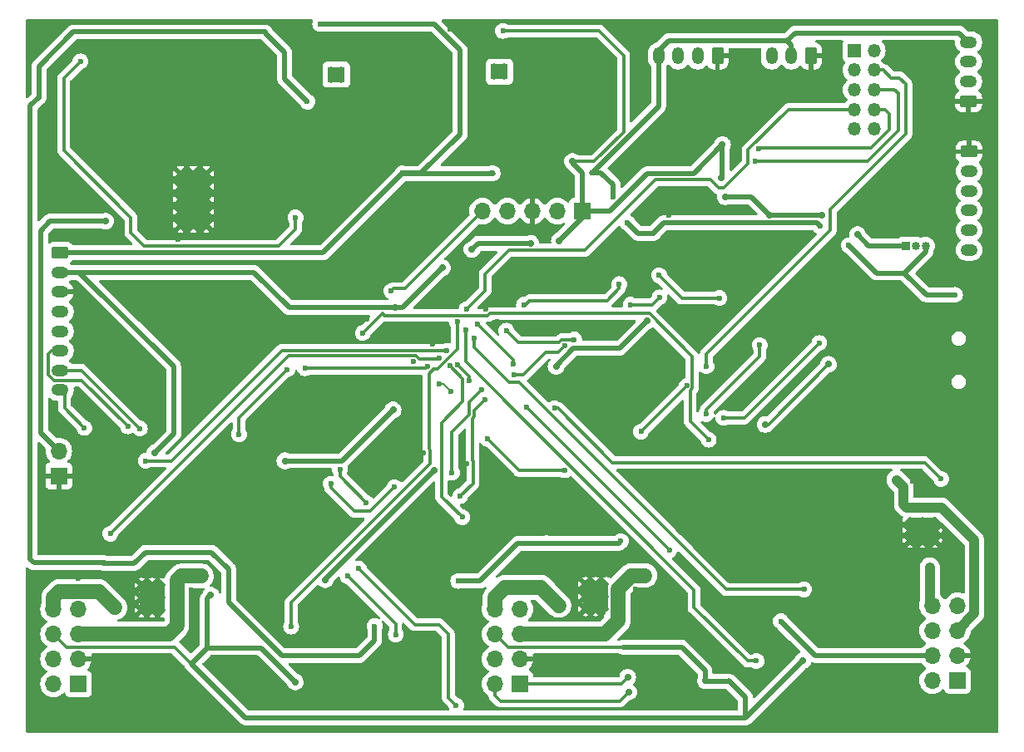
<source format=gbl>
G04 #@! TF.GenerationSoftware,KiCad,Pcbnew,8.0.1*
G04 #@! TF.CreationDate,2024-05-07T00:12:20+05:00*
G04 #@! TF.ProjectId,MyVesc,4d795665-7363-42e6-9b69-6361645f7063,rev?*
G04 #@! TF.SameCoordinates,Original*
G04 #@! TF.FileFunction,Copper,L4,Bot*
G04 #@! TF.FilePolarity,Positive*
%FSLAX46Y46*%
G04 Gerber Fmt 4.6, Leading zero omitted, Abs format (unit mm)*
G04 Created by KiCad (PCBNEW 8.0.1) date 2024-05-07 00:12:20*
%MOMM*%
%LPD*%
G01*
G04 APERTURE LIST*
G04 Aperture macros list*
%AMRoundRect*
0 Rectangle with rounded corners*
0 $1 Rounding radius*
0 $2 $3 $4 $5 $6 $7 $8 $9 X,Y pos of 4 corners*
0 Add a 4 corners polygon primitive as box body*
4,1,4,$2,$3,$4,$5,$6,$7,$8,$9,$2,$3,0*
0 Add four circle primitives for the rounded corners*
1,1,$1+$1,$2,$3*
1,1,$1+$1,$4,$5*
1,1,$1+$1,$6,$7*
1,1,$1+$1,$8,$9*
0 Add four rect primitives between the rounded corners*
20,1,$1+$1,$2,$3,$4,$5,0*
20,1,$1+$1,$4,$5,$6,$7,0*
20,1,$1+$1,$6,$7,$8,$9,0*
20,1,$1+$1,$8,$9,$2,$3,0*%
G04 Aperture macros list end*
G04 #@! TA.AperFunction,HeatsinkPad*
%ADD10C,0.500000*%
G04 #@! TD*
G04 #@! TA.AperFunction,HeatsinkPad*
%ADD11R,2.650000X3.000000*%
G04 #@! TD*
G04 #@! TA.AperFunction,ComponentPad*
%ADD12C,0.650000*%
G04 #@! TD*
G04 #@! TA.AperFunction,SMDPad,CuDef*
%ADD13R,1.800000X1.650000*%
G04 #@! TD*
G04 #@! TA.AperFunction,ComponentPad*
%ADD14R,1.700000X1.700000*%
G04 #@! TD*
G04 #@! TA.AperFunction,ComponentPad*
%ADD15O,1.700000X1.700000*%
G04 #@! TD*
G04 #@! TA.AperFunction,HeatsinkPad*
%ADD16C,0.600000*%
G04 #@! TD*
G04 #@! TA.AperFunction,HeatsinkPad*
%ADD17R,3.200000X5.800000*%
G04 #@! TD*
G04 #@! TA.AperFunction,ComponentPad*
%ADD18RoundRect,0.250000X-0.625000X0.350000X-0.625000X-0.350000X0.625000X-0.350000X0.625000X0.350000X0*%
G04 #@! TD*
G04 #@! TA.AperFunction,ComponentPad*
%ADD19O,1.750000X1.200000*%
G04 #@! TD*
G04 #@! TA.AperFunction,ComponentPad*
%ADD20RoundRect,0.250000X0.350000X0.625000X-0.350000X0.625000X-0.350000X-0.625000X0.350000X-0.625000X0*%
G04 #@! TD*
G04 #@! TA.AperFunction,ComponentPad*
%ADD21O,1.200000X1.750000*%
G04 #@! TD*
G04 #@! TA.AperFunction,ComponentPad*
%ADD22R,1.350000X1.350000*%
G04 #@! TD*
G04 #@! TA.AperFunction,ComponentPad*
%ADD23O,1.350000X1.350000*%
G04 #@! TD*
G04 #@! TA.AperFunction,HeatsinkPad*
%ADD24R,3.000000X2.650000*%
G04 #@! TD*
G04 #@! TA.AperFunction,ComponentPad*
%ADD25RoundRect,0.250000X0.625000X-0.350000X0.625000X0.350000X-0.625000X0.350000X-0.625000X-0.350000X0*%
G04 #@! TD*
G04 #@! TA.AperFunction,ComponentPad*
%ADD26R,0.850000X0.850000*%
G04 #@! TD*
G04 #@! TA.AperFunction,ComponentPad*
%ADD27O,0.850000X0.850000*%
G04 #@! TD*
G04 #@! TA.AperFunction,ViaPad*
%ADD28C,0.600000*%
G04 #@! TD*
G04 #@! TA.AperFunction,ViaPad*
%ADD29C,0.700000*%
G04 #@! TD*
G04 #@! TA.AperFunction,Conductor*
%ADD30C,0.300000*%
G04 #@! TD*
G04 #@! TA.AperFunction,Conductor*
%ADD31C,0.500000*%
G04 #@! TD*
G04 #@! TA.AperFunction,Conductor*
%ADD32C,0.150000*%
G04 #@! TD*
G04 #@! TA.AperFunction,Conductor*
%ADD33C,1.500000*%
G04 #@! TD*
G04 #@! TA.AperFunction,Conductor*
%ADD34C,1.000000*%
G04 #@! TD*
G04 APERTURE END LIST*
D10*
X259435419Y-141490000D03*
X259435419Y-142740000D03*
X259435419Y-143990000D03*
X260510419Y-141490000D03*
X260510419Y-142740000D03*
D11*
X260510419Y-142740000D03*
D10*
X260510419Y-143990000D03*
X261585419Y-141490000D03*
X261585419Y-142740000D03*
X261585419Y-143990000D03*
D12*
X250200000Y-88750000D03*
X250200000Y-89750000D03*
D13*
X250700000Y-89250000D03*
D12*
X251200000Y-88750000D03*
X251200000Y-89750000D03*
D14*
X259140000Y-103450000D03*
D15*
X256600000Y-103450000D03*
X254060000Y-103450000D03*
X251520000Y-103450000D03*
X248980000Y-103450000D03*
D16*
X218250000Y-99650000D03*
X218250000Y-100950000D03*
X218250000Y-102250000D03*
X218250000Y-103550000D03*
X218250000Y-104850000D03*
X219550000Y-99650000D03*
X219550000Y-100950000D03*
X219550000Y-102250000D03*
D17*
X219550000Y-102250000D03*
D16*
X219550000Y-103550000D03*
X219550000Y-104850000D03*
X220850000Y-99650000D03*
X220850000Y-100950000D03*
X220850000Y-102250000D03*
X220850000Y-103550000D03*
X220850000Y-104850000D03*
D18*
X206000000Y-107700000D03*
D19*
X206000000Y-109700000D03*
X206000000Y-111700000D03*
X206000000Y-113700000D03*
X206000000Y-115700000D03*
X206000000Y-117700000D03*
X206000000Y-119700000D03*
X206000000Y-121700000D03*
D18*
X298500000Y-97400000D03*
D19*
X298500000Y-99400000D03*
X298500000Y-101400000D03*
X298500000Y-103400000D03*
X298500000Y-105400000D03*
X298500000Y-107400000D03*
D20*
X272895000Y-87650000D03*
D21*
X270895000Y-87650000D03*
X268895000Y-87650000D03*
X266895000Y-87650000D03*
D22*
X286825000Y-87099999D03*
D23*
X288825001Y-87099999D03*
X286825000Y-89100000D03*
X288825000Y-89099999D03*
X286825000Y-91099999D03*
X288825000Y-91100000D03*
X286825000Y-93099999D03*
X288825000Y-93099999D03*
X286825000Y-95099999D03*
X288825000Y-95099999D03*
D10*
X214300419Y-141590000D03*
X214300419Y-142840000D03*
X214300419Y-144090000D03*
X215375419Y-141590000D03*
X215375419Y-142840000D03*
D11*
X215375419Y-142840000D03*
D10*
X215375419Y-144090000D03*
X216450419Y-141590000D03*
X216450419Y-142840000D03*
X216450419Y-144090000D03*
X292500000Y-137025000D03*
X293750000Y-137025000D03*
X295000000Y-137025000D03*
X292500000Y-135950000D03*
X293750000Y-135950000D03*
D24*
X293750000Y-135950000D03*
D10*
X295000000Y-135950000D03*
X292500000Y-134875000D03*
X293750000Y-134875000D03*
X295000000Y-134875000D03*
D25*
X298450000Y-92250000D03*
D19*
X298450000Y-90249999D03*
X298450000Y-88250000D03*
X298450000Y-86250000D03*
D20*
X282400000Y-87650000D03*
D21*
X280400000Y-87650000D03*
X278400000Y-87650000D03*
D14*
X205850000Y-130440000D03*
D15*
X205850000Y-127900000D03*
D26*
X292100000Y-107000000D03*
D27*
X293100000Y-107000000D03*
X294100000Y-107000000D03*
D12*
X233600000Y-89050000D03*
X233600000Y-90050000D03*
D13*
X234100000Y-89550000D03*
D12*
X234600000Y-89050000D03*
X234600000Y-90050000D03*
D14*
X297310419Y-151280000D03*
D15*
X294770419Y-151280000D03*
X297310419Y-148740000D03*
X294770419Y-148740000D03*
X297310419Y-146200000D03*
X294770419Y-146200000D03*
X297310419Y-143660000D03*
X294770419Y-143660000D03*
D14*
X252800419Y-151630000D03*
D15*
X250260419Y-151630000D03*
X252800419Y-149090000D03*
X250260419Y-149090000D03*
X252800419Y-146550000D03*
X250260419Y-146550000D03*
X252800419Y-144010000D03*
X250260419Y-144010000D03*
D14*
X207850419Y-151630000D03*
D15*
X205310419Y-151630000D03*
X207850419Y-149090000D03*
X205310419Y-149090000D03*
X207850419Y-146550000D03*
X205310419Y-146550000D03*
X207850419Y-144010000D03*
X205310419Y-144010000D03*
D28*
X253200000Y-113000000D03*
X262900000Y-110900000D03*
X252885419Y-139915000D03*
X292150000Y-115750000D03*
D29*
X212135000Y-111340000D03*
X222295000Y-134200000D03*
X212135000Y-149440000D03*
X280715000Y-154520000D03*
X219755000Y-146900000D03*
X285795000Y-124040000D03*
D28*
X217950000Y-106300000D03*
X219375419Y-142090000D03*
D29*
X290875000Y-146900000D03*
X234995000Y-146900000D03*
X242615000Y-139280000D03*
X247695000Y-146900000D03*
X222295000Y-98640000D03*
D28*
X240200000Y-149900000D03*
D29*
X222295000Y-111340000D03*
X273095000Y-139280000D03*
X298495000Y-131660000D03*
X283255000Y-151980000D03*
X229915000Y-98640000D03*
X290875000Y-121500000D03*
X293415000Y-154520000D03*
D28*
X211050000Y-99200000D03*
D29*
X214675000Y-111340000D03*
X209595000Y-106260000D03*
D28*
X242975986Y-128075232D03*
D29*
X204515000Y-101180000D03*
X252775000Y-134200000D03*
X245155000Y-91020000D03*
X290875000Y-154520000D03*
D28*
X232692501Y-132257500D03*
D29*
X232455000Y-101180000D03*
D28*
X207800419Y-140890000D03*
D29*
X260395000Y-149440000D03*
X275635000Y-93560000D03*
D28*
X267950000Y-103900000D03*
D29*
X219755000Y-136740000D03*
D28*
X211150000Y-95100000D03*
D29*
X293415000Y-88480000D03*
X280715000Y-116420000D03*
X257855000Y-108800000D03*
X245155000Y-139280000D03*
X273095000Y-144360000D03*
X204515000Y-93560000D03*
X229915000Y-96100000D03*
X288335000Y-111340000D03*
X288335000Y-141820000D03*
X245155000Y-93560000D03*
D28*
X273012500Y-149187500D03*
D29*
X217215000Y-136740000D03*
X214675000Y-149440000D03*
D28*
X234650000Y-92975000D03*
D29*
X273095000Y-134200000D03*
D28*
X287800000Y-146050000D03*
D29*
X237535000Y-85940000D03*
X219755000Y-116420000D03*
X253550000Y-93800000D03*
X275635000Y-91020000D03*
X242615000Y-96100000D03*
X209595000Y-88480000D03*
X285795000Y-154520000D03*
X275635000Y-134200000D03*
X224835000Y-149440000D03*
X280715000Y-91020000D03*
X232455000Y-116420000D03*
D28*
X292000000Y-143600000D03*
X279635448Y-108310136D03*
D29*
X268015000Y-134200000D03*
X237535000Y-98640000D03*
X224835000Y-136740000D03*
X288335000Y-154520000D03*
D28*
X234784072Y-111048635D03*
X252950000Y-90600000D03*
D29*
X209595000Y-134200000D03*
X209595000Y-118960000D03*
X209595000Y-96100000D03*
D28*
X228850000Y-85700000D03*
X238000000Y-111200000D03*
D29*
X295955000Y-154520000D03*
D28*
X243925000Y-117025000D03*
D29*
X224835000Y-131660000D03*
X214675000Y-121500000D03*
X227375000Y-98640000D03*
X222295000Y-116420000D03*
X204515000Y-98640000D03*
X260395000Y-134200000D03*
X234995000Y-116420000D03*
X268015000Y-126580000D03*
D28*
X226150000Y-105800000D03*
X292750000Y-130950000D03*
D29*
X224835000Y-134200000D03*
X212135000Y-118960000D03*
X238550000Y-152650000D03*
X214675000Y-136740000D03*
D28*
X249275000Y-113425000D03*
X247100000Y-108100000D03*
X250750000Y-135050000D03*
D29*
X283255000Y-154520000D03*
D28*
X291600000Y-124600000D03*
X232493425Y-124154028D03*
X277213608Y-105640808D03*
D29*
X283255000Y-134200000D03*
X232455000Y-111340000D03*
D28*
X208550000Y-93700000D03*
X260550001Y-119225002D03*
D29*
X247695000Y-151980000D03*
X212135000Y-121500000D03*
X204515000Y-136740000D03*
D28*
X252450000Y-87600000D03*
D29*
X265475000Y-85940000D03*
X245155000Y-103720000D03*
X227375000Y-96100000D03*
X245155000Y-144360000D03*
X283255000Y-139280000D03*
X240075000Y-103720000D03*
D28*
X237200000Y-114450000D03*
D29*
X217215000Y-111340000D03*
X240075000Y-85940000D03*
X224835000Y-116420000D03*
X242615000Y-103720000D03*
D28*
X228692500Y-132507498D03*
D29*
X295955000Y-88480000D03*
X278175000Y-139280000D03*
X283255000Y-108800000D03*
X275635000Y-139280000D03*
X237535000Y-93560000D03*
X222295000Y-131660000D03*
D28*
X210360419Y-138290000D03*
D29*
X265475000Y-91020000D03*
X298495000Y-124040000D03*
D28*
X269645000Y-91625000D03*
D29*
X255315000Y-108800000D03*
X204515000Y-134200000D03*
X288335000Y-103720000D03*
X207055000Y-101180000D03*
D28*
X264510419Y-141990000D03*
X271062500Y-152937500D03*
D29*
X247695000Y-149440000D03*
X260395000Y-96100000D03*
X285795000Y-113880000D03*
X217215000Y-134200000D03*
X295955000Y-106260000D03*
X257855000Y-139280000D03*
X232455000Y-121500000D03*
X298495000Y-126580000D03*
D28*
X243150000Y-106150000D03*
X214450000Y-131000000D03*
D29*
X275635000Y-88480000D03*
D28*
X231692501Y-136507499D03*
D29*
X257855000Y-149440000D03*
X288335000Y-134200000D03*
D28*
X240650000Y-105900000D03*
D29*
X270555000Y-134200000D03*
X268015000Y-149440000D03*
X204515000Y-154520000D03*
X229915000Y-116420000D03*
D28*
X267645000Y-98375000D03*
D29*
X275635000Y-116420000D03*
X242615000Y-85940000D03*
X280715000Y-139280000D03*
X204515000Y-96100000D03*
D28*
X232425000Y-150010000D03*
X236150000Y-87900000D03*
D29*
X234995000Y-96100000D03*
D28*
X228750000Y-101000000D03*
D29*
X247695000Y-144360000D03*
X212135000Y-106260000D03*
D28*
X234900000Y-107500000D03*
D29*
X285795000Y-139280000D03*
X207055000Y-134200000D03*
X227375000Y-113880000D03*
X222295000Y-129120000D03*
X250235000Y-131660000D03*
X255315000Y-149440000D03*
X265475000Y-149440000D03*
X232455000Y-103720000D03*
X278175000Y-134200000D03*
X242615000Y-151980000D03*
X280715000Y-134200000D03*
D28*
X278473141Y-107068280D03*
X236450000Y-96700000D03*
X250518037Y-114750000D03*
D29*
X224835000Y-118960000D03*
D28*
X282100000Y-144500000D03*
X260550000Y-121425001D03*
X230350000Y-90000000D03*
D29*
X224835000Y-129120000D03*
X219755000Y-111340000D03*
X222295000Y-118960000D03*
D28*
X245650000Y-84900000D03*
D29*
X298495000Y-129120000D03*
X254175000Y-98975000D03*
X268015000Y-144360000D03*
D28*
X241915329Y-118812130D03*
D29*
X250235000Y-96100000D03*
X285795000Y-111340000D03*
D28*
X230075000Y-152700000D03*
X250225000Y-92500000D03*
D29*
X290875000Y-136740000D03*
X278175000Y-113880000D03*
X214675000Y-118960000D03*
X245155000Y-136740000D03*
D28*
X236350000Y-90800000D03*
D29*
X209595000Y-149440000D03*
X229915000Y-111340000D03*
D28*
X247360050Y-129206603D03*
D29*
X285795000Y-134200000D03*
X224835000Y-111340000D03*
X234995000Y-85940000D03*
X298495000Y-154520000D03*
D28*
X239150000Y-99400000D03*
D29*
X290875000Y-101180000D03*
X283255000Y-124040000D03*
D28*
X230282501Y-135507500D03*
X274900000Y-146850000D03*
D29*
X212135000Y-88480000D03*
X227375000Y-136740000D03*
X280715000Y-111340000D03*
X222295000Y-149440000D03*
D28*
X286250000Y-106950000D03*
X262275000Y-102050000D03*
X263725000Y-104650000D03*
X283325000Y-105000000D03*
X232450000Y-84400000D03*
X260125000Y-99525000D03*
X266325000Y-105725000D03*
X240850000Y-99600000D03*
X250000000Y-99575000D03*
X297075000Y-112000000D03*
D29*
X278150000Y-103850000D03*
X240050000Y-113300000D03*
X281600000Y-149250000D03*
X273275000Y-100050000D03*
X232975000Y-141025000D03*
X247900000Y-107375000D03*
X265725000Y-114650000D03*
X253900000Y-106750000D03*
X221325000Y-142600000D03*
X239875000Y-123725000D03*
X256475000Y-119275000D03*
X229914581Y-151435000D03*
X244050000Y-129850000D03*
X273675000Y-102000000D03*
X256800000Y-106475000D03*
X271677081Y-151322500D03*
X287150000Y-105850000D03*
X228867501Y-128900000D03*
X283525000Y-103850000D03*
D28*
X251050000Y-85100000D03*
D29*
X244900000Y-109225000D03*
X215625000Y-128100000D03*
X273400000Y-96700000D03*
X258150000Y-98400000D03*
D28*
X239700000Y-111600000D03*
X229950000Y-104100000D03*
X208050000Y-88200000D03*
X246500000Y-141150000D03*
X210575000Y-139350000D03*
X238000000Y-145750000D03*
X255500000Y-137300000D03*
X263050000Y-137100000D03*
X231150000Y-92300000D03*
X203825000Y-91850000D03*
X244551904Y-118478858D03*
X211100000Y-136327500D03*
X246900000Y-134650000D03*
X245634620Y-119234620D03*
X236800000Y-115885787D03*
X272000000Y-126750000D03*
D29*
X210600000Y-104500000D03*
D28*
X246400000Y-114750000D03*
X229500000Y-145800000D03*
X247250000Y-115600000D03*
X276852081Y-149297500D03*
X248150000Y-116400000D03*
X281700000Y-142000000D03*
X235250000Y-140650000D03*
X240150000Y-146600000D03*
X246300000Y-153850000D03*
X279350000Y-145250000D03*
X236400000Y-139900000D03*
D29*
X284200000Y-119075000D03*
X277775000Y-125200000D03*
D28*
X271750000Y-124150000D03*
X277200000Y-117100000D03*
X273500000Y-124525000D03*
X283250000Y-116900000D03*
X214100000Y-125600000D03*
X243350000Y-119300000D03*
X246450000Y-119100000D03*
X230900000Y-119462130D03*
X247625000Y-120700000D03*
X208450000Y-125550000D03*
X212900000Y-125400000D03*
X244600000Y-121075000D03*
X245725000Y-121825000D03*
X229100000Y-119600000D03*
X224200000Y-126200000D03*
X211560419Y-143840000D03*
X256760419Y-143640000D03*
X294500000Y-139750000D03*
X219410419Y-140640000D03*
X220360419Y-140640000D03*
X265510419Y-140590000D03*
X264560419Y-140490000D03*
X291100000Y-130850000D03*
X291850000Y-131950000D03*
X265125000Y-125925000D03*
X249475000Y-126650000D03*
X257356131Y-129868869D03*
X271775000Y-119275000D03*
X269775000Y-121275000D03*
X252150000Y-120175000D03*
X245875000Y-130100000D03*
X248850000Y-121700000D03*
X240025000Y-131575000D03*
X233528222Y-131257498D03*
X257325000Y-117200000D03*
X267000000Y-112250000D03*
X264050000Y-113000000D03*
X234467503Y-129757500D03*
X237150000Y-133175000D03*
X276750000Y-98350000D03*
X277050000Y-97100000D03*
X247350000Y-113450000D03*
X248450000Y-115000000D03*
X252100000Y-119000000D03*
X266950000Y-110000000D03*
X273075000Y-112325000D03*
X258325000Y-116550000D03*
X251400000Y-115630760D03*
X214700000Y-128900000D03*
X245340381Y-117690381D03*
X246700000Y-132500000D03*
X249200000Y-122700000D03*
X256300000Y-123550000D03*
X295650000Y-130750000D03*
X268000000Y-138000000D03*
X253450000Y-123450000D03*
D29*
X263850000Y-152450000D03*
X263750000Y-150975000D03*
D30*
X261650000Y-112600000D02*
X262900000Y-111350000D01*
X253750000Y-112600000D02*
X261650000Y-112600000D01*
X253200000Y-113000000D02*
X253350000Y-113000000D01*
X253350000Y-113000000D02*
X253750000Y-112600000D01*
X262900000Y-111350000D02*
X262900000Y-110900000D01*
D31*
X297075000Y-112000000D02*
X294151040Y-112000000D01*
X297500000Y-85300000D02*
X280800000Y-85300000D01*
X280800000Y-85300000D02*
X280000000Y-86100000D01*
X267925000Y-86100000D02*
X280000000Y-86100000D01*
X283325000Y-105000000D02*
X282975000Y-104650000D01*
X242750000Y-99600000D02*
X246700000Y-95650000D01*
X266325000Y-105725000D02*
X264800000Y-105725000D01*
X280400000Y-86500000D02*
X280400000Y-87650000D01*
X267400000Y-104650000D02*
X266325000Y-105725000D01*
X298450000Y-86250000D02*
X297500000Y-85300000D01*
X244050000Y-84400000D02*
X232450000Y-84400000D01*
X266895000Y-92755000D02*
X266895000Y-87130000D01*
X264800000Y-105725000D02*
X263725000Y-104650000D01*
X280000000Y-86100000D02*
X280400000Y-86500000D01*
X291926040Y-109775000D02*
X294100000Y-107601040D01*
X240850000Y-99600000D02*
X240875000Y-99625000D01*
X289075000Y-109775000D02*
X291926040Y-109775000D01*
X261025000Y-99525000D02*
X260125000Y-99525000D01*
X240850000Y-99600000D02*
X232750000Y-107700000D01*
X282975000Y-104650000D02*
X267400000Y-104650000D01*
X260125000Y-99525000D02*
X266895000Y-92755000D01*
X246700000Y-95650000D02*
X246700000Y-87050000D01*
X262275000Y-102050000D02*
X262275000Y-100775000D01*
X249950000Y-99625000D02*
X250000000Y-99575000D01*
X260125000Y-99525000D02*
X260075000Y-99525000D01*
X250000000Y-99575000D02*
X250050000Y-99625000D01*
X262275000Y-100775000D02*
X261025000Y-99525000D01*
X246700000Y-87050000D02*
X244050000Y-84400000D01*
X240850000Y-99600000D02*
X242750000Y-99600000D01*
X232750000Y-107700000D02*
X206450000Y-107700000D01*
X294151040Y-112000000D02*
X291926040Y-109775000D01*
X266895000Y-87130000D02*
X267925000Y-86100000D01*
X240875000Y-99625000D02*
X249950000Y-99625000D01*
X294100000Y-107601040D02*
X294100000Y-107000000D01*
X286250000Y-106950000D02*
X289075000Y-109775000D01*
X217550000Y-119300000D02*
X207950000Y-109700000D01*
X265735661Y-99650000D02*
X261935661Y-103450000D01*
X207950000Y-109700000D02*
X206450000Y-109700000D01*
X259140000Y-99540000D02*
X259140000Y-103450000D01*
X244900000Y-109225000D02*
X240825000Y-113300000D01*
D30*
X260850000Y-85100000D02*
X251050000Y-85100000D01*
D31*
X229300000Y-113300000D02*
X240050000Y-113300000D01*
X259140000Y-103450000D02*
X259140000Y-104135000D01*
X276300000Y-102000000D02*
X278150000Y-103850000D01*
X256475000Y-119175000D02*
X256475000Y-119275000D01*
X225700000Y-109700000D02*
X229300000Y-113300000D01*
X271677081Y-151322500D02*
X271712500Y-151357919D01*
X215625000Y-128100000D02*
X217550000Y-126175000D01*
X234700000Y-128900000D02*
X239875000Y-123725000D01*
X262925000Y-117450000D02*
X258200000Y-117450000D01*
X232975000Y-140925000D02*
X232975000Y-141025000D01*
X226429581Y-147950000D02*
X220975000Y-147950000D01*
D30*
X217665000Y-147890000D02*
X219350000Y-149575000D01*
X263350000Y-87600000D02*
X260850000Y-85100000D01*
D31*
X275750000Y-153025000D02*
X275750000Y-155100000D01*
X220975000Y-147950000D02*
X219350000Y-149575000D01*
X258150000Y-98400000D02*
X258150000Y-98550000D01*
D30*
X205310419Y-146550000D02*
X206650419Y-147890000D01*
D31*
X240825000Y-113300000D02*
X240050000Y-113300000D01*
X271712500Y-151357919D02*
X274017081Y-151357919D01*
X271627081Y-151272500D02*
X271627081Y-150252081D01*
D30*
X260350000Y-98400000D02*
X263350000Y-95400000D01*
D31*
X273400000Y-96700000D02*
X273400000Y-99925000D01*
X244050000Y-129850000D02*
X232975000Y-140925000D01*
X265725000Y-114650000D02*
X262925000Y-117450000D01*
X220975000Y-142950000D02*
X220975000Y-147950000D01*
X274017081Y-151357919D02*
X274050000Y-151325000D01*
X271677081Y-151322500D02*
X271627081Y-151272500D01*
D30*
X258150000Y-98400000D02*
X260350000Y-98400000D01*
X206650419Y-147890000D02*
X217665000Y-147890000D01*
D31*
X288300000Y-107000000D02*
X292100000Y-107000000D01*
X262500000Y-155100000D02*
X275750000Y-155100000D01*
X273400000Y-96700000D02*
X270450000Y-99650000D01*
X271627081Y-150252081D02*
X269265000Y-147890000D01*
X219350000Y-149575000D02*
X224875000Y-155100000D01*
X221325000Y-142600000D02*
X220975000Y-142950000D01*
X261935661Y-103450000D02*
X259140000Y-103450000D01*
D30*
X263350000Y-95400000D02*
X263350000Y-87600000D01*
D31*
X287150000Y-105850000D02*
X288300000Y-107000000D01*
X224875000Y-155100000D02*
X262500000Y-155100000D01*
X274050000Y-151325000D02*
X275750000Y-153025000D01*
X273400000Y-99925000D02*
X273275000Y-100050000D01*
D30*
X251600419Y-147890000D02*
X263290000Y-147890000D01*
D31*
X275750000Y-155100000D02*
X281600000Y-149250000D01*
X229914581Y-151435000D02*
X226429581Y-147950000D01*
X269265000Y-147890000D02*
X263290000Y-147890000D01*
X283525000Y-103850000D02*
X278150000Y-103850000D01*
X270450000Y-99650000D02*
X265735661Y-99650000D01*
X258200000Y-117450000D02*
X256475000Y-119175000D01*
X253900000Y-106750000D02*
X248525000Y-106750000D01*
X248525000Y-106750000D02*
X247900000Y-107375000D01*
X217550000Y-126175000D02*
X217550000Y-119300000D01*
X258150000Y-98550000D02*
X259140000Y-99540000D01*
D30*
X250260419Y-146550000D02*
X251600419Y-147890000D01*
D31*
X206450000Y-109700000D02*
X225700000Y-109700000D01*
X259140000Y-104135000D02*
X256800000Y-106475000D01*
X228867501Y-128900000D02*
X234700000Y-128900000D01*
X273675000Y-102000000D02*
X276300000Y-102000000D01*
D30*
X239950000Y-111350000D02*
X241080000Y-111350000D01*
X239700000Y-111600000D02*
X239950000Y-111350000D01*
X241080000Y-111350000D02*
X248980000Y-103450000D01*
D31*
X207350000Y-85200000D02*
X226850000Y-85200000D01*
D30*
X213200000Y-105700000D02*
X213200000Y-104100000D01*
D31*
X203825000Y-91850000D02*
X202950000Y-92725000D01*
X228550000Y-148750000D02*
X236450000Y-148750000D01*
D30*
X206350000Y-97250000D02*
X206350000Y-89900000D01*
X213200000Y-104100000D02*
X206350000Y-97250000D01*
D31*
X246500000Y-141150000D02*
X248750000Y-141150000D01*
X203300000Y-139300000D02*
X210525000Y-139300000D01*
X202950000Y-92725000D02*
X202950000Y-138950000D01*
D30*
X229950000Y-105300000D02*
X228200000Y-107050000D01*
D31*
X262850000Y-137300000D02*
X263050000Y-137100000D01*
X213525000Y-139350000D02*
X214650000Y-138225000D01*
D30*
X214550000Y-107050000D02*
X213200000Y-105700000D01*
D31*
X223125000Y-139950000D02*
X223125000Y-143325000D01*
X228850000Y-87300000D02*
X226850000Y-85300000D01*
X210525000Y-139300000D02*
X210575000Y-139350000D01*
X252600000Y-137300000D02*
X255500000Y-137300000D01*
X203825000Y-91850000D02*
X203825000Y-88725000D01*
X238000000Y-147200000D02*
X238000000Y-145750000D01*
X223125000Y-143325000D02*
X228550000Y-148750000D01*
X231150000Y-92300000D02*
X228850000Y-90000000D01*
X214650000Y-138225000D02*
X221400000Y-138225000D01*
X221400000Y-138225000D02*
X223125000Y-139950000D01*
X252475000Y-137425000D02*
X252600000Y-137300000D01*
X228850000Y-90000000D02*
X228850000Y-87300000D01*
X202950000Y-138950000D02*
X203300000Y-139300000D01*
D30*
X206350000Y-89900000D02*
X208050000Y-88200000D01*
D31*
X255500000Y-137300000D02*
X262850000Y-137300000D01*
X248750000Y-141150000D02*
X252475000Y-137425000D01*
D30*
X226850000Y-85300000D02*
X226850000Y-85200000D01*
D31*
X203825000Y-88725000D02*
X207350000Y-85200000D01*
X210575000Y-139350000D02*
X213525000Y-139350000D01*
D30*
X229950000Y-104100000D02*
X229950000Y-105300000D01*
D31*
X236450000Y-148750000D02*
X238000000Y-147200000D01*
D30*
X228200000Y-107050000D02*
X214550000Y-107050000D01*
X229265370Y-118162130D02*
X211100000Y-136327500D01*
X244530762Y-118500000D02*
X242522438Y-118500000D01*
X242184568Y-118162130D02*
X229265370Y-118162130D01*
X244551904Y-118478858D02*
X244530762Y-118500000D01*
X242522438Y-118500000D02*
X242184568Y-118162130D01*
X246900000Y-134650000D02*
X244800000Y-132550000D01*
X244800000Y-132550000D02*
X244800000Y-125025000D01*
X246975000Y-122850000D02*
X246975000Y-120575000D01*
X246975000Y-120575000D02*
X245634620Y-119234620D01*
X244800000Y-125025000D02*
X246975000Y-122850000D01*
X249719239Y-113900000D02*
X249519239Y-114100000D01*
X272000000Y-126750000D02*
X270100000Y-124850000D01*
X238985787Y-114100000D02*
X238785787Y-113900000D01*
X270325000Y-121502818D02*
X270325000Y-118260050D01*
X249519239Y-114100000D02*
X238985787Y-114100000D01*
X270100000Y-121727818D02*
X270325000Y-121502818D01*
X270325000Y-118260050D02*
X265964950Y-113900000D01*
X265964950Y-113900000D02*
X249719239Y-113900000D01*
X270100000Y-124850000D02*
X270100000Y-121727818D01*
X238785787Y-113900000D02*
X236800000Y-115885787D01*
D31*
X205850000Y-127900000D02*
X204000000Y-126050000D01*
X204000000Y-105450000D02*
X204950000Y-104500000D01*
X204000000Y-126050000D02*
X204000000Y-105450000D01*
X204950000Y-104500000D02*
X210600000Y-104500000D01*
D30*
X210550000Y-104450000D02*
X210600000Y-104500000D01*
X243525000Y-127705007D02*
X243525000Y-120044239D01*
X243625986Y-129174014D02*
X243625986Y-127805993D01*
X229500000Y-143300000D02*
X243625986Y-129174014D01*
X243525000Y-120044239D02*
X244000000Y-119569239D01*
X229500000Y-145800000D02*
X229500000Y-143300000D01*
X244380762Y-119569239D02*
X246400000Y-117550001D01*
X243625986Y-127805993D02*
X243525000Y-127705007D01*
X244000000Y-119569239D02*
X244380762Y-119569239D01*
X246400000Y-117550001D02*
X246400000Y-114750000D01*
X276852081Y-149297500D02*
X275946091Y-149297500D01*
X275946091Y-149297500D02*
X270500000Y-143851409D01*
X270500000Y-142050000D02*
X247250000Y-118800000D01*
X270500000Y-143851409D02*
X270500000Y-142050000D01*
X247250000Y-118800000D02*
X247250000Y-115600000D01*
X281700000Y-142000000D02*
X273750000Y-142000000D01*
X273750000Y-142000000D02*
X252675000Y-120925000D01*
X252675000Y-120925000D02*
X251725000Y-120925000D01*
X248150000Y-117350000D02*
X248150000Y-116400000D01*
X251725000Y-120925000D02*
X248150000Y-117350000D01*
X235250000Y-140650000D02*
X240150000Y-145550000D01*
X240150000Y-145550000D02*
X240150000Y-146600000D01*
X245500000Y-146550000D02*
X245500000Y-153050000D01*
X244550000Y-145600000D02*
X245500000Y-146550000D01*
X242100000Y-145600000D02*
X244550000Y-145600000D01*
D31*
X282840000Y-148740000D02*
X294770419Y-148740000D01*
D30*
X236400000Y-139900000D02*
X242100000Y-145600000D01*
X245500000Y-153050000D02*
X246300000Y-153850000D01*
D31*
X279350000Y-145250000D02*
X282840000Y-148740000D01*
D30*
X278075000Y-125200000D02*
X284200000Y-119075000D01*
X277775000Y-125200000D02*
X278075000Y-125200000D01*
X271750000Y-124150000D02*
X271750000Y-123700000D01*
X277200000Y-118250000D02*
X277200000Y-117100000D01*
X271750000Y-123700000D02*
X277200000Y-118250000D01*
X273500000Y-124525000D02*
X275625000Y-124525000D01*
X275625000Y-124525000D02*
X283250000Y-116900000D01*
X214100000Y-125600000D02*
X208200000Y-119700000D01*
X208200000Y-119700000D02*
X206450000Y-119700000D01*
X247625000Y-120275000D02*
X246450000Y-119100000D01*
X230900000Y-119462130D02*
X243187870Y-119462130D01*
X247625000Y-120700000D02*
X247625000Y-120275000D01*
X243187870Y-119462130D02*
X243350000Y-119300000D01*
X206450000Y-123550000D02*
X206450000Y-121700000D01*
X208450000Y-125550000D02*
X206450000Y-123550000D01*
D32*
X244975000Y-121075000D02*
X245725000Y-121825000D01*
D30*
X208200000Y-120700000D02*
X212900000Y-125400000D01*
X206450000Y-117700000D02*
X205150000Y-117700000D01*
X205350000Y-120700000D02*
X208200000Y-120700000D01*
D32*
X244600000Y-121075000D02*
X244975000Y-121075000D01*
D30*
X204800000Y-120150000D02*
X205350000Y-120700000D01*
X205150000Y-117700000D02*
X204800000Y-118050000D01*
X204800000Y-118050000D02*
X204800000Y-120150000D01*
X224200000Y-124500000D02*
X229100000Y-119600000D01*
X224200000Y-126200000D02*
X224200000Y-124500000D01*
D33*
X205310419Y-144010000D02*
X205310419Y-142807919D01*
X205908338Y-142210000D02*
X209930419Y-142210000D01*
X209930419Y-142210000D02*
X211560419Y-143840000D01*
X205310419Y-142807919D02*
X205908338Y-142210000D01*
D31*
X211910419Y-143490000D02*
X211560419Y-143840000D01*
D33*
X250260419Y-142807919D02*
X250260419Y-144010000D01*
X251278338Y-141790000D02*
X250260419Y-142807919D01*
X254910419Y-141790000D02*
X251278338Y-141790000D01*
X256760419Y-143640000D02*
X254910419Y-141790000D01*
D34*
X294500000Y-143389581D02*
X294770419Y-143660000D01*
X294500000Y-139750000D02*
X294500000Y-143389581D01*
D33*
X219410419Y-140640000D02*
X220360419Y-140640000D01*
X218310419Y-140640000D02*
X217860419Y-141090000D01*
X217860419Y-145739581D02*
X217050000Y-146550000D01*
X220360419Y-140640000D02*
X218310419Y-140640000D01*
X217050000Y-146550000D02*
X207850419Y-146550000D01*
X217860419Y-141090000D02*
X217860419Y-145739581D01*
X264142652Y-140590000D02*
X262785419Y-141947233D01*
X265510419Y-140590000D02*
X264142652Y-140590000D01*
X262785419Y-141947233D02*
X262785419Y-145190000D01*
X262785419Y-145190000D02*
X261425419Y-146550000D01*
X261425419Y-146550000D02*
X252800419Y-146550000D01*
D34*
X291100000Y-130850000D02*
X291850000Y-131600000D01*
X295675000Y-133650000D02*
X299050000Y-137025000D01*
X299050000Y-137025000D02*
X299050000Y-144460419D01*
X292150000Y-133650000D02*
X295675000Y-133650000D01*
X291850000Y-131600000D02*
X291850000Y-133350000D01*
X299050000Y-144460419D02*
X297310419Y-146200000D01*
X291850000Y-133350000D02*
X292150000Y-133650000D01*
D30*
X249475000Y-126650000D02*
X252693869Y-129868869D01*
X284350000Y-103325000D02*
X292075000Y-95600000D01*
X292075000Y-90525000D02*
X291425000Y-89875000D01*
X291425000Y-89875000D02*
X290554595Y-89875000D01*
X289779594Y-89099999D02*
X288825000Y-89099999D01*
X269775000Y-121275000D02*
X265125000Y-125925000D01*
X290554595Y-89875000D02*
X289779594Y-89099999D01*
X292075000Y-95600000D02*
X292075000Y-90525000D01*
X252693869Y-129868869D02*
X257356131Y-129868869D01*
X271775000Y-119275000D02*
X271775000Y-118000000D01*
X271775000Y-118000000D02*
X284350000Y-105425000D01*
X284350000Y-105425000D02*
X284350000Y-103325000D01*
X256700000Y-117825000D02*
X255450000Y-117825000D01*
X235900000Y-134050000D02*
X237550000Y-134050000D01*
X245875000Y-125950000D02*
X247625000Y-124200000D01*
X247625000Y-122925000D02*
X248850000Y-121700000D01*
X247625000Y-124200000D02*
X247625000Y-122925000D01*
X245875000Y-130100000D02*
X245875000Y-125950000D01*
X253100000Y-120175000D02*
X252150000Y-120175000D01*
X240025000Y-131575000D02*
X240025000Y-131525000D01*
X233528222Y-131678222D02*
X235900000Y-134050000D01*
X233528222Y-131257498D02*
X233528222Y-131678222D01*
X257325000Y-117200000D02*
X256700000Y-117825000D01*
X255450000Y-117825000D02*
X253100000Y-120175000D01*
X237550000Y-134050000D02*
X240025000Y-131575000D01*
X264050000Y-113000000D02*
X266250000Y-113000000D01*
X266250000Y-113000000D02*
X267000000Y-112250000D01*
X234467503Y-129757500D02*
X234467503Y-130492503D01*
X234467503Y-130492503D02*
X237150000Y-133175000D01*
X288825000Y-91100000D02*
X290925000Y-91100000D01*
X290925000Y-91100000D02*
X291300000Y-91475000D01*
X291300000Y-91475000D02*
X291300000Y-95225000D01*
X288175000Y-98350000D02*
X276750000Y-98350000D01*
X291300000Y-95225000D02*
X288175000Y-98350000D01*
X289949999Y-93099999D02*
X288825000Y-93099999D01*
X290375000Y-93525000D02*
X289949999Y-93099999D01*
X277105808Y-97044192D02*
X288491433Y-97044192D01*
X288491433Y-97044192D02*
X290375000Y-95160625D01*
X277050000Y-97100000D02*
X277105808Y-97044192D01*
X290375000Y-95160625D02*
X290375000Y-93525000D01*
X273540380Y-101100000D02*
X276000000Y-98640380D01*
X266600000Y-100250000D02*
X272180613Y-100250000D01*
X272180613Y-100250000D02*
X273030613Y-101100000D01*
X251650000Y-107450000D02*
X259400000Y-107450000D01*
X276000000Y-98640380D02*
X276000000Y-97230761D01*
X249250000Y-109850000D02*
X251650000Y-107450000D01*
X276000000Y-97230761D02*
X280130762Y-93099999D01*
X273030613Y-101100000D02*
X273540380Y-101100000D01*
X249250000Y-111550000D02*
X249250000Y-109850000D01*
X247350000Y-113450000D02*
X249250000Y-111550000D01*
X280130762Y-93099999D02*
X286825000Y-93099999D01*
X259400000Y-107450000D02*
X266600000Y-100250000D01*
X252100000Y-118650000D02*
X248450000Y-115000000D01*
X252100000Y-119000000D02*
X252100000Y-118650000D01*
X269275000Y-112325000D02*
X266950000Y-110000000D01*
X273075000Y-112325000D02*
X269275000Y-112325000D01*
X256730761Y-116875000D02*
X252644240Y-116875000D01*
X258325000Y-116550000D02*
X257055761Y-116550000D01*
X257055761Y-116550000D02*
X256730761Y-116875000D01*
X252644240Y-116875000D02*
X251400000Y-115630760D01*
X245340381Y-117690381D02*
X245325000Y-117675000D01*
X217325000Y-128900000D02*
X214700000Y-128900000D01*
X243762870Y-117675000D02*
X243750000Y-117662130D01*
X243750000Y-117662130D02*
X228562870Y-117662130D01*
X245325000Y-117675000D02*
X243762870Y-117675000D01*
X228562870Y-117662130D02*
X217325000Y-128900000D01*
X248125000Y-124407107D02*
X247950000Y-124582107D01*
X247950000Y-128877314D02*
X248010050Y-128937364D01*
X248010050Y-131189950D02*
X246700000Y-132500000D01*
X248125000Y-123775000D02*
X248125000Y-124407107D01*
X249200000Y-122700000D02*
X248125000Y-123775000D01*
X248010050Y-128937364D02*
X248010050Y-131189950D01*
X247950000Y-124582107D02*
X247950000Y-128877314D01*
X256300000Y-123550000D02*
X256650000Y-123550000D01*
X256650000Y-123550000D02*
X262175000Y-129075000D01*
X293975000Y-129075000D02*
X295650000Y-130750000D01*
X262175000Y-129075000D02*
X293975000Y-129075000D01*
X253450000Y-123450000D02*
X268000000Y-138000000D01*
X250260419Y-152810419D02*
X250260419Y-151630000D01*
X262925000Y-153375000D02*
X250825000Y-153375000D01*
X250825000Y-153375000D02*
X250260419Y-152810419D01*
X263850000Y-152450000D02*
X262925000Y-153375000D01*
X252800419Y-151630000D02*
X263095000Y-151630000D01*
X263095000Y-151630000D02*
X263750000Y-150975000D01*
G04 #@! TA.AperFunction,Conductor*
G36*
X301442539Y-83945185D02*
G01*
X301488294Y-83997989D01*
X301499500Y-84049500D01*
X301499500Y-156475500D01*
X301479815Y-156542539D01*
X301427011Y-156588294D01*
X301375500Y-156599500D01*
X202624500Y-156599500D01*
X202557461Y-156579815D01*
X202511706Y-156527011D01*
X202500500Y-156475500D01*
X202500500Y-140909732D01*
X213973704Y-140909732D01*
X214300419Y-141236447D01*
X214300420Y-141236447D01*
X214627133Y-140909732D01*
X215048704Y-140909732D01*
X215375419Y-141236447D01*
X215375420Y-141236447D01*
X215702133Y-140909732D01*
X215543362Y-140854176D01*
X215543357Y-140854175D01*
X215375423Y-140835254D01*
X215375415Y-140835254D01*
X215207477Y-140854175D01*
X215207472Y-140854176D01*
X215048704Y-140909732D01*
X214627133Y-140909732D01*
X214468362Y-140854176D01*
X214468357Y-140854175D01*
X214300423Y-140835254D01*
X214300415Y-140835254D01*
X214132477Y-140854175D01*
X214132472Y-140854176D01*
X213973704Y-140909732D01*
X202500500Y-140909732D01*
X202500500Y-139861230D01*
X202520185Y-139794191D01*
X202572989Y-139748436D01*
X202642147Y-139738492D01*
X202705703Y-139767517D01*
X202712181Y-139773549D01*
X202821584Y-139882952D01*
X202821589Y-139882956D01*
X202883333Y-139924211D01*
X202883334Y-139924211D01*
X202944505Y-139965084D01*
X202961906Y-139972291D01*
X202991608Y-139984595D01*
X202991609Y-139984595D01*
X203081088Y-140021659D01*
X203197241Y-140044763D01*
X203216468Y-140048587D01*
X203226081Y-140050500D01*
X203226082Y-140050500D01*
X203226083Y-140050500D01*
X203373918Y-140050500D01*
X210149506Y-140050500D01*
X210215477Y-140069506D01*
X210225474Y-140075787D01*
X210225475Y-140075787D01*
X210225478Y-140075789D01*
X210395745Y-140135368D01*
X210395750Y-140135369D01*
X210574996Y-140155565D01*
X210575000Y-140155565D01*
X210575004Y-140155565D01*
X210754249Y-140135369D01*
X210754252Y-140135368D01*
X210754255Y-140135368D01*
X210834017Y-140107457D01*
X210874972Y-140100500D01*
X213598920Y-140100500D01*
X213696462Y-140081096D01*
X213743913Y-140071658D01*
X213864622Y-140021659D01*
X213880491Y-140015086D01*
X213880492Y-140015085D01*
X213880495Y-140015084D01*
X213937037Y-139977304D01*
X214003416Y-139932952D01*
X214924548Y-139011818D01*
X214985871Y-138978334D01*
X215012229Y-138975500D01*
X221037770Y-138975500D01*
X221104809Y-138995185D01*
X221125451Y-139011819D01*
X222338181Y-140224548D01*
X222371666Y-140285871D01*
X222374500Y-140312229D01*
X222374500Y-142294847D01*
X222354815Y-142361886D01*
X222302011Y-142407641D01*
X222232853Y-142417585D01*
X222169297Y-142388560D01*
X222132569Y-142333165D01*
X222106252Y-142252171D01*
X222106251Y-142252168D01*
X222106250Y-142252165D01*
X222016859Y-142097335D01*
X221929221Y-142000003D01*
X221897235Y-141964478D01*
X221897232Y-141964476D01*
X221897231Y-141964475D01*
X221897230Y-141964474D01*
X221752593Y-141859388D01*
X221589267Y-141786671D01*
X221589265Y-141786670D01*
X221454089Y-141757938D01*
X221414391Y-141749500D01*
X221318755Y-141749500D01*
X221251716Y-141729815D01*
X221205961Y-141677011D01*
X221196017Y-141607853D01*
X221225042Y-141544297D01*
X221231074Y-141537819D01*
X221271156Y-141497737D01*
X221314247Y-141454646D01*
X221429943Y-141295405D01*
X221519303Y-141120025D01*
X221580128Y-140932826D01*
X221593168Y-140850494D01*
X221610919Y-140738422D01*
X221610919Y-140541577D01*
X221580128Y-140347173D01*
X221519301Y-140159970D01*
X221429942Y-139984594D01*
X221314247Y-139825354D01*
X221175065Y-139686172D01*
X221015824Y-139570476D01*
X220998930Y-139561868D01*
X220840448Y-139481117D01*
X220653245Y-139420290D01*
X220458841Y-139389500D01*
X220458836Y-139389500D01*
X218408835Y-139389500D01*
X218212002Y-139389500D01*
X218211997Y-139389500D01*
X218017592Y-139420290D01*
X217830388Y-139481117D01*
X217655013Y-139570476D01*
X217564592Y-139636172D01*
X217495773Y-139686172D01*
X217495771Y-139686174D01*
X217495770Y-139686174D01*
X216906593Y-140275351D01*
X216906593Y-140275352D01*
X216906591Y-140275354D01*
X216890738Y-140297174D01*
X216790895Y-140434594D01*
X216701534Y-140609973D01*
X216701533Y-140609976D01*
X216663341Y-140727523D01*
X216663341Y-140727524D01*
X216653321Y-140758362D01*
X216613883Y-140816037D01*
X216549524Y-140843235D01*
X216521507Y-140843263D01*
X216450423Y-140835254D01*
X216450415Y-140835254D01*
X216282477Y-140854175D01*
X216282472Y-140854176D01*
X216123704Y-140909732D01*
X216573600Y-141359628D01*
X216607085Y-141420951D01*
X216609919Y-141447309D01*
X216609919Y-141732691D01*
X216590234Y-141799730D01*
X216573600Y-141820372D01*
X216178972Y-142215000D01*
X216573600Y-142609628D01*
X216607085Y-142670951D01*
X216609919Y-142697309D01*
X216609919Y-142982691D01*
X216590234Y-143049730D01*
X216573600Y-143070372D01*
X216178972Y-143465000D01*
X216573600Y-143859628D01*
X216607085Y-143920951D01*
X216609919Y-143947309D01*
X216609919Y-144232690D01*
X216590234Y-144299729D01*
X216573600Y-144320371D01*
X216123704Y-144770266D01*
X216282475Y-144825824D01*
X216450415Y-144844746D01*
X216450417Y-144844746D01*
X216472032Y-144842310D01*
X216540854Y-144854363D01*
X216592235Y-144901711D01*
X216609919Y-144965530D01*
X216609919Y-145170245D01*
X216590234Y-145237284D01*
X216573600Y-145257926D01*
X216568345Y-145263181D01*
X216507022Y-145296666D01*
X216480664Y-145299500D01*
X211898151Y-145299500D01*
X211831112Y-145279815D01*
X211785357Y-145227011D01*
X211775413Y-145157853D01*
X211804438Y-145094297D01*
X211859832Y-145057569D01*
X211936339Y-145032710D01*
X212040445Y-144998884D01*
X212215824Y-144909524D01*
X212375065Y-144793828D01*
X212398627Y-144770266D01*
X213973704Y-144770266D01*
X214132475Y-144825824D01*
X214300415Y-144844746D01*
X214300423Y-144844746D01*
X214468362Y-144825824D01*
X214627132Y-144770267D01*
X214627133Y-144770266D01*
X215048704Y-144770266D01*
X215207475Y-144825824D01*
X215375415Y-144844746D01*
X215375423Y-144844746D01*
X215543362Y-144825824D01*
X215702132Y-144770267D01*
X215702133Y-144770266D01*
X215375420Y-144443553D01*
X215375419Y-144443553D01*
X215048704Y-144770266D01*
X214627133Y-144770266D01*
X214300420Y-144443553D01*
X214300419Y-144443553D01*
X213973704Y-144770266D01*
X212398627Y-144770266D01*
X212514247Y-144654646D01*
X212629943Y-144495405D01*
X212719303Y-144320026D01*
X212780128Y-144132826D01*
X212782155Y-144120026D01*
X212786910Y-144090003D01*
X213545673Y-144090003D01*
X213564594Y-144257938D01*
X213564595Y-144257943D01*
X213620151Y-144416714D01*
X213926975Y-144109891D01*
X214200419Y-144109891D01*
X214215643Y-144146645D01*
X214243774Y-144174776D01*
X214280528Y-144190000D01*
X214320310Y-144190000D01*
X214357064Y-144174776D01*
X214385195Y-144146645D01*
X214400419Y-144109891D01*
X214400419Y-144090000D01*
X214653972Y-144090000D01*
X214837919Y-144273947D01*
X215001975Y-144109891D01*
X215275419Y-144109891D01*
X215290643Y-144146645D01*
X215318774Y-144174776D01*
X215355528Y-144190000D01*
X215395310Y-144190000D01*
X215432064Y-144174776D01*
X215460195Y-144146645D01*
X215475419Y-144109891D01*
X215475419Y-144090000D01*
X215728972Y-144090000D01*
X215912919Y-144273947D01*
X216076975Y-144109891D01*
X216350419Y-144109891D01*
X216365643Y-144146645D01*
X216393774Y-144174776D01*
X216430528Y-144190000D01*
X216470310Y-144190000D01*
X216507064Y-144174776D01*
X216535195Y-144146645D01*
X216550419Y-144109891D01*
X216550419Y-144070109D01*
X216535195Y-144033355D01*
X216507064Y-144005224D01*
X216470310Y-143990000D01*
X216430528Y-143990000D01*
X216393774Y-144005224D01*
X216365643Y-144033355D01*
X216350419Y-144070109D01*
X216350419Y-144109891D01*
X216076975Y-144109891D01*
X216096866Y-144090000D01*
X215912919Y-143906053D01*
X215728972Y-144090000D01*
X215475419Y-144090000D01*
X215475419Y-144070109D01*
X215460195Y-144033355D01*
X215432064Y-144005224D01*
X215395310Y-143990000D01*
X215355528Y-143990000D01*
X215318774Y-144005224D01*
X215290643Y-144033355D01*
X215275419Y-144070109D01*
X215275419Y-144109891D01*
X215001975Y-144109891D01*
X215021866Y-144090000D01*
X214837919Y-143906053D01*
X214653972Y-144090000D01*
X214400419Y-144090000D01*
X214400419Y-144070109D01*
X214385195Y-144033355D01*
X214357064Y-144005224D01*
X214320310Y-143990000D01*
X214280528Y-143990000D01*
X214243774Y-144005224D01*
X214215643Y-144033355D01*
X214200419Y-144070109D01*
X214200419Y-144109891D01*
X213926975Y-144109891D01*
X213946866Y-144090000D01*
X213620151Y-143763285D01*
X213564595Y-143922053D01*
X213564594Y-143922058D01*
X213545673Y-144089996D01*
X213545673Y-144090003D01*
X212786910Y-144090003D01*
X212810919Y-143938421D01*
X212810919Y-143741577D01*
X212780128Y-143547173D01*
X212753428Y-143465000D01*
X214028972Y-143465000D01*
X214300419Y-143736447D01*
X214571866Y-143465000D01*
X215103972Y-143465000D01*
X215375419Y-143736447D01*
X215646866Y-143465000D01*
X215375419Y-143193553D01*
X215103972Y-143465000D01*
X214571866Y-143465000D01*
X214300419Y-143193553D01*
X214028972Y-143465000D01*
X212753428Y-143465000D01*
X212731957Y-143398920D01*
X212719303Y-143359974D01*
X212719301Y-143359971D01*
X212719301Y-143359969D01*
X212655943Y-143235623D01*
X212629943Y-143184595D01*
X212514247Y-143025354D01*
X212328896Y-142840003D01*
X213545673Y-142840003D01*
X213564594Y-143007938D01*
X213564595Y-143007943D01*
X213620151Y-143166714D01*
X213926975Y-142859891D01*
X214200419Y-142859891D01*
X214215643Y-142896645D01*
X214243774Y-142924776D01*
X214280528Y-142940000D01*
X214320310Y-142940000D01*
X214357064Y-142924776D01*
X214385195Y-142896645D01*
X214400419Y-142859891D01*
X214400419Y-142840000D01*
X214653972Y-142840000D01*
X214837919Y-143023947D01*
X215001975Y-142859891D01*
X215275419Y-142859891D01*
X215290643Y-142896645D01*
X215318774Y-142924776D01*
X215355528Y-142940000D01*
X215395310Y-142940000D01*
X215432064Y-142924776D01*
X215460195Y-142896645D01*
X215475419Y-142859891D01*
X215475419Y-142840000D01*
X215728972Y-142840000D01*
X215912919Y-143023947D01*
X216076975Y-142859891D01*
X216350419Y-142859891D01*
X216365643Y-142896645D01*
X216393774Y-142924776D01*
X216430528Y-142940000D01*
X216470310Y-142940000D01*
X216507064Y-142924776D01*
X216535195Y-142896645D01*
X216550419Y-142859891D01*
X216550419Y-142820109D01*
X216535195Y-142783355D01*
X216507064Y-142755224D01*
X216470310Y-142740000D01*
X216430528Y-142740000D01*
X216393774Y-142755224D01*
X216365643Y-142783355D01*
X216350419Y-142820109D01*
X216350419Y-142859891D01*
X216076975Y-142859891D01*
X216096866Y-142840000D01*
X215912919Y-142656053D01*
X215728972Y-142840000D01*
X215475419Y-142840000D01*
X215475419Y-142820109D01*
X215460195Y-142783355D01*
X215432064Y-142755224D01*
X215395310Y-142740000D01*
X215355528Y-142740000D01*
X215318774Y-142755224D01*
X215290643Y-142783355D01*
X215275419Y-142820109D01*
X215275419Y-142859891D01*
X215001975Y-142859891D01*
X215021866Y-142840000D01*
X214837919Y-142656053D01*
X214653972Y-142840000D01*
X214400419Y-142840000D01*
X214400419Y-142820109D01*
X214385195Y-142783355D01*
X214357064Y-142755224D01*
X214320310Y-142740000D01*
X214280528Y-142740000D01*
X214243774Y-142755224D01*
X214215643Y-142783355D01*
X214200419Y-142820109D01*
X214200419Y-142859891D01*
X213926975Y-142859891D01*
X213946866Y-142840000D01*
X213620151Y-142513285D01*
X213564595Y-142672053D01*
X213564594Y-142672058D01*
X213545673Y-142839996D01*
X213545673Y-142840003D01*
X212328896Y-142840003D01*
X211703893Y-142215000D01*
X214028972Y-142215000D01*
X214300419Y-142486447D01*
X214571866Y-142215000D01*
X215103972Y-142215000D01*
X215375419Y-142486447D01*
X215646866Y-142215000D01*
X215375419Y-141943553D01*
X215103972Y-142215000D01*
X214571866Y-142215000D01*
X214300419Y-141943553D01*
X214028972Y-142215000D01*
X211703893Y-142215000D01*
X211078896Y-141590003D01*
X213545673Y-141590003D01*
X213564594Y-141757938D01*
X213564595Y-141757943D01*
X213620151Y-141916714D01*
X213926975Y-141609891D01*
X214200419Y-141609891D01*
X214215643Y-141646645D01*
X214243774Y-141674776D01*
X214280528Y-141690000D01*
X214320310Y-141690000D01*
X214357064Y-141674776D01*
X214385195Y-141646645D01*
X214400419Y-141609891D01*
X214400419Y-141590000D01*
X214653972Y-141590000D01*
X214837919Y-141773947D01*
X215001975Y-141609891D01*
X215275419Y-141609891D01*
X215290643Y-141646645D01*
X215318774Y-141674776D01*
X215355528Y-141690000D01*
X215395310Y-141690000D01*
X215432064Y-141674776D01*
X215460195Y-141646645D01*
X215475419Y-141609891D01*
X215475419Y-141590000D01*
X215728972Y-141590000D01*
X215912919Y-141773947D01*
X216076975Y-141609891D01*
X216350419Y-141609891D01*
X216365643Y-141646645D01*
X216393774Y-141674776D01*
X216430528Y-141690000D01*
X216470310Y-141690000D01*
X216507064Y-141674776D01*
X216535195Y-141646645D01*
X216550419Y-141609891D01*
X216550419Y-141570109D01*
X216535195Y-141533355D01*
X216507064Y-141505224D01*
X216470310Y-141490000D01*
X216430528Y-141490000D01*
X216393774Y-141505224D01*
X216365643Y-141533355D01*
X216350419Y-141570109D01*
X216350419Y-141609891D01*
X216076975Y-141609891D01*
X216096866Y-141590000D01*
X215912919Y-141406053D01*
X215728972Y-141590000D01*
X215475419Y-141590000D01*
X215475419Y-141570109D01*
X215460195Y-141533355D01*
X215432064Y-141505224D01*
X215395310Y-141490000D01*
X215355528Y-141490000D01*
X215318774Y-141505224D01*
X215290643Y-141533355D01*
X215275419Y-141570109D01*
X215275419Y-141609891D01*
X215001975Y-141609891D01*
X215021866Y-141590000D01*
X214837919Y-141406053D01*
X214653972Y-141590000D01*
X214400419Y-141590000D01*
X214400419Y-141570109D01*
X214385195Y-141533355D01*
X214357064Y-141505224D01*
X214320310Y-141490000D01*
X214280528Y-141490000D01*
X214243774Y-141505224D01*
X214215643Y-141533355D01*
X214200419Y-141570109D01*
X214200419Y-141609891D01*
X213926975Y-141609891D01*
X213946866Y-141590000D01*
X213620151Y-141263285D01*
X213564595Y-141422053D01*
X213564594Y-141422058D01*
X213545673Y-141589996D01*
X213545673Y-141590003D01*
X211078896Y-141590003D01*
X210745065Y-141256172D01*
X210585824Y-141140476D01*
X210570341Y-141132587D01*
X210410449Y-141051117D01*
X210223245Y-140990290D01*
X210028841Y-140959500D01*
X210028836Y-140959500D01*
X206006754Y-140959500D01*
X205809921Y-140959500D01*
X205809916Y-140959500D01*
X205615511Y-140990290D01*
X205428307Y-141051117D01*
X205252932Y-141140476D01*
X205178665Y-141194435D01*
X205093692Y-141256172D01*
X205093690Y-141256174D01*
X205093689Y-141256174D01*
X204356593Y-141993270D01*
X204356593Y-141993271D01*
X204356591Y-141993273D01*
X204341169Y-142014500D01*
X204240895Y-142152513D01*
X204151534Y-142327892D01*
X204151532Y-142327898D01*
X204131823Y-142388560D01*
X204131654Y-142389081D01*
X204123790Y-142413285D01*
X204090709Y-142515092D01*
X204059919Y-142709496D01*
X204059919Y-143468659D01*
X204048301Y-143521063D01*
X204036518Y-143546330D01*
X204036513Y-143546344D01*
X203975357Y-143774586D01*
X203975355Y-143774596D01*
X203954760Y-144009999D01*
X203954760Y-144010000D01*
X203975355Y-144245403D01*
X203975357Y-144245413D01*
X204036513Y-144473655D01*
X204036515Y-144473659D01*
X204036516Y-144473663D01*
X204120911Y-144654648D01*
X204136384Y-144687830D01*
X204136386Y-144687834D01*
X204234830Y-144828425D01*
X204271920Y-144881396D01*
X204271925Y-144881402D01*
X204439016Y-145048493D01*
X204439022Y-145048498D01*
X204624577Y-145178425D01*
X204668202Y-145233002D01*
X204675396Y-145302500D01*
X204643873Y-145364855D01*
X204624577Y-145381575D01*
X204439016Y-145511505D01*
X204271924Y-145678597D01*
X204136384Y-145872169D01*
X204136383Y-145872171D01*
X204036517Y-146086335D01*
X204036513Y-146086344D01*
X203975357Y-146314586D01*
X203975355Y-146314596D01*
X203954760Y-146549999D01*
X203954760Y-146550000D01*
X203975355Y-146785403D01*
X203975357Y-146785413D01*
X204036513Y-147013655D01*
X204036515Y-147013659D01*
X204036516Y-147013663D01*
X204132647Y-147219815D01*
X204136384Y-147227830D01*
X204136386Y-147227834D01*
X204271920Y-147421395D01*
X204271925Y-147421402D01*
X204439016Y-147588493D01*
X204439022Y-147588498D01*
X204624577Y-147718425D01*
X204668202Y-147773002D01*
X204675396Y-147842500D01*
X204643873Y-147904855D01*
X204624577Y-147921575D01*
X204439016Y-148051505D01*
X204271924Y-148218597D01*
X204136384Y-148412169D01*
X204136383Y-148412171D01*
X204036517Y-148626335D01*
X204036513Y-148626344D01*
X203975357Y-148854586D01*
X203975355Y-148854596D01*
X203954760Y-149089999D01*
X203954760Y-149090000D01*
X203975355Y-149325403D01*
X203975357Y-149325413D01*
X204036513Y-149553655D01*
X204036515Y-149553659D01*
X204036516Y-149553663D01*
X204129312Y-149752665D01*
X204136384Y-149767830D01*
X204136386Y-149767834D01*
X204218796Y-149885526D01*
X204271920Y-149961396D01*
X204271925Y-149961402D01*
X204439016Y-150128493D01*
X204439022Y-150128498D01*
X204624577Y-150258425D01*
X204668202Y-150313002D01*
X204675396Y-150382500D01*
X204643873Y-150444855D01*
X204624577Y-150461575D01*
X204439016Y-150591505D01*
X204271924Y-150758597D01*
X204136384Y-150952169D01*
X204136383Y-150952171D01*
X204036517Y-151166335D01*
X204036513Y-151166344D01*
X203975357Y-151394586D01*
X203975355Y-151394596D01*
X203954760Y-151629999D01*
X203954760Y-151630000D01*
X203975355Y-151865403D01*
X203975357Y-151865413D01*
X204036513Y-152093655D01*
X204036515Y-152093659D01*
X204036516Y-152093663D01*
X204075784Y-152177873D01*
X204136384Y-152307830D01*
X204136386Y-152307834D01*
X204235933Y-152450000D01*
X204271924Y-152501401D01*
X204439018Y-152668495D01*
X204519001Y-152724500D01*
X204632584Y-152804032D01*
X204632586Y-152804033D01*
X204632589Y-152804035D01*
X204846756Y-152903903D01*
X205075011Y-152965063D01*
X205251453Y-152980500D01*
X205310418Y-152985659D01*
X205310419Y-152985659D01*
X205310420Y-152985659D01*
X205369385Y-152980500D01*
X205545827Y-152965063D01*
X205774082Y-152903903D01*
X205988249Y-152804035D01*
X206181820Y-152668495D01*
X206303748Y-152546566D01*
X206365067Y-152513084D01*
X206434759Y-152518068D01*
X206490693Y-152559939D01*
X206507608Y-152590917D01*
X206556621Y-152722328D01*
X206556625Y-152722335D01*
X206642871Y-152837544D01*
X206642874Y-152837547D01*
X206758083Y-152923793D01*
X206758090Y-152923797D01*
X206892936Y-152974091D01*
X206892935Y-152974091D01*
X206899863Y-152974835D01*
X206952546Y-152980500D01*
X208748291Y-152980499D01*
X208807902Y-152974091D01*
X208942750Y-152923796D01*
X209057965Y-152837546D01*
X209144215Y-152722331D01*
X209194510Y-152587483D01*
X209194510Y-152587482D01*
X209194511Y-152587480D01*
X209198120Y-152553903D01*
X209200919Y-152527873D01*
X209200918Y-150732128D01*
X209194510Y-150672517D01*
X209193229Y-150669083D01*
X209144216Y-150537671D01*
X209144212Y-150537664D01*
X209057966Y-150422455D01*
X209057963Y-150422452D01*
X208942754Y-150336206D01*
X208942747Y-150336202D01*
X208810820Y-150286997D01*
X208754886Y-150245126D01*
X208730469Y-150179662D01*
X208745321Y-150111389D01*
X208766472Y-150083133D01*
X208888527Y-149961078D01*
X209024019Y-149767578D01*
X209123848Y-149553492D01*
X209123851Y-149553486D01*
X209181055Y-149340000D01*
X208283431Y-149340000D01*
X208316344Y-149282993D01*
X208350419Y-149155826D01*
X208350419Y-149024174D01*
X208316344Y-148897007D01*
X208283431Y-148840000D01*
X209181055Y-148840000D01*
X209181054Y-148839999D01*
X209142629Y-148696594D01*
X209144292Y-148626744D01*
X209183454Y-148568881D01*
X209247683Y-148541377D01*
X209262404Y-148540500D01*
X217344192Y-148540500D01*
X217411231Y-148560185D01*
X217431873Y-148576819D01*
X218597398Y-149742344D01*
X218625148Y-149788642D01*
X218626011Y-149788285D01*
X218661501Y-149873965D01*
X218684916Y-149930494D01*
X218767048Y-150053416D01*
X218767052Y-150053420D01*
X218767052Y-150053421D01*
X224396584Y-155682952D01*
X224396586Y-155682954D01*
X224426058Y-155702645D01*
X224470270Y-155732186D01*
X224519505Y-155765084D01*
X224519506Y-155765084D01*
X224519507Y-155765085D01*
X224519509Y-155765086D01*
X224656082Y-155821656D01*
X224656087Y-155821658D01*
X224656091Y-155821658D01*
X224656092Y-155821659D01*
X224801079Y-155850500D01*
X224801082Y-155850500D01*
X275823920Y-155850500D01*
X275921462Y-155831096D01*
X275968913Y-155821658D01*
X276105495Y-155765084D01*
X276154729Y-155732186D01*
X276154734Y-155732183D01*
X276179071Y-155715921D01*
X276228416Y-155682952D01*
X281819177Y-150092188D01*
X281859111Y-150067729D01*
X281858329Y-150065972D01*
X281864263Y-150063329D01*
X281864267Y-150063329D01*
X282027593Y-149990612D01*
X282172230Y-149885526D01*
X282291859Y-149752665D01*
X282381250Y-149597835D01*
X282407245Y-149517829D01*
X282446682Y-149460154D01*
X282511040Y-149432955D01*
X282572628Y-149441586D01*
X282617456Y-149460154D01*
X282621087Y-149461658D01*
X282621091Y-149461658D01*
X282621092Y-149461659D01*
X282766079Y-149490500D01*
X282766082Y-149490500D01*
X282913917Y-149490500D01*
X293582718Y-149490500D01*
X293649757Y-149510185D01*
X293684292Y-149543376D01*
X293731924Y-149611401D01*
X293899016Y-149778493D01*
X293899022Y-149778498D01*
X294084577Y-149908425D01*
X294128202Y-149963002D01*
X294135396Y-150032500D01*
X294103873Y-150094855D01*
X294084577Y-150111575D01*
X293899016Y-150241505D01*
X293731924Y-150408597D01*
X293596384Y-150602169D01*
X293596383Y-150602171D01*
X293496517Y-150816335D01*
X293496513Y-150816344D01*
X293435357Y-151044586D01*
X293435355Y-151044596D01*
X293414760Y-151279999D01*
X293414760Y-151280000D01*
X293435355Y-151515403D01*
X293435357Y-151515413D01*
X293496513Y-151743655D01*
X293496515Y-151743659D01*
X293496516Y-151743663D01*
X293553287Y-151865408D01*
X293596384Y-151957830D01*
X293596386Y-151957834D01*
X293697452Y-152102170D01*
X293731924Y-152151401D01*
X293899018Y-152318495D01*
X293983474Y-152377632D01*
X294092584Y-152454032D01*
X294092586Y-152454033D01*
X294092589Y-152454035D01*
X294306756Y-152553903D01*
X294535011Y-152615063D01*
X294711453Y-152630500D01*
X294770418Y-152635659D01*
X294770419Y-152635659D01*
X294770420Y-152635659D01*
X294829385Y-152630500D01*
X295005827Y-152615063D01*
X295234082Y-152553903D01*
X295448249Y-152454035D01*
X295641820Y-152318495D01*
X295763748Y-152196566D01*
X295825067Y-152163084D01*
X295894759Y-152168068D01*
X295950693Y-152209939D01*
X295967608Y-152240917D01*
X296016621Y-152372328D01*
X296016625Y-152372335D01*
X296102871Y-152487544D01*
X296102874Y-152487547D01*
X296218083Y-152573793D01*
X296218090Y-152573797D01*
X296352936Y-152624091D01*
X296352935Y-152624091D01*
X296359863Y-152624835D01*
X296412546Y-152630500D01*
X298208291Y-152630499D01*
X298267902Y-152624091D01*
X298402750Y-152573796D01*
X298517965Y-152487546D01*
X298604215Y-152372331D01*
X298654510Y-152237483D01*
X298660919Y-152177873D01*
X298660918Y-150382128D01*
X298654510Y-150322517D01*
X298653229Y-150319083D01*
X298604216Y-150187671D01*
X298604212Y-150187664D01*
X298517966Y-150072455D01*
X298517963Y-150072452D01*
X298402754Y-149986206D01*
X298402747Y-149986202D01*
X298270820Y-149936997D01*
X298214886Y-149895126D01*
X298190469Y-149829662D01*
X298205321Y-149761389D01*
X298226472Y-149733133D01*
X298348527Y-149611078D01*
X298484019Y-149417578D01*
X298583848Y-149203492D01*
X298583851Y-149203486D01*
X298641055Y-148990000D01*
X297743431Y-148990000D01*
X297776344Y-148932993D01*
X297810419Y-148805826D01*
X297810419Y-148674174D01*
X297776344Y-148547007D01*
X297743431Y-148490000D01*
X298641055Y-148490000D01*
X298641054Y-148489999D01*
X298583851Y-148276513D01*
X298583848Y-148276507D01*
X298484019Y-148062422D01*
X298484018Y-148062420D01*
X298348532Y-147868926D01*
X298348527Y-147868920D01*
X298181497Y-147701890D01*
X297995824Y-147571879D01*
X297952199Y-147517302D01*
X297945007Y-147447804D01*
X297976529Y-147385449D01*
X297995825Y-147368730D01*
X297996261Y-147368425D01*
X298181820Y-147238495D01*
X298348914Y-147071401D01*
X298484454Y-146877830D01*
X298584322Y-146663663D01*
X298645482Y-146435408D01*
X298656462Y-146309900D01*
X298681914Y-146244833D01*
X298692301Y-146233036D01*
X299687778Y-145237560D01*
X299687782Y-145237558D01*
X299827139Y-145098201D01*
X299936632Y-144934333D01*
X299938427Y-144930000D01*
X299998176Y-144785753D01*
X300012049Y-144752259D01*
X300012051Y-144752255D01*
X300046176Y-144580697D01*
X300050500Y-144558960D01*
X300050500Y-136926459D01*
X300050500Y-136926456D01*
X300017793Y-136762030D01*
X300012051Y-136733164D01*
X299977396Y-136649500D01*
X299977396Y-136649499D01*
X299936635Y-136551092D01*
X299936633Y-136551088D01*
X299936632Y-136551086D01*
X299854419Y-136428046D01*
X299827140Y-136387219D01*
X296459208Y-133019288D01*
X296459206Y-133019285D01*
X296459206Y-133019286D01*
X296452139Y-133012219D01*
X296452139Y-133012218D01*
X296312782Y-132872861D01*
X296312781Y-132872860D01*
X296312780Y-132872859D01*
X296148920Y-132763371D01*
X296148907Y-132763364D01*
X295971170Y-132689744D01*
X295971163Y-132689741D01*
X295966841Y-132687950D01*
X295966827Y-132687946D01*
X295870188Y-132668724D01*
X295773544Y-132649500D01*
X295773541Y-132649500D01*
X292974500Y-132649500D01*
X292907461Y-132629815D01*
X292861706Y-132577011D01*
X292850500Y-132525500D01*
X292850500Y-131501456D01*
X292812052Y-131308170D01*
X292812051Y-131308169D01*
X292812051Y-131308165D01*
X292794947Y-131266873D01*
X292756041Y-131172945D01*
X292753326Y-131166391D01*
X292736635Y-131126093D01*
X292736634Y-131126092D01*
X292736632Y-131126086D01*
X292718882Y-131099521D01*
X292627139Y-130962217D01*
X292484686Y-130819764D01*
X292484655Y-130819735D01*
X291737784Y-130072863D01*
X291737780Y-130072860D01*
X291573920Y-129963372D01*
X291568544Y-129960499D01*
X291569332Y-129959022D01*
X291521182Y-129920221D01*
X291499117Y-129853927D01*
X291516396Y-129786228D01*
X291567532Y-129738617D01*
X291623038Y-129725500D01*
X293654192Y-129725500D01*
X293721231Y-129745185D01*
X293741873Y-129761819D01*
X294828277Y-130848223D01*
X294861762Y-130909546D01*
X294863815Y-130922012D01*
X294864630Y-130929246D01*
X294864632Y-130929255D01*
X294924210Y-131099521D01*
X294970344Y-131172942D01*
X295020184Y-131252262D01*
X295147738Y-131379816D01*
X295300478Y-131475789D01*
X295373839Y-131501459D01*
X295470745Y-131535368D01*
X295470750Y-131535369D01*
X295649996Y-131555565D01*
X295650000Y-131555565D01*
X295650004Y-131555565D01*
X295829249Y-131535369D01*
X295829252Y-131535368D01*
X295829255Y-131535368D01*
X295999522Y-131475789D01*
X296152262Y-131379816D01*
X296279816Y-131252262D01*
X296375789Y-131099522D01*
X296435368Y-130929255D01*
X296437766Y-130907974D01*
X296455565Y-130750003D01*
X296455565Y-130749996D01*
X296435369Y-130570750D01*
X296435368Y-130570745D01*
X296409245Y-130496090D01*
X296375789Y-130400478D01*
X296360464Y-130376089D01*
X296309161Y-130294441D01*
X296279816Y-130247738D01*
X296152262Y-130120184D01*
X296120144Y-130100003D01*
X295999521Y-130024210D01*
X295829255Y-129964632D01*
X295829246Y-129964630D01*
X295822012Y-129963815D01*
X295757600Y-129936744D01*
X295748223Y-129928277D01*
X294389674Y-128569727D01*
X294389673Y-128569726D01*
X294389669Y-128569723D01*
X294283127Y-128498535D01*
X294164744Y-128449499D01*
X294164738Y-128449497D01*
X294039071Y-128424500D01*
X294039069Y-128424500D01*
X262495808Y-128424500D01*
X262428769Y-128404815D01*
X262408127Y-128388181D01*
X257064674Y-123044727D01*
X257064673Y-123044726D01*
X256974371Y-122984389D01*
X256958127Y-122973535D01*
X256937059Y-122964808D01*
X256839742Y-122924498D01*
X256839737Y-122924496D01*
X256817371Y-122920048D01*
X256775590Y-122903425D01*
X256649523Y-122824211D01*
X256479254Y-122764631D01*
X256479249Y-122764630D01*
X256300004Y-122744435D01*
X256299996Y-122744435D01*
X256120750Y-122764630D01*
X256120745Y-122764631D01*
X255950476Y-122824211D01*
X255797737Y-122920184D01*
X255781615Y-122936307D01*
X255720292Y-122969792D01*
X255650600Y-122964808D01*
X255606253Y-122936307D01*
X253520127Y-120850181D01*
X253486642Y-120788858D01*
X253491626Y-120719166D01*
X253520127Y-120674819D01*
X255683127Y-118511819D01*
X255744450Y-118478334D01*
X255770808Y-118475500D01*
X255771904Y-118475500D01*
X255838943Y-118495185D01*
X255884698Y-118547989D01*
X255894642Y-118617147D01*
X255865617Y-118680703D01*
X255864054Y-118682472D01*
X255783140Y-118772336D01*
X255693750Y-118927164D01*
X255693747Y-118927170D01*
X255638504Y-119097192D01*
X255638503Y-119097194D01*
X255619815Y-119275000D01*
X255638503Y-119452805D01*
X255638504Y-119452807D01*
X255693747Y-119622829D01*
X255693750Y-119622835D01*
X255783141Y-119777665D01*
X255813743Y-119811652D01*
X255902764Y-119910521D01*
X255902767Y-119910523D01*
X255902770Y-119910526D01*
X256047407Y-120015612D01*
X256210733Y-120088329D01*
X256385609Y-120125500D01*
X256385610Y-120125500D01*
X256564389Y-120125500D01*
X256564391Y-120125500D01*
X256739267Y-120088329D01*
X256902593Y-120015612D01*
X257047230Y-119910526D01*
X257052372Y-119904816D01*
X257073148Y-119881741D01*
X257166859Y-119777665D01*
X257256250Y-119622835D01*
X257311497Y-119452803D01*
X257313123Y-119437328D01*
X257339703Y-119372713D01*
X257348754Y-119362611D01*
X258474548Y-118236819D01*
X258535871Y-118203334D01*
X258562229Y-118200500D01*
X262998920Y-118200500D01*
X263096462Y-118181096D01*
X263143913Y-118171658D01*
X263280495Y-118115084D01*
X263342678Y-118073535D01*
X263403416Y-118032952D01*
X265944178Y-115492188D01*
X265984112Y-115467729D01*
X265983330Y-115465972D01*
X265989265Y-115463329D01*
X265989267Y-115463329D01*
X266152593Y-115390612D01*
X266288758Y-115291681D01*
X266354562Y-115268202D01*
X266422616Y-115284027D01*
X266449323Y-115304319D01*
X269638181Y-118493177D01*
X269671666Y-118554500D01*
X269674500Y-118580858D01*
X269674500Y-120374092D01*
X269654815Y-120441131D01*
X269602011Y-120486886D01*
X269591463Y-120491130D01*
X269535093Y-120510854D01*
X269425478Y-120549210D01*
X269272737Y-120645184D01*
X269145184Y-120772737D01*
X269049210Y-120925478D01*
X268989632Y-121095744D01*
X268989630Y-121095752D01*
X268988815Y-121102988D01*
X268961743Y-121167400D01*
X268953277Y-121176775D01*
X265026775Y-125103277D01*
X264965452Y-125136762D01*
X264952988Y-125138815D01*
X264945752Y-125139630D01*
X264945744Y-125139632D01*
X264775478Y-125199210D01*
X264622737Y-125295184D01*
X264495184Y-125422737D01*
X264399211Y-125575476D01*
X264339631Y-125745745D01*
X264339630Y-125745750D01*
X264319435Y-125924996D01*
X264319435Y-125925003D01*
X264339630Y-126104249D01*
X264339631Y-126104254D01*
X264399211Y-126274523D01*
X264465019Y-126379255D01*
X264495184Y-126427262D01*
X264622738Y-126554816D01*
X264655658Y-126575501D01*
X264736182Y-126626098D01*
X264775478Y-126650789D01*
X264922579Y-126702262D01*
X264945745Y-126710368D01*
X264945750Y-126710369D01*
X265124996Y-126730565D01*
X265125000Y-126730565D01*
X265125004Y-126730565D01*
X265304249Y-126710369D01*
X265304252Y-126710368D01*
X265304255Y-126710368D01*
X265474522Y-126650789D01*
X265627262Y-126554816D01*
X265754816Y-126427262D01*
X265850789Y-126274522D01*
X265910368Y-126104255D01*
X265911182Y-126097025D01*
X265938245Y-126032611D01*
X265946712Y-126023232D01*
X269237821Y-122732124D01*
X269299142Y-122698641D01*
X269368834Y-122703625D01*
X269424767Y-122745497D01*
X269449184Y-122810961D01*
X269449500Y-122819807D01*
X269449500Y-124914071D01*
X269468725Y-125010717D01*
X269468725Y-125010718D01*
X269474497Y-125039736D01*
X269474499Y-125039744D01*
X269522163Y-125154816D01*
X269523535Y-125158127D01*
X269594723Y-125264669D01*
X269594726Y-125264673D01*
X269594727Y-125264674D01*
X271178277Y-126848223D01*
X271211762Y-126909546D01*
X271213815Y-126922012D01*
X271214630Y-126929246D01*
X271214632Y-126929255D01*
X271274210Y-127099521D01*
X271370184Y-127252262D01*
X271497738Y-127379816D01*
X271650478Y-127475789D01*
X271820745Y-127535368D01*
X271820750Y-127535369D01*
X271999996Y-127555565D01*
X272000000Y-127555565D01*
X272000004Y-127555565D01*
X272179249Y-127535369D01*
X272179252Y-127535368D01*
X272179255Y-127535368D01*
X272349522Y-127475789D01*
X272502262Y-127379816D01*
X272629816Y-127252262D01*
X272725789Y-127099522D01*
X272785368Y-126929255D01*
X272791041Y-126878904D01*
X272805565Y-126750003D01*
X272805565Y-126749996D01*
X272785369Y-126570750D01*
X272785368Y-126570745D01*
X272767995Y-126521095D01*
X272725789Y-126400478D01*
X272721666Y-126393917D01*
X272662955Y-126300478D01*
X272629816Y-126247738D01*
X272502262Y-126120184D01*
X272362891Y-126032611D01*
X272349521Y-126024210D01*
X272179255Y-125964632D01*
X272179246Y-125964630D01*
X272172012Y-125963815D01*
X272107600Y-125936744D01*
X272098223Y-125928277D01*
X271224183Y-125054237D01*
X271190698Y-124992914D01*
X271195682Y-124923222D01*
X271237554Y-124867289D01*
X271303018Y-124842872D01*
X271371291Y-124857724D01*
X271377837Y-124861563D01*
X271400475Y-124875788D01*
X271570745Y-124935368D01*
X271570750Y-124935369D01*
X271749996Y-124955565D01*
X271750000Y-124955565D01*
X271750004Y-124955565D01*
X271929249Y-124935369D01*
X271929252Y-124935368D01*
X271929255Y-124935368D01*
X272099522Y-124875789D01*
X272252262Y-124779816D01*
X272379816Y-124652262D01*
X272470219Y-124508385D01*
X272522551Y-124462097D01*
X272591605Y-124451448D01*
X272655453Y-124479823D01*
X272693825Y-124538213D01*
X272698431Y-124560476D01*
X272714630Y-124704250D01*
X272714631Y-124704254D01*
X272774211Y-124874523D01*
X272859788Y-125010717D01*
X272870184Y-125027262D01*
X272997738Y-125154816D01*
X273070409Y-125200478D01*
X273149979Y-125250476D01*
X273150478Y-125250789D01*
X273275243Y-125294446D01*
X273320745Y-125310368D01*
X273320750Y-125310369D01*
X273499996Y-125330565D01*
X273500000Y-125330565D01*
X273500004Y-125330565D01*
X273679249Y-125310369D01*
X273679251Y-125310368D01*
X273679255Y-125310368D01*
X273679258Y-125310366D01*
X273679262Y-125310366D01*
X273769377Y-125278832D01*
X273849522Y-125250789D01*
X273930351Y-125200000D01*
X276919815Y-125200000D01*
X276938503Y-125377805D01*
X276938504Y-125377807D01*
X276993747Y-125547829D01*
X276993750Y-125547835D01*
X277083141Y-125702665D01*
X277113122Y-125735962D01*
X277202764Y-125835521D01*
X277202767Y-125835523D01*
X277202770Y-125835526D01*
X277347407Y-125940612D01*
X277510733Y-126013329D01*
X277685609Y-126050500D01*
X277685610Y-126050500D01*
X277864389Y-126050500D01*
X277864391Y-126050500D01*
X278039267Y-126013329D01*
X278202593Y-125940612D01*
X278347230Y-125835526D01*
X278416136Y-125758997D01*
X278439394Y-125738868D01*
X278489669Y-125705277D01*
X283271025Y-120923920D01*
X296699499Y-120923920D01*
X296728340Y-121068907D01*
X296728343Y-121068917D01*
X296784912Y-121205488D01*
X296784919Y-121205501D01*
X296867048Y-121328415D01*
X296867051Y-121328419D01*
X296971580Y-121432948D01*
X296971584Y-121432951D01*
X297094498Y-121515080D01*
X297094511Y-121515087D01*
X297229728Y-121571095D01*
X297231087Y-121571658D01*
X297231091Y-121571658D01*
X297231092Y-121571659D01*
X297376079Y-121600500D01*
X297376082Y-121600500D01*
X297523920Y-121600500D01*
X297649598Y-121575500D01*
X297668913Y-121571658D01*
X297805495Y-121515084D01*
X297928416Y-121432951D01*
X298032951Y-121328416D01*
X298115084Y-121205495D01*
X298171658Y-121068913D01*
X298200500Y-120923918D01*
X298200500Y-120776082D01*
X298200500Y-120776079D01*
X298171659Y-120631092D01*
X298171658Y-120631091D01*
X298171658Y-120631087D01*
X298164781Y-120614485D01*
X298115087Y-120494511D01*
X298115080Y-120494498D01*
X298032951Y-120371584D01*
X298032948Y-120371580D01*
X297928419Y-120267051D01*
X297928415Y-120267048D01*
X297805501Y-120184919D01*
X297805488Y-120184912D01*
X297668917Y-120128343D01*
X297668907Y-120128340D01*
X297523920Y-120099500D01*
X297523918Y-120099500D01*
X297376082Y-120099500D01*
X297376080Y-120099500D01*
X297231092Y-120128340D01*
X297231082Y-120128343D01*
X297094511Y-120184912D01*
X297094498Y-120184919D01*
X296971584Y-120267048D01*
X296971580Y-120267051D01*
X296867051Y-120371580D01*
X296867048Y-120371584D01*
X296784919Y-120494498D01*
X296784912Y-120494511D01*
X296728343Y-120631082D01*
X296728340Y-120631092D01*
X296699500Y-120776079D01*
X296699500Y-120776082D01*
X296699500Y-120923918D01*
X296699500Y-120923920D01*
X296699499Y-120923920D01*
X283271025Y-120923920D01*
X284238092Y-119956853D01*
X284299413Y-119923370D01*
X284299477Y-119923356D01*
X284464267Y-119888329D01*
X284627593Y-119815612D01*
X284772230Y-119710526D01*
X284891859Y-119577665D01*
X284981250Y-119422835D01*
X285036497Y-119252803D01*
X285055185Y-119075000D01*
X285036497Y-118897197D01*
X284995146Y-118769931D01*
X284981252Y-118727170D01*
X284981249Y-118727164D01*
X284975410Y-118717050D01*
X284891859Y-118572335D01*
X284837370Y-118511819D01*
X284772235Y-118439478D01*
X284772232Y-118439476D01*
X284772231Y-118439475D01*
X284772230Y-118439474D01*
X284627593Y-118334388D01*
X284464267Y-118261671D01*
X284464265Y-118261670D01*
X284325273Y-118232127D01*
X284289391Y-118224500D01*
X284110609Y-118224500D01*
X284079954Y-118231015D01*
X283935733Y-118261670D01*
X283935728Y-118261672D01*
X283772408Y-118334387D01*
X283627768Y-118439475D01*
X283508140Y-118572336D01*
X283418750Y-118727164D01*
X283418747Y-118727170D01*
X283363504Y-118897192D01*
X283363503Y-118897194D01*
X283358531Y-118944498D01*
X283357504Y-118954277D01*
X283357011Y-118958963D01*
X283330425Y-119023577D01*
X283321371Y-119033681D01*
X278028414Y-124326638D01*
X277967091Y-124360123D01*
X277914953Y-124360247D01*
X277864391Y-124349500D01*
X277685609Y-124349500D01*
X277654954Y-124356015D01*
X277510733Y-124386670D01*
X277510728Y-124386672D01*
X277347408Y-124459387D01*
X277202768Y-124564475D01*
X277083140Y-124697336D01*
X276993750Y-124852164D01*
X276993747Y-124852170D01*
X276938504Y-125022192D01*
X276938503Y-125022194D01*
X276919815Y-125200000D01*
X273930351Y-125200000D01*
X273939096Y-125194505D01*
X274005068Y-125175500D01*
X275689071Y-125175500D01*
X275773615Y-125158682D01*
X275814744Y-125150501D01*
X275933127Y-125101465D01*
X275940572Y-125096490D01*
X275942094Y-125095474D01*
X275975203Y-125073350D01*
X276039669Y-125030277D01*
X283348224Y-117721720D01*
X283409545Y-117688237D01*
X283422019Y-117686183D01*
X283429255Y-117685368D01*
X283599522Y-117625789D01*
X283752262Y-117529816D01*
X283879816Y-117402262D01*
X283975789Y-117249522D01*
X284035368Y-117079255D01*
X284040171Y-117036628D01*
X284055565Y-116900003D01*
X284055565Y-116899996D01*
X284035369Y-116720750D01*
X284035368Y-116720745D01*
X283992326Y-116597738D01*
X283975789Y-116550478D01*
X283975487Y-116549998D01*
X283959101Y-116523920D01*
X296699499Y-116523920D01*
X296728340Y-116668907D01*
X296728343Y-116668917D01*
X296784912Y-116805488D01*
X296784919Y-116805501D01*
X296867048Y-116928415D01*
X296867051Y-116928419D01*
X296971580Y-117032948D01*
X296971584Y-117032951D01*
X297094498Y-117115080D01*
X297094511Y-117115087D01*
X297231082Y-117171656D01*
X297231087Y-117171658D01*
X297231091Y-117171658D01*
X297231092Y-117171659D01*
X297376079Y-117200500D01*
X297376082Y-117200500D01*
X297523920Y-117200500D01*
X297621462Y-117181096D01*
X297668913Y-117171658D01*
X297805495Y-117115084D01*
X297928416Y-117032951D01*
X298032951Y-116928416D01*
X298115084Y-116805495D01*
X298171658Y-116668913D01*
X298195312Y-116550000D01*
X298200500Y-116523920D01*
X298200500Y-116376079D01*
X298171659Y-116231092D01*
X298171658Y-116231091D01*
X298171658Y-116231087D01*
X298160776Y-116204815D01*
X298115087Y-116094511D01*
X298115080Y-116094498D01*
X298032951Y-115971584D01*
X298032948Y-115971580D01*
X297928419Y-115867051D01*
X297928415Y-115867048D01*
X297805501Y-115784919D01*
X297805488Y-115784912D01*
X297668917Y-115728343D01*
X297668907Y-115728340D01*
X297523920Y-115699500D01*
X297523918Y-115699500D01*
X297376082Y-115699500D01*
X297376080Y-115699500D01*
X297231092Y-115728340D01*
X297231082Y-115728343D01*
X297094511Y-115784912D01*
X297094498Y-115784919D01*
X296971584Y-115867048D01*
X296971580Y-115867051D01*
X296867051Y-115971580D01*
X296867048Y-115971584D01*
X296784919Y-116094498D01*
X296784912Y-116094511D01*
X296728343Y-116231082D01*
X296728340Y-116231092D01*
X296699500Y-116376079D01*
X296699500Y-116376082D01*
X296699500Y-116523918D01*
X296699500Y-116523920D01*
X296699499Y-116523920D01*
X283959101Y-116523920D01*
X283908888Y-116444006D01*
X283879816Y-116397738D01*
X283752262Y-116270184D01*
X283736971Y-116260576D01*
X283599523Y-116174211D01*
X283429254Y-116114631D01*
X283429249Y-116114630D01*
X283250004Y-116094435D01*
X283249996Y-116094435D01*
X283070750Y-116114630D01*
X283070745Y-116114631D01*
X282900476Y-116174211D01*
X282747737Y-116270184D01*
X282620184Y-116397737D01*
X282524210Y-116550478D01*
X282464632Y-116720744D01*
X282464630Y-116720752D01*
X282463815Y-116727988D01*
X282436743Y-116792400D01*
X282428277Y-116801775D01*
X275391873Y-123838181D01*
X275330550Y-123871666D01*
X275304192Y-123874500D01*
X274005068Y-123874500D01*
X273939096Y-123855494D01*
X273849522Y-123799210D01*
X273849518Y-123799209D01*
X273679262Y-123739633D01*
X273679249Y-123739630D01*
X273500004Y-123719435D01*
X273499996Y-123719435D01*
X273320750Y-123739630D01*
X273320745Y-123739631D01*
X273150476Y-123799211D01*
X272997737Y-123895184D01*
X272870184Y-124022737D01*
X272779782Y-124166611D01*
X272727447Y-124212902D01*
X272658393Y-124223550D01*
X272594545Y-124195175D01*
X272556173Y-124136785D01*
X272551568Y-124114522D01*
X272535369Y-123970749D01*
X272535368Y-123970745D01*
X272525804Y-123943415D01*
X272522241Y-123873641D01*
X272555162Y-123814782D01*
X277705277Y-118664669D01*
X277776465Y-118558127D01*
X277777968Y-118554500D01*
X277798449Y-118505052D01*
X277825501Y-118439744D01*
X277828533Y-118424500D01*
X277850500Y-118314069D01*
X277850500Y-117605067D01*
X277869507Y-117539094D01*
X277925788Y-117449524D01*
X277950019Y-117380277D01*
X277985368Y-117279255D01*
X277988718Y-117249522D01*
X278005565Y-117100003D01*
X278005565Y-117099996D01*
X277985369Y-116920750D01*
X277985368Y-116920745D01*
X277956797Y-116839094D01*
X277925789Y-116750478D01*
X277925188Y-116749522D01*
X277857145Y-116641232D01*
X277829816Y-116597738D01*
X277702262Y-116470184D01*
X277549523Y-116374211D01*
X277379254Y-116314631D01*
X277379249Y-116314630D01*
X277200004Y-116294435D01*
X277199996Y-116294435D01*
X277020750Y-116314630D01*
X277020745Y-116314631D01*
X276850476Y-116374211D01*
X276697737Y-116470184D01*
X276570184Y-116597737D01*
X276474211Y-116750476D01*
X276414631Y-116920745D01*
X276414630Y-116920750D01*
X276394435Y-117099996D01*
X276394435Y-117100003D01*
X276414630Y-117279249D01*
X276414631Y-117279254D01*
X276474211Y-117449524D01*
X276530493Y-117539094D01*
X276549500Y-117605067D01*
X276549500Y-117929191D01*
X276529815Y-117996230D01*
X276513181Y-118016872D01*
X271244727Y-123285325D01*
X271244724Y-123285328D01*
X271177503Y-123385933D01*
X271173536Y-123391871D01*
X271124499Y-123510255D01*
X271124497Y-123510261D01*
X271099500Y-123635928D01*
X271099500Y-123644931D01*
X271080494Y-123710903D01*
X271024211Y-123800477D01*
X271024209Y-123800481D01*
X270991541Y-123893841D01*
X270950820Y-123950617D01*
X270885867Y-123976364D01*
X270817305Y-123962908D01*
X270766903Y-123914520D01*
X270750500Y-123852886D01*
X270750500Y-122048626D01*
X270770185Y-121981587D01*
X270786820Y-121960944D01*
X270798449Y-121949315D01*
X270830277Y-121917487D01*
X270901465Y-121810945D01*
X270950501Y-121692562D01*
X270951469Y-121687696D01*
X270974551Y-121571658D01*
X270975500Y-121566889D01*
X270975500Y-119906940D01*
X270995185Y-119839901D01*
X271047989Y-119794146D01*
X271117147Y-119784202D01*
X271180703Y-119813227D01*
X271187181Y-119819259D01*
X271272738Y-119904816D01*
X271425478Y-120000789D01*
X271584239Y-120056342D01*
X271595745Y-120060368D01*
X271595750Y-120060369D01*
X271774996Y-120080565D01*
X271775000Y-120080565D01*
X271775004Y-120080565D01*
X271954249Y-120060369D01*
X271954252Y-120060368D01*
X271954255Y-120060368D01*
X272124522Y-120000789D01*
X272277262Y-119904816D01*
X272404816Y-119777262D01*
X272500789Y-119624522D01*
X272560368Y-119454255D01*
X272560531Y-119452807D01*
X272580565Y-119275003D01*
X272580565Y-119274996D01*
X272560369Y-119095750D01*
X272560366Y-119095737D01*
X272500790Y-118925481D01*
X272500789Y-118925478D01*
X272445423Y-118837363D01*
X272444506Y-118835903D01*
X272425500Y-118769931D01*
X272425500Y-118320808D01*
X272445185Y-118253769D01*
X272461819Y-118233127D01*
X283744943Y-106950003D01*
X285444435Y-106950003D01*
X285464630Y-107129249D01*
X285464631Y-107129254D01*
X285524211Y-107299523D01*
X285573843Y-107378511D01*
X285620184Y-107452262D01*
X285747738Y-107579816D01*
X285899160Y-107674961D01*
X285900483Y-107675792D01*
X285906753Y-107678812D01*
X285905866Y-107680652D01*
X285941939Y-107703307D01*
X288596580Y-110357948D01*
X288596584Y-110357951D01*
X288719498Y-110440080D01*
X288719511Y-110440087D01*
X288856082Y-110496656D01*
X288856087Y-110496658D01*
X288856091Y-110496658D01*
X288856092Y-110496659D01*
X289001079Y-110525500D01*
X289001082Y-110525500D01*
X289148917Y-110525500D01*
X291563810Y-110525500D01*
X291630849Y-110545185D01*
X291651491Y-110561819D01*
X293672620Y-112582948D01*
X293672624Y-112582951D01*
X293795538Y-112665080D01*
X293795551Y-112665087D01*
X293932122Y-112721656D01*
X293932127Y-112721658D01*
X293932131Y-112721658D01*
X293932132Y-112721659D01*
X294077119Y-112750500D01*
X294077122Y-112750500D01*
X294224957Y-112750500D01*
X296775028Y-112750500D01*
X296815983Y-112757458D01*
X296895745Y-112785368D01*
X296895750Y-112785369D01*
X297074996Y-112805565D01*
X297075000Y-112805565D01*
X297075004Y-112805565D01*
X297254249Y-112785369D01*
X297254252Y-112785368D01*
X297254255Y-112785368D01*
X297424522Y-112725789D01*
X297577262Y-112629816D01*
X297704816Y-112502262D01*
X297800789Y-112349522D01*
X297860368Y-112179255D01*
X297862624Y-112159232D01*
X297880565Y-112000003D01*
X297880565Y-111999996D01*
X297860369Y-111820750D01*
X297860368Y-111820745D01*
X297840747Y-111764671D01*
X297800789Y-111650478D01*
X297704816Y-111497738D01*
X297577262Y-111370184D01*
X297527783Y-111339094D01*
X297424523Y-111274211D01*
X297254254Y-111214631D01*
X297254249Y-111214630D01*
X297075004Y-111194435D01*
X297074996Y-111194435D01*
X296895750Y-111214630D01*
X296895745Y-111214631D01*
X296815983Y-111242542D01*
X296775028Y-111249500D01*
X294513269Y-111249500D01*
X294446230Y-111229815D01*
X294425588Y-111213181D01*
X293075088Y-109862681D01*
X293041603Y-109801358D01*
X293046587Y-109731666D01*
X293075088Y-109687319D01*
X293849227Y-108913181D01*
X294682952Y-108079456D01*
X294751551Y-107976788D01*
X294765084Y-107956535D01*
X294801428Y-107868793D01*
X294803136Y-107864670D01*
X294803136Y-107864669D01*
X294821659Y-107819952D01*
X294850500Y-107674957D01*
X294850500Y-107584322D01*
X294867113Y-107522322D01*
X294887731Y-107486610D01*
X297124500Y-107486610D01*
X297146026Y-107622524D01*
X297151598Y-107657701D01*
X297205127Y-107822445D01*
X297283768Y-107976788D01*
X297385586Y-108116928D01*
X297508072Y-108239414D01*
X297648212Y-108341232D01*
X297802555Y-108419873D01*
X297967299Y-108473402D01*
X298138389Y-108500500D01*
X298138390Y-108500500D01*
X298861610Y-108500500D01*
X298861611Y-108500500D01*
X299032701Y-108473402D01*
X299197445Y-108419873D01*
X299351788Y-108341232D01*
X299491928Y-108239414D01*
X299614414Y-108116928D01*
X299716232Y-107976788D01*
X299794873Y-107822445D01*
X299848402Y-107657701D01*
X299875500Y-107486611D01*
X299875500Y-107313389D01*
X299848402Y-107142299D01*
X299794873Y-106977555D01*
X299716232Y-106823212D01*
X299614414Y-106683072D01*
X299491928Y-106560586D01*
X299408975Y-106500317D01*
X299366311Y-106444988D01*
X299360332Y-106375374D01*
X299392938Y-106313579D01*
X299408976Y-106299682D01*
X299491928Y-106239414D01*
X299614414Y-106116928D01*
X299716232Y-105976788D01*
X299794873Y-105822445D01*
X299848402Y-105657701D01*
X299875500Y-105486611D01*
X299875500Y-105313389D01*
X299848402Y-105142299D01*
X299794873Y-104977555D01*
X299716232Y-104823212D01*
X299614414Y-104683072D01*
X299491928Y-104560586D01*
X299408975Y-104500317D01*
X299366311Y-104444988D01*
X299360332Y-104375374D01*
X299392938Y-104313579D01*
X299408976Y-104299682D01*
X299491928Y-104239414D01*
X299614414Y-104116928D01*
X299716232Y-103976788D01*
X299794873Y-103822445D01*
X299848402Y-103657701D01*
X299875500Y-103486611D01*
X299875500Y-103313389D01*
X299848402Y-103142299D01*
X299794873Y-102977555D01*
X299716232Y-102823212D01*
X299614414Y-102683072D01*
X299491928Y-102560586D01*
X299408975Y-102500317D01*
X299366311Y-102444988D01*
X299360332Y-102375374D01*
X299392938Y-102313579D01*
X299408976Y-102299682D01*
X299491928Y-102239414D01*
X299614414Y-102116928D01*
X299716232Y-101976788D01*
X299794873Y-101822445D01*
X299848402Y-101657701D01*
X299875500Y-101486611D01*
X299875500Y-101313389D01*
X299848402Y-101142299D01*
X299794873Y-100977555D01*
X299716232Y-100823212D01*
X299614414Y-100683072D01*
X299491928Y-100560586D01*
X299408975Y-100500317D01*
X299366311Y-100444988D01*
X299360332Y-100375374D01*
X299392938Y-100313579D01*
X299408976Y-100299682D01*
X299491928Y-100239414D01*
X299614414Y-100116928D01*
X299716232Y-99976788D01*
X299794873Y-99822445D01*
X299848402Y-99657701D01*
X299875500Y-99486611D01*
X299875500Y-99313389D01*
X299848402Y-99142299D01*
X299794873Y-98977555D01*
X299716232Y-98823212D01*
X299614414Y-98683072D01*
X299506508Y-98575166D01*
X299473023Y-98513843D01*
X299478007Y-98444151D01*
X299519879Y-98388218D01*
X299529094Y-98381945D01*
X299593345Y-98342315D01*
X299717315Y-98218345D01*
X299809356Y-98069124D01*
X299809358Y-98069119D01*
X299864505Y-97902697D01*
X299864506Y-97902690D01*
X299874999Y-97799986D01*
X299875000Y-97799973D01*
X299875000Y-97650000D01*
X298780330Y-97650000D01*
X298800075Y-97630255D01*
X298849444Y-97544745D01*
X298875000Y-97449370D01*
X298875000Y-97350630D01*
X298849444Y-97255255D01*
X298800075Y-97169745D01*
X298780330Y-97150000D01*
X299874999Y-97150000D01*
X299874999Y-97000028D01*
X299874998Y-97000013D01*
X299864505Y-96897302D01*
X299809358Y-96730880D01*
X299809356Y-96730875D01*
X299717315Y-96581654D01*
X299593345Y-96457684D01*
X299444124Y-96365643D01*
X299444119Y-96365641D01*
X299277697Y-96310494D01*
X299277690Y-96310493D01*
X299174986Y-96300000D01*
X298750000Y-96300000D01*
X298750000Y-97119670D01*
X298730255Y-97099925D01*
X298644745Y-97050556D01*
X298549370Y-97025000D01*
X298450630Y-97025000D01*
X298355255Y-97050556D01*
X298269745Y-97099925D01*
X298250000Y-97119670D01*
X298250000Y-96300000D01*
X297825028Y-96300000D01*
X297825012Y-96300001D01*
X297722302Y-96310494D01*
X297555880Y-96365641D01*
X297555875Y-96365643D01*
X297406654Y-96457684D01*
X297282684Y-96581654D01*
X297190643Y-96730875D01*
X297190641Y-96730880D01*
X297135494Y-96897302D01*
X297135493Y-96897309D01*
X297125000Y-97000013D01*
X297125000Y-97150000D01*
X298219670Y-97150000D01*
X298199925Y-97169745D01*
X298150556Y-97255255D01*
X298125000Y-97350630D01*
X298125000Y-97449370D01*
X298150556Y-97544745D01*
X298199925Y-97630255D01*
X298219670Y-97650000D01*
X297125001Y-97650000D01*
X297125001Y-97799986D01*
X297135494Y-97902697D01*
X297190641Y-98069119D01*
X297190643Y-98069124D01*
X297282684Y-98218345D01*
X297406656Y-98342317D01*
X297470906Y-98381946D01*
X297517631Y-98433893D01*
X297528854Y-98502856D01*
X297501011Y-98566938D01*
X297493492Y-98575166D01*
X297385585Y-98683073D01*
X297283768Y-98823211D01*
X297205128Y-98977552D01*
X297151597Y-99142302D01*
X297126511Y-99300691D01*
X297124500Y-99313389D01*
X297124500Y-99486611D01*
X297130899Y-99527011D01*
X297150378Y-99650002D01*
X297151598Y-99657701D01*
X297205127Y-99822445D01*
X297283768Y-99976788D01*
X297385586Y-100116928D01*
X297508072Y-100239414D01*
X297508078Y-100239418D01*
X297591023Y-100299683D01*
X297633689Y-100355013D01*
X297639667Y-100424626D01*
X297607061Y-100486421D01*
X297591023Y-100500317D01*
X297508078Y-100560581D01*
X297508069Y-100560588D01*
X297385588Y-100683069D01*
X297385588Y-100683070D01*
X297385586Y-100683072D01*
X297372503Y-100701079D01*
X297283768Y-100823211D01*
X297205128Y-100977552D01*
X297151597Y-101142302D01*
X297124545Y-101313106D01*
X297124500Y-101313389D01*
X297124500Y-101486611D01*
X297151598Y-101657701D01*
X297205127Y-101822445D01*
X297283768Y-101976788D01*
X297385586Y-102116928D01*
X297508072Y-102239414D01*
X297512258Y-102242455D01*
X297591023Y-102299683D01*
X297633689Y-102355013D01*
X297639667Y-102424626D01*
X297607061Y-102486421D01*
X297591023Y-102500317D01*
X297508078Y-102560581D01*
X297508069Y-102560588D01*
X297385588Y-102683069D01*
X297385588Y-102683070D01*
X297385586Y-102683072D01*
X297343782Y-102740610D01*
X297283768Y-102823211D01*
X297205128Y-102977552D01*
X297151597Y-103142302D01*
X297124500Y-103313389D01*
X297124500Y-103486610D01*
X297142100Y-103597737D01*
X297151598Y-103657701D01*
X297205127Y-103822445D01*
X297283768Y-103976788D01*
X297385586Y-104116928D01*
X297508072Y-104239414D01*
X297508078Y-104239418D01*
X297591023Y-104299683D01*
X297633689Y-104355013D01*
X297639667Y-104424626D01*
X297607061Y-104486421D01*
X297591023Y-104500317D01*
X297508078Y-104560581D01*
X297508069Y-104560588D01*
X297385588Y-104683069D01*
X297385588Y-104683070D01*
X297385586Y-104683072D01*
X297355919Y-104723905D01*
X297283768Y-104823211D01*
X297205128Y-104977552D01*
X297205127Y-104977554D01*
X297205127Y-104977555D01*
X297197997Y-104999500D01*
X297151597Y-105142302D01*
X297129817Y-105279816D01*
X297124500Y-105313389D01*
X297124500Y-105486611D01*
X297124890Y-105489072D01*
X297151532Y-105657289D01*
X297151598Y-105657701D01*
X297205127Y-105822445D01*
X297283768Y-105976788D01*
X297385586Y-106116928D01*
X297508072Y-106239414D01*
X297518974Y-106247335D01*
X297591023Y-106299683D01*
X297633689Y-106355013D01*
X297639667Y-106424626D01*
X297607061Y-106486421D01*
X297591023Y-106500317D01*
X297508078Y-106560581D01*
X297508069Y-106560588D01*
X297385588Y-106683069D01*
X297385588Y-106683070D01*
X297385586Y-106683072D01*
X297381670Y-106688462D01*
X297283768Y-106823211D01*
X297205128Y-106977552D01*
X297151597Y-107142302D01*
X297124500Y-107313389D01*
X297124500Y-107486610D01*
X294887731Y-107486610D01*
X294950142Y-107378511D01*
X294950143Y-107378510D01*
X294950144Y-107378508D01*
X295010262Y-107193482D01*
X295030598Y-107000000D01*
X295010262Y-106806518D01*
X294950144Y-106621492D01*
X294950143Y-106621491D01*
X294950143Y-106621489D01*
X294950142Y-106621488D01*
X294885987Y-106510369D01*
X294852870Y-106453008D01*
X294782968Y-106375374D01*
X294722697Y-106308435D01*
X294722694Y-106308433D01*
X294722693Y-106308432D01*
X294722692Y-106308431D01*
X294627704Y-106239418D01*
X294565297Y-106194076D01*
X294415009Y-106127165D01*
X294387571Y-106114949D01*
X294387569Y-106114948D01*
X294197274Y-106074500D01*
X294002726Y-106074500D01*
X293812430Y-106114948D01*
X293812427Y-106114949D01*
X293650434Y-106187072D01*
X293581184Y-106196356D01*
X293549566Y-106187072D01*
X293387572Y-106114949D01*
X293387569Y-106114948D01*
X293197274Y-106074500D01*
X293002726Y-106074500D01*
X292812429Y-106114948D01*
X292806245Y-106116958D01*
X292805349Y-106114201D01*
X292748341Y-106121511D01*
X292724527Y-106115239D01*
X292632482Y-106080908D01*
X292632483Y-106080908D01*
X292572883Y-106074501D01*
X292572881Y-106074500D01*
X292572873Y-106074500D01*
X292572864Y-106074500D01*
X291627129Y-106074500D01*
X291627123Y-106074501D01*
X291567516Y-106080908D01*
X291432671Y-106131202D01*
X291432664Y-106131206D01*
X291310355Y-106222768D01*
X291308560Y-106220370D01*
X291260404Y-106246666D01*
X291234046Y-106249500D01*
X288662229Y-106249500D01*
X288595190Y-106229815D01*
X288574548Y-106213181D01*
X287984892Y-105623525D01*
X287954643Y-105574163D01*
X287931250Y-105502165D01*
X287931249Y-105502163D01*
X287931248Y-105502160D01*
X287861089Y-105380643D01*
X287841859Y-105347335D01*
X287811240Y-105313329D01*
X287722235Y-105214478D01*
X287722232Y-105214476D01*
X287722231Y-105214475D01*
X287722230Y-105214474D01*
X287577593Y-105109388D01*
X287414267Y-105036671D01*
X287414265Y-105036670D01*
X287286594Y-105009533D01*
X287239391Y-104999500D01*
X287060609Y-104999500D01*
X287045719Y-105002665D01*
X286885733Y-105036670D01*
X286885728Y-105036672D01*
X286722408Y-105109387D01*
X286577768Y-105214475D01*
X286458140Y-105347336D01*
X286368750Y-105502164D01*
X286368747Y-105502170D01*
X286313504Y-105672192D01*
X286313503Y-105672194D01*
X286303680Y-105765652D01*
X286294815Y-105850000D01*
X286311567Y-106009388D01*
X286312010Y-106013596D01*
X286299441Y-106082326D01*
X286251709Y-106133350D01*
X286202573Y-106149778D01*
X286070749Y-106164630D01*
X286070745Y-106164631D01*
X285900476Y-106224211D01*
X285747737Y-106320184D01*
X285620184Y-106447737D01*
X285524211Y-106600476D01*
X285464631Y-106770745D01*
X285464630Y-106770750D01*
X285444435Y-106949996D01*
X285444435Y-106950003D01*
X283744943Y-106950003D01*
X284855272Y-105839674D01*
X284855277Y-105839669D01*
X284926466Y-105733126D01*
X284975501Y-105614743D01*
X284990512Y-105539283D01*
X285000500Y-105489069D01*
X285000500Y-103645808D01*
X285020185Y-103578769D01*
X285036819Y-103558127D01*
X292580273Y-96014673D01*
X292580277Y-96014669D01*
X292651465Y-95908127D01*
X292660352Y-95886671D01*
X292700501Y-95789744D01*
X292725500Y-95664069D01*
X292725500Y-90460931D01*
X292725500Y-90460928D01*
X292700502Y-90335261D01*
X292700501Y-90335260D01*
X292700501Y-90335256D01*
X292651465Y-90216873D01*
X292640191Y-90200000D01*
X292628918Y-90183128D01*
X292580275Y-90110328D01*
X291839673Y-89369726D01*
X291810625Y-89350317D01*
X291733127Y-89298535D01*
X291724561Y-89294987D01*
X291614744Y-89249499D01*
X291614738Y-89249497D01*
X291489071Y-89224500D01*
X291489069Y-89224500D01*
X290875403Y-89224500D01*
X290808364Y-89204815D01*
X290787722Y-89188181D01*
X290194268Y-88594726D01*
X290194267Y-88594725D01*
X290193368Y-88594124D01*
X290087721Y-88523534D01*
X290070284Y-88516311D01*
X289969336Y-88474497D01*
X289969333Y-88474496D01*
X289964503Y-88473536D01*
X289964499Y-88473535D01*
X289964497Y-88473535D01*
X289945616Y-88469779D01*
X289846579Y-88450078D01*
X289784668Y-88417692D01*
X289771822Y-88403193D01*
X289697427Y-88304677D01*
X289697424Y-88304674D01*
X289697421Y-88304671D01*
X289573427Y-88191636D01*
X289537145Y-88131925D01*
X289538906Y-88062078D01*
X289573424Y-88008364D01*
X289697428Y-87895321D01*
X289828713Y-87721471D01*
X289925818Y-87526458D01*
X289985436Y-87316922D01*
X290005537Y-87099999D01*
X289985436Y-86883076D01*
X289925818Y-86673540D01*
X289828713Y-86478527D01*
X289752139Y-86377126D01*
X289697426Y-86304674D01*
X289655152Y-86266137D01*
X289618870Y-86206426D01*
X289620631Y-86136579D01*
X289659874Y-86078771D01*
X289724141Y-86051356D01*
X289738690Y-86050500D01*
X296950500Y-86050500D01*
X297017539Y-86070185D01*
X297063294Y-86122989D01*
X297074500Y-86174500D01*
X297074500Y-86336611D01*
X297101598Y-86507701D01*
X297155127Y-86672445D01*
X297233768Y-86826788D01*
X297335586Y-86966928D01*
X297458072Y-87089414D01*
X297458078Y-87089418D01*
X297541023Y-87149683D01*
X297583689Y-87205013D01*
X297589667Y-87274626D01*
X297557061Y-87336421D01*
X297541023Y-87350317D01*
X297458078Y-87410581D01*
X297458069Y-87410588D01*
X297335588Y-87533069D01*
X297335588Y-87533070D01*
X297335586Y-87533072D01*
X297305452Y-87574548D01*
X297233768Y-87673211D01*
X297155128Y-87827552D01*
X297101597Y-87992302D01*
X297079385Y-88132545D01*
X297074500Y-88163389D01*
X297074500Y-88336611D01*
X297080917Y-88377127D01*
X297101341Y-88506082D01*
X297101598Y-88507701D01*
X297155127Y-88672445D01*
X297233768Y-88826788D01*
X297335586Y-88966928D01*
X297458072Y-89089414D01*
X297541024Y-89149682D01*
X297583688Y-89205011D01*
X297589667Y-89274624D01*
X297557061Y-89336419D01*
X297541023Y-89350316D01*
X297458078Y-89410580D01*
X297458069Y-89410587D01*
X297335588Y-89533068D01*
X297335588Y-89533069D01*
X297335586Y-89533071D01*
X297292864Y-89591873D01*
X297233768Y-89673210D01*
X297155128Y-89827551D01*
X297101597Y-89992301D01*
X297074500Y-90163388D01*
X297074500Y-90336609D01*
X297096960Y-90478421D01*
X297101598Y-90507700D01*
X297155127Y-90672444D01*
X297233768Y-90826787D01*
X297335586Y-90966927D01*
X297335588Y-90966929D01*
X297443491Y-91074832D01*
X297476976Y-91136155D01*
X297471992Y-91205847D01*
X297430120Y-91261780D01*
X297420908Y-91268051D01*
X297356656Y-91307682D01*
X297232684Y-91431654D01*
X297140643Y-91580875D01*
X297140641Y-91580880D01*
X297085494Y-91747302D01*
X297085493Y-91747309D01*
X297075000Y-91850013D01*
X297075000Y-92000000D01*
X298169670Y-92000000D01*
X298149925Y-92019745D01*
X298100556Y-92105255D01*
X298075000Y-92200630D01*
X298075000Y-92299370D01*
X298100556Y-92394745D01*
X298149925Y-92480255D01*
X298169670Y-92500000D01*
X297075001Y-92500000D01*
X297075001Y-92649986D01*
X297085494Y-92752697D01*
X297140641Y-92919119D01*
X297140643Y-92919124D01*
X297232684Y-93068345D01*
X297356654Y-93192315D01*
X297505875Y-93284356D01*
X297505880Y-93284358D01*
X297672302Y-93339505D01*
X297672309Y-93339506D01*
X297775019Y-93349999D01*
X298199999Y-93349999D01*
X298200000Y-93349998D01*
X298200000Y-92530330D01*
X298219745Y-92550075D01*
X298305255Y-92599444D01*
X298400630Y-92625000D01*
X298499370Y-92625000D01*
X298594745Y-92599444D01*
X298680255Y-92550075D01*
X298700000Y-92530330D01*
X298700000Y-93349999D01*
X299124972Y-93349999D01*
X299124986Y-93349998D01*
X299227697Y-93339505D01*
X299394119Y-93284358D01*
X299394124Y-93284356D01*
X299543345Y-93192315D01*
X299667315Y-93068345D01*
X299759356Y-92919124D01*
X299759358Y-92919119D01*
X299814505Y-92752697D01*
X299814506Y-92752690D01*
X299824999Y-92649986D01*
X299825000Y-92649973D01*
X299825000Y-92500000D01*
X298730330Y-92500000D01*
X298750075Y-92480255D01*
X298799444Y-92394745D01*
X298825000Y-92299370D01*
X298825000Y-92200630D01*
X298799444Y-92105255D01*
X298750075Y-92019745D01*
X298730330Y-92000000D01*
X299824999Y-92000000D01*
X299824999Y-91850028D01*
X299824998Y-91850013D01*
X299814505Y-91747302D01*
X299759358Y-91580880D01*
X299759356Y-91580875D01*
X299667315Y-91431654D01*
X299543344Y-91307683D01*
X299543340Y-91307680D01*
X299479092Y-91268051D01*
X299432367Y-91216103D01*
X299421146Y-91147141D01*
X299448989Y-91083059D01*
X299456486Y-91074854D01*
X299564414Y-90966927D01*
X299666232Y-90826787D01*
X299744873Y-90672444D01*
X299798402Y-90507700D01*
X299825500Y-90336610D01*
X299825500Y-90163388D01*
X299798402Y-89992298D01*
X299744873Y-89827554D01*
X299666232Y-89673211D01*
X299564414Y-89533071D01*
X299441928Y-89410585D01*
X299358975Y-89350316D01*
X299316311Y-89294987D01*
X299310332Y-89225373D01*
X299342938Y-89163578D01*
X299358972Y-89149684D01*
X299441928Y-89089414D01*
X299564414Y-88966928D01*
X299666232Y-88826788D01*
X299744873Y-88672445D01*
X299798402Y-88507701D01*
X299825500Y-88336611D01*
X299825500Y-88163389D01*
X299798402Y-87992299D01*
X299744873Y-87827555D01*
X299666232Y-87673212D01*
X299564414Y-87533072D01*
X299441928Y-87410586D01*
X299358975Y-87350317D01*
X299316311Y-87294988D01*
X299310332Y-87225374D01*
X299342938Y-87163579D01*
X299358976Y-87149682D01*
X299441928Y-87089414D01*
X299564414Y-86966928D01*
X299666232Y-86826788D01*
X299744873Y-86672445D01*
X299798402Y-86507701D01*
X299825500Y-86336611D01*
X299825500Y-86163389D01*
X299798402Y-85992299D01*
X299744873Y-85827555D01*
X299666232Y-85673212D01*
X299564414Y-85533072D01*
X299441928Y-85410586D01*
X299301788Y-85308768D01*
X299147445Y-85230127D01*
X298982701Y-85176598D01*
X298982699Y-85176597D01*
X298982698Y-85176597D01*
X298851271Y-85155781D01*
X298811611Y-85149500D01*
X298811610Y-85149500D01*
X298462230Y-85149500D01*
X298395191Y-85129815D01*
X298374549Y-85113181D01*
X297978413Y-84717045D01*
X297932099Y-84686101D01*
X297901222Y-84665470D01*
X297855495Y-84634916D01*
X297855494Y-84634915D01*
X297855492Y-84634914D01*
X297855490Y-84634913D01*
X297718917Y-84578343D01*
X297718907Y-84578340D01*
X297573920Y-84549500D01*
X297573918Y-84549500D01*
X280726082Y-84549500D01*
X280726080Y-84549500D01*
X280581092Y-84578340D01*
X280581082Y-84578343D01*
X280444509Y-84634913D01*
X280444507Y-84634914D01*
X280398778Y-84665470D01*
X280398776Y-84665471D01*
X280321589Y-84717043D01*
X280321584Y-84717047D01*
X279725451Y-85313181D01*
X279664128Y-85346666D01*
X279637770Y-85349500D01*
X267851080Y-85349500D01*
X267706092Y-85378340D01*
X267706082Y-85378343D01*
X267569509Y-85434913D01*
X267569504Y-85434916D01*
X267547643Y-85449523D01*
X267446589Y-85517044D01*
X267446581Y-85517050D01*
X266694575Y-86269055D01*
X266641505Y-86298780D01*
X266641932Y-86300093D01*
X266637301Y-86301597D01*
X266637299Y-86301598D01*
X266529544Y-86336610D01*
X266472552Y-86355128D01*
X266318211Y-86433768D01*
X266238256Y-86491859D01*
X266178072Y-86535586D01*
X266178070Y-86535588D01*
X266178069Y-86535588D01*
X266055588Y-86658069D01*
X266055588Y-86658070D01*
X266055586Y-86658072D01*
X266020855Y-86705875D01*
X265953768Y-86798211D01*
X265875128Y-86952552D01*
X265821597Y-87117302D01*
X265796680Y-87274626D01*
X265794500Y-87288389D01*
X265794500Y-88011611D01*
X265795948Y-88020752D01*
X265817671Y-88157911D01*
X265821598Y-88182701D01*
X265871606Y-88336610D01*
X265875128Y-88347447D01*
X265939373Y-88473536D01*
X265953768Y-88501788D01*
X266055586Y-88641928D01*
X266055588Y-88641930D01*
X266108181Y-88694523D01*
X266141666Y-88755846D01*
X266144500Y-88782204D01*
X266144500Y-92392770D01*
X266124815Y-92459809D01*
X266108181Y-92480451D01*
X264212181Y-94376451D01*
X264150858Y-94409936D01*
X264081166Y-94404952D01*
X264025233Y-94363080D01*
X264000816Y-94297616D01*
X264000500Y-94288770D01*
X264000500Y-87535928D01*
X263975502Y-87410261D01*
X263975501Y-87410260D01*
X263975501Y-87410256D01*
X263926465Y-87291873D01*
X263914941Y-87274626D01*
X263911125Y-87268914D01*
X263855275Y-87185328D01*
X261264673Y-84594726D01*
X261241519Y-84579255D01*
X261158127Y-84523535D01*
X261039744Y-84474499D01*
X261039740Y-84474498D01*
X261039736Y-84474497D01*
X261036810Y-84473915D01*
X260914071Y-84449500D01*
X260914069Y-84449500D01*
X251555068Y-84449500D01*
X251489096Y-84430494D01*
X251399522Y-84374210D01*
X251399518Y-84374209D01*
X251229262Y-84314633D01*
X251229249Y-84314630D01*
X251050004Y-84294435D01*
X251049996Y-84294435D01*
X250870750Y-84314630D01*
X250870745Y-84314631D01*
X250700476Y-84374211D01*
X250547737Y-84470184D01*
X250420184Y-84597737D01*
X250324211Y-84750476D01*
X250264631Y-84920745D01*
X250264630Y-84920750D01*
X250244435Y-85099996D01*
X250244435Y-85100003D01*
X250264630Y-85279249D01*
X250264631Y-85279254D01*
X250299303Y-85378340D01*
X250324211Y-85449522D01*
X250420184Y-85602262D01*
X250547738Y-85729816D01*
X250700478Y-85825789D01*
X250870739Y-85885366D01*
X250870745Y-85885368D01*
X250870750Y-85885369D01*
X251049996Y-85905565D01*
X251050000Y-85905565D01*
X251050004Y-85905565D01*
X251229249Y-85885369D01*
X251229251Y-85885368D01*
X251229255Y-85885368D01*
X251229258Y-85885366D01*
X251229262Y-85885366D01*
X251319377Y-85853832D01*
X251399522Y-85825789D01*
X251489096Y-85769505D01*
X251555068Y-85750500D01*
X260529192Y-85750500D01*
X260596231Y-85770185D01*
X260616873Y-85786819D01*
X262663181Y-87833127D01*
X262696666Y-87894450D01*
X262699500Y-87920808D01*
X262699500Y-95079192D01*
X262679815Y-95146231D01*
X262663181Y-95166873D01*
X260116873Y-97713181D01*
X260055550Y-97746666D01*
X260029192Y-97749500D01*
X258741911Y-97749500D01*
X258674872Y-97729815D01*
X258669025Y-97725818D01*
X258584867Y-97664673D01*
X258577593Y-97659388D01*
X258414267Y-97586671D01*
X258414265Y-97586670D01*
X258279968Y-97558125D01*
X258239391Y-97549500D01*
X258060609Y-97549500D01*
X258029954Y-97556015D01*
X257885733Y-97586670D01*
X257885728Y-97586672D01*
X257722408Y-97659387D01*
X257577768Y-97764475D01*
X257458140Y-97897336D01*
X257368750Y-98052164D01*
X257368747Y-98052170D01*
X257313504Y-98222192D01*
X257313503Y-98222194D01*
X257294815Y-98400000D01*
X257313503Y-98577805D01*
X257313504Y-98577807D01*
X257368747Y-98747829D01*
X257368750Y-98747835D01*
X257458141Y-98902665D01*
X257546233Y-99000500D01*
X257548634Y-99003167D01*
X257559587Y-99017249D01*
X257567048Y-99028416D01*
X257964668Y-99426036D01*
X258353181Y-99814548D01*
X258386666Y-99875871D01*
X258389500Y-99902229D01*
X258389500Y-101975500D01*
X258369815Y-102042539D01*
X258317011Y-102088294D01*
X258265505Y-102099500D01*
X258242132Y-102099500D01*
X258242123Y-102099501D01*
X258182516Y-102105908D01*
X258047671Y-102156202D01*
X258047664Y-102156206D01*
X257932455Y-102242452D01*
X257932452Y-102242455D01*
X257846206Y-102357664D01*
X257846203Y-102357669D01*
X257797189Y-102489083D01*
X257755317Y-102545016D01*
X257689853Y-102569433D01*
X257621580Y-102554581D01*
X257593326Y-102533430D01*
X257471402Y-102411506D01*
X257471395Y-102411501D01*
X257454287Y-102399522D01*
X257394518Y-102357671D01*
X257277834Y-102275967D01*
X257277830Y-102275965D01*
X257222146Y-102249999D01*
X257063663Y-102176097D01*
X257063659Y-102176096D01*
X257063655Y-102176094D01*
X256835413Y-102114938D01*
X256835403Y-102114936D01*
X256600001Y-102094341D01*
X256599999Y-102094341D01*
X256364596Y-102114936D01*
X256364586Y-102114938D01*
X256136344Y-102176094D01*
X256136337Y-102176096D01*
X256136337Y-102176097D01*
X256132674Y-102177805D01*
X255922171Y-102275964D01*
X255922169Y-102275965D01*
X255728597Y-102411505D01*
X255561508Y-102578594D01*
X255431269Y-102764595D01*
X255376692Y-102808219D01*
X255307193Y-102815412D01*
X255244839Y-102783890D01*
X255228119Y-102764594D01*
X255098113Y-102578926D01*
X255098108Y-102578920D01*
X254931082Y-102411894D01*
X254737578Y-102276399D01*
X254523492Y-102176570D01*
X254523486Y-102176567D01*
X254310000Y-102119364D01*
X254310000Y-103016988D01*
X254252993Y-102984075D01*
X254125826Y-102950000D01*
X253994174Y-102950000D01*
X253867007Y-102984075D01*
X253810000Y-103016988D01*
X253810000Y-102119364D01*
X253809999Y-102119364D01*
X253596513Y-102176567D01*
X253596507Y-102176570D01*
X253382422Y-102276399D01*
X253382420Y-102276400D01*
X253188926Y-102411886D01*
X253188920Y-102411891D01*
X253021891Y-102578920D01*
X253021890Y-102578922D01*
X252891880Y-102764595D01*
X252837303Y-102808219D01*
X252767804Y-102815412D01*
X252705450Y-102783890D01*
X252688730Y-102764594D01*
X252558494Y-102578597D01*
X252391402Y-102411506D01*
X252391395Y-102411501D01*
X252374287Y-102399522D01*
X252314518Y-102357671D01*
X252197834Y-102275967D01*
X252197830Y-102275965D01*
X252142146Y-102249999D01*
X251983663Y-102176097D01*
X251983659Y-102176096D01*
X251983655Y-102176094D01*
X251755413Y-102114938D01*
X251755403Y-102114936D01*
X251520001Y-102094341D01*
X251519999Y-102094341D01*
X251284596Y-102114936D01*
X251284586Y-102114938D01*
X251056344Y-102176094D01*
X251056337Y-102176096D01*
X251056337Y-102176097D01*
X251052674Y-102177805D01*
X250842171Y-102275964D01*
X250842169Y-102275965D01*
X250648597Y-102411505D01*
X250481505Y-102578597D01*
X250351575Y-102764158D01*
X250296998Y-102807783D01*
X250227500Y-102814977D01*
X250165145Y-102783454D01*
X250148425Y-102764158D01*
X250018494Y-102578597D01*
X249851402Y-102411506D01*
X249851395Y-102411501D01*
X249834287Y-102399522D01*
X249774518Y-102357671D01*
X249657834Y-102275967D01*
X249657830Y-102275965D01*
X249602146Y-102249999D01*
X249443663Y-102176097D01*
X249443659Y-102176096D01*
X249443655Y-102176094D01*
X249215413Y-102114938D01*
X249215403Y-102114936D01*
X248980001Y-102094341D01*
X248979999Y-102094341D01*
X248744596Y-102114936D01*
X248744586Y-102114938D01*
X248516344Y-102176094D01*
X248516337Y-102176096D01*
X248516337Y-102176097D01*
X248512674Y-102177805D01*
X248302171Y-102275964D01*
X248302169Y-102275965D01*
X248108597Y-102411505D01*
X247941505Y-102578597D01*
X247805965Y-102772169D01*
X247805964Y-102772171D01*
X247706098Y-102986335D01*
X247706094Y-102986344D01*
X247644938Y-103214586D01*
X247644936Y-103214596D01*
X247624341Y-103449999D01*
X247624341Y-103450000D01*
X247644937Y-103685408D01*
X247664384Y-103757990D01*
X247662720Y-103827840D01*
X247632290Y-103877763D01*
X240846873Y-110663181D01*
X240785550Y-110696666D01*
X240759192Y-110699500D01*
X239885929Y-110699500D01*
X239760261Y-110724497D01*
X239760255Y-110724499D01*
X239641873Y-110773535D01*
X239617512Y-110789811D01*
X239562514Y-110809925D01*
X239520745Y-110814632D01*
X239350478Y-110874210D01*
X239197737Y-110970184D01*
X239070184Y-111097737D01*
X238974211Y-111250476D01*
X238914631Y-111420745D01*
X238914630Y-111420750D01*
X238894435Y-111599996D01*
X238894435Y-111600003D01*
X238914630Y-111779249D01*
X238914631Y-111779254D01*
X238974211Y-111949523D01*
X239053054Y-112075000D01*
X239070184Y-112102262D01*
X239197738Y-112229816D01*
X239268389Y-112274209D01*
X239342070Y-112320506D01*
X239388361Y-112372841D01*
X239399009Y-112441895D01*
X239370634Y-112505743D01*
X239312244Y-112544115D01*
X239276098Y-112549500D01*
X229662230Y-112549500D01*
X229595191Y-112529815D01*
X229574549Y-112513181D01*
X226178421Y-109117052D01*
X226178414Y-109117046D01*
X226104729Y-109067812D01*
X226104729Y-109067813D01*
X226055491Y-109034913D01*
X225918917Y-108978343D01*
X225918907Y-108978340D01*
X225773920Y-108949500D01*
X225773918Y-108949500D01*
X207132204Y-108949500D01*
X207065165Y-108929815D01*
X207044523Y-108913181D01*
X207006872Y-108875530D01*
X206973387Y-108814207D01*
X206978371Y-108744515D01*
X207020243Y-108688582D01*
X207029457Y-108682310D01*
X207093656Y-108642712D01*
X207217712Y-108518656D01*
X207223420Y-108509402D01*
X207275368Y-108462678D01*
X207328958Y-108450500D01*
X232823920Y-108450500D01*
X232921462Y-108431096D01*
X232968913Y-108421658D01*
X233105495Y-108365084D01*
X233154729Y-108332186D01*
X233228416Y-108282952D01*
X241099549Y-100411819D01*
X241160872Y-100378334D01*
X241187230Y-100375500D01*
X249876083Y-100375500D01*
X249948085Y-100375500D01*
X249961969Y-100376280D01*
X249999998Y-100380565D01*
X250000000Y-100380565D01*
X250000002Y-100380565D01*
X250038031Y-100376280D01*
X250051915Y-100375500D01*
X250123919Y-100375500D01*
X250123920Y-100375499D01*
X250268913Y-100346659D01*
X250405495Y-100290084D01*
X250528416Y-100207952D01*
X250632952Y-100103416D01*
X250715084Y-99980495D01*
X250771659Y-99843913D01*
X250800500Y-99698918D01*
X250800500Y-99626914D01*
X250801280Y-99613029D01*
X250802805Y-99599500D01*
X250803723Y-99591344D01*
X250805565Y-99575001D01*
X250805565Y-99574996D01*
X250785369Y-99395750D01*
X250785368Y-99395745D01*
X250756550Y-99313389D01*
X250725789Y-99225478D01*
X250629816Y-99072738D01*
X250502262Y-98945184D01*
X250475455Y-98928340D01*
X250349523Y-98849211D01*
X250179254Y-98789631D01*
X250179249Y-98789630D01*
X250000004Y-98769435D01*
X249999996Y-98769435D01*
X249820750Y-98789630D01*
X249820745Y-98789631D01*
X249650474Y-98849212D01*
X249640477Y-98855494D01*
X249574506Y-98874500D01*
X244836230Y-98874500D01*
X244769191Y-98854815D01*
X244723436Y-98802011D01*
X244713492Y-98732853D01*
X244742517Y-98669297D01*
X244748549Y-98662819D01*
X247282947Y-96128420D01*
X247282950Y-96128417D01*
X247282949Y-96128417D01*
X247282952Y-96128415D01*
X247310421Y-96087304D01*
X247365084Y-96005495D01*
X247392387Y-95939577D01*
X247409605Y-95898013D01*
X247414304Y-95886667D01*
X247421659Y-95868912D01*
X247450500Y-95723917D01*
X247450500Y-95576082D01*
X247450500Y-90122870D01*
X249299500Y-90122870D01*
X249299501Y-90122876D01*
X249305908Y-90182483D01*
X249356202Y-90317328D01*
X249356206Y-90317335D01*
X249442452Y-90432544D01*
X249442455Y-90432547D01*
X249557664Y-90518793D01*
X249557671Y-90518797D01*
X249602618Y-90535561D01*
X249692517Y-90569091D01*
X249752127Y-90575500D01*
X250088568Y-90575499D01*
X250088574Y-90575500D01*
X250113236Y-90575500D01*
X250311427Y-90575500D01*
X250311431Y-90575499D01*
X251105624Y-90575499D01*
X251105640Y-90575500D01*
X251113236Y-90575500D01*
X251296754Y-90575500D01*
X251296766Y-90575499D01*
X251647871Y-90575499D01*
X251647872Y-90575499D01*
X251707483Y-90569091D01*
X251842331Y-90518796D01*
X251957546Y-90432546D01*
X252043796Y-90317331D01*
X252094091Y-90182483D01*
X252100500Y-90122873D01*
X252100499Y-88377128D01*
X252094894Y-88324986D01*
X252094091Y-88317516D01*
X252043797Y-88182671D01*
X252043793Y-88182664D01*
X251957547Y-88067455D01*
X251957544Y-88067452D01*
X251842335Y-87981206D01*
X251842328Y-87981202D01*
X251707482Y-87930908D01*
X251707483Y-87930908D01*
X251647883Y-87924501D01*
X251647881Y-87924500D01*
X251647873Y-87924500D01*
X251286764Y-87924500D01*
X251113236Y-87924500D01*
X251113234Y-87924500D01*
X250286767Y-87924500D01*
X250286764Y-87924500D01*
X250113236Y-87924500D01*
X250113232Y-87924500D01*
X249752130Y-87924500D01*
X249752123Y-87924501D01*
X249692516Y-87930908D01*
X249557671Y-87981202D01*
X249557664Y-87981206D01*
X249442455Y-88067452D01*
X249442452Y-88067455D01*
X249356206Y-88182664D01*
X249356202Y-88182671D01*
X249305908Y-88317517D01*
X249299501Y-88377116D01*
X249299501Y-88377123D01*
X249299500Y-88377135D01*
X249299500Y-90122870D01*
X247450500Y-90122870D01*
X247450500Y-86976082D01*
X247450500Y-86976079D01*
X247421659Y-86831092D01*
X247421658Y-86831091D01*
X247421658Y-86831087D01*
X247408040Y-86798211D01*
X247365085Y-86694507D01*
X247354626Y-86678853D01*
X247305609Y-86605494D01*
X247282952Y-86571584D01*
X244848549Y-84137181D01*
X244815064Y-84075858D01*
X244820048Y-84006166D01*
X244861920Y-83950233D01*
X244927384Y-83925816D01*
X244936230Y-83925500D01*
X301375500Y-83925500D01*
X301442539Y-83945185D01*
G37*
G04 #@! TD.AperFunction*
G04 #@! TA.AperFunction,Conductor*
G36*
X238898709Y-145218983D02*
G01*
X238904237Y-145224183D01*
X239463181Y-145783127D01*
X239496666Y-145844450D01*
X239499500Y-145870808D01*
X239499500Y-146094931D01*
X239480494Y-146160903D01*
X239424211Y-146250477D01*
X239424209Y-146250481D01*
X239364633Y-146420737D01*
X239364630Y-146420750D01*
X239344435Y-146599996D01*
X239344435Y-146600003D01*
X239364630Y-146779249D01*
X239364631Y-146779254D01*
X239424211Y-146949523D01*
X239500793Y-147071401D01*
X239520184Y-147102262D01*
X239647738Y-147229816D01*
X239717926Y-147273918D01*
X239770656Y-147307051D01*
X239800478Y-147325789D01*
X239938357Y-147374035D01*
X239970745Y-147385368D01*
X239970750Y-147385369D01*
X240149996Y-147405565D01*
X240150000Y-147405565D01*
X240150004Y-147405565D01*
X240329249Y-147385369D01*
X240329252Y-147385368D01*
X240329255Y-147385368D01*
X240499522Y-147325789D01*
X240652262Y-147229816D01*
X240779816Y-147102262D01*
X240875789Y-146949522D01*
X240935368Y-146779255D01*
X240955565Y-146600000D01*
X240953916Y-146585369D01*
X240935369Y-146420750D01*
X240935366Y-146420737D01*
X240875790Y-146250481D01*
X240875789Y-146250478D01*
X240829284Y-146176465D01*
X240819506Y-146160903D01*
X240800500Y-146094931D01*
X240800500Y-145519808D01*
X240820185Y-145452769D01*
X240872989Y-145407014D01*
X240942147Y-145397070D01*
X241005703Y-145426095D01*
X241012181Y-145432127D01*
X241685324Y-146105271D01*
X241685327Y-146105274D01*
X241685330Y-146105276D01*
X241743028Y-146143828D01*
X241791873Y-146176465D01*
X241910256Y-146225501D01*
X241910260Y-146225501D01*
X241910261Y-146225502D01*
X242035928Y-146250500D01*
X242035931Y-146250500D01*
X244229192Y-146250500D01*
X244296231Y-146270185D01*
X244316873Y-146286819D01*
X244813181Y-146783127D01*
X244846666Y-146844450D01*
X244849500Y-146870808D01*
X244849500Y-153114070D01*
X244864726Y-153190611D01*
X244864726Y-153190613D01*
X244874497Y-153239737D01*
X244874499Y-153239744D01*
X244923534Y-153358125D01*
X244994726Y-153464673D01*
X244994727Y-153464674D01*
X245478277Y-153948223D01*
X245511762Y-154009546D01*
X245513815Y-154022012D01*
X245514630Y-154029246D01*
X245514632Y-154029255D01*
X245568970Y-154184546D01*
X245572531Y-154254325D01*
X245537802Y-154314952D01*
X245475808Y-154347179D01*
X245451928Y-154349500D01*
X225237230Y-154349500D01*
X225170191Y-154329815D01*
X225149549Y-154313181D01*
X220499049Y-149662681D01*
X220465564Y-149601358D01*
X220470548Y-149531666D01*
X220499049Y-149487319D01*
X221249549Y-148736819D01*
X221310872Y-148703334D01*
X221337230Y-148700500D01*
X226067351Y-148700500D01*
X226134390Y-148720185D01*
X226155032Y-148736819D01*
X229079685Y-151661471D01*
X229109935Y-151710832D01*
X229133331Y-151782835D01*
X229222722Y-151937665D01*
X229264393Y-151983946D01*
X229342345Y-152070521D01*
X229342348Y-152070523D01*
X229342351Y-152070526D01*
X229486988Y-152175612D01*
X229650314Y-152248329D01*
X229825190Y-152285500D01*
X229825191Y-152285500D01*
X230003970Y-152285500D01*
X230003972Y-152285500D01*
X230178848Y-152248329D01*
X230342174Y-152175612D01*
X230486811Y-152070526D01*
X230493489Y-152063110D01*
X230512729Y-152041741D01*
X230606440Y-151937665D01*
X230695831Y-151782835D01*
X230751078Y-151612803D01*
X230769766Y-151435000D01*
X230751078Y-151257197D01*
X230721555Y-151166335D01*
X230695833Y-151087170D01*
X230695830Y-151087164D01*
X230675868Y-151052588D01*
X230606440Y-150932335D01*
X230559584Y-150880296D01*
X230486816Y-150799478D01*
X230486813Y-150799476D01*
X230486812Y-150799475D01*
X230486811Y-150799474D01*
X230342174Y-150694388D01*
X230178848Y-150621671D01*
X230178846Y-150621670D01*
X230172911Y-150619028D01*
X230173687Y-150617284D01*
X230133756Y-150592808D01*
X229253129Y-149712181D01*
X229219644Y-149650858D01*
X229224628Y-149581166D01*
X229266500Y-149525233D01*
X229331964Y-149500816D01*
X229340810Y-149500500D01*
X236523920Y-149500500D01*
X236643319Y-149476749D01*
X236668913Y-149471658D01*
X236805495Y-149415084D01*
X236861322Y-149377782D01*
X236928416Y-149332952D01*
X238582952Y-147678416D01*
X238664974Y-147555659D01*
X238665084Y-147555495D01*
X238721658Y-147418913D01*
X238743909Y-147307052D01*
X238750500Y-147273920D01*
X238750500Y-146049972D01*
X238757458Y-146009017D01*
X238758987Y-146004647D01*
X238785368Y-145929255D01*
X238786977Y-145914977D01*
X238805565Y-145750003D01*
X238805565Y-145749996D01*
X238785369Y-145570750D01*
X238785368Y-145570745D01*
X238725788Y-145400475D01*
X238711563Y-145377837D01*
X238692562Y-145310600D01*
X238712929Y-145243765D01*
X238766197Y-145198551D01*
X238835453Y-145189312D01*
X238898709Y-145218983D01*
G37*
G04 #@! TD.AperFunction*
G04 #@! TA.AperFunction,Conductor*
G36*
X248805703Y-127099550D02*
G01*
X248829492Y-127127289D01*
X248845184Y-127152262D01*
X248972738Y-127279816D01*
X248979443Y-127284029D01*
X249099377Y-127359389D01*
X249125478Y-127375789D01*
X249295745Y-127435368D01*
X249302974Y-127436182D01*
X249367388Y-127463246D01*
X249376776Y-127471722D01*
X250798768Y-128893713D01*
X252188593Y-130283538D01*
X252250769Y-130345714D01*
X252279201Y-130374146D01*
X252385735Y-130445330D01*
X252385744Y-130445335D01*
X252395855Y-130449523D01*
X252504125Y-130494370D01*
X252504129Y-130494370D01*
X252504130Y-130494371D01*
X252629797Y-130519369D01*
X252629800Y-130519369D01*
X256851063Y-130519369D01*
X256917035Y-130538375D01*
X257006608Y-130594658D01*
X257006612Y-130594659D01*
X257176868Y-130654235D01*
X257176874Y-130654236D01*
X257176876Y-130654237D01*
X257176877Y-130654237D01*
X257176881Y-130654238D01*
X257356127Y-130674434D01*
X257356131Y-130674434D01*
X257356135Y-130674434D01*
X257535380Y-130654238D01*
X257535383Y-130654237D01*
X257535386Y-130654237D01*
X257705653Y-130594658D01*
X257858393Y-130498685D01*
X257858397Y-130498680D01*
X257863836Y-130494344D01*
X257865229Y-130496090D01*
X257917208Y-130467708D01*
X257986900Y-130472692D01*
X258031247Y-130501193D01*
X269813181Y-142283127D01*
X269846666Y-142344450D01*
X269849500Y-142370808D01*
X269849500Y-143915480D01*
X269865680Y-143996818D01*
X269865680Y-143996819D01*
X269874497Y-144041145D01*
X269874499Y-144041153D01*
X269908672Y-144123655D01*
X269923535Y-144159536D01*
X269994723Y-144266078D01*
X269994726Y-144266082D01*
X275531416Y-149802772D01*
X275531423Y-149802778D01*
X275627746Y-149867138D01*
X275627747Y-149867138D01*
X275627748Y-149867139D01*
X275637964Y-149873965D01*
X275756347Y-149923001D01*
X275756351Y-149923001D01*
X275756352Y-149923002D01*
X275882019Y-149948000D01*
X275882022Y-149948000D01*
X276010160Y-149948000D01*
X276347013Y-149948000D01*
X276412985Y-149967006D01*
X276502558Y-150023289D01*
X276502562Y-150023290D01*
X276672818Y-150082866D01*
X276672824Y-150082867D01*
X276672826Y-150082868D01*
X276672827Y-150082868D01*
X276672831Y-150082869D01*
X276852077Y-150103065D01*
X276852081Y-150103065D01*
X276852085Y-150103065D01*
X277031330Y-150082869D01*
X277031333Y-150082868D01*
X277031336Y-150082868D01*
X277201603Y-150023289D01*
X277354343Y-149927316D01*
X277481897Y-149799762D01*
X277577870Y-149647022D01*
X277637449Y-149476755D01*
X277637450Y-149476749D01*
X277657646Y-149297503D01*
X277657646Y-149297496D01*
X277637450Y-149118250D01*
X277637449Y-149118245D01*
X277604305Y-149023526D01*
X277577870Y-148947978D01*
X277481897Y-148795238D01*
X277354343Y-148667684D01*
X277201604Y-148571711D01*
X277031335Y-148512131D01*
X277031330Y-148512130D01*
X276852085Y-148491935D01*
X276852077Y-148491935D01*
X276672831Y-148512130D01*
X276672818Y-148512133D01*
X276502562Y-148571709D01*
X276502558Y-148571710D01*
X276412985Y-148627994D01*
X276347013Y-148647000D01*
X276266899Y-148647000D01*
X276199860Y-148627315D01*
X276179218Y-148610681D01*
X271186819Y-143618282D01*
X271153334Y-143556959D01*
X271150500Y-143530601D01*
X271150500Y-141985928D01*
X271125502Y-141860261D01*
X271125501Y-141860260D01*
X271125501Y-141860256D01*
X271086297Y-141765610D01*
X271076466Y-141741875D01*
X271076460Y-141741865D01*
X271054851Y-141709525D01*
X271054849Y-141709523D01*
X271005276Y-141635330D01*
X271005274Y-141635328D01*
X271005272Y-141635325D01*
X271005271Y-141635324D01*
X268301064Y-138931118D01*
X268267579Y-138869795D01*
X268272563Y-138800103D01*
X268314435Y-138744170D01*
X268343248Y-138728815D01*
X268343247Y-138728812D01*
X268343333Y-138728770D01*
X268347791Y-138726395D01*
X268348585Y-138726116D01*
X268349522Y-138725789D01*
X268502262Y-138629816D01*
X268629816Y-138502262D01*
X268725789Y-138349522D01*
X268778237Y-138199631D01*
X268818959Y-138142857D01*
X268883911Y-138117109D01*
X268952473Y-138130565D01*
X268982960Y-138152906D01*
X273335325Y-142505272D01*
X273335328Y-142505275D01*
X273335331Y-142505277D01*
X273410161Y-142555276D01*
X273441873Y-142576465D01*
X273560256Y-142625501D01*
X273560260Y-142625501D01*
X273560261Y-142625502D01*
X273685928Y-142650500D01*
X273685931Y-142650500D01*
X281194932Y-142650500D01*
X281260904Y-142669506D01*
X281350477Y-142725789D01*
X281350481Y-142725790D01*
X281520737Y-142785366D01*
X281520743Y-142785367D01*
X281520745Y-142785368D01*
X281520746Y-142785368D01*
X281520750Y-142785369D01*
X281699996Y-142805565D01*
X281700000Y-142805565D01*
X281700004Y-142805565D01*
X281879249Y-142785369D01*
X281879252Y-142785368D01*
X281879255Y-142785368D01*
X282049522Y-142725789D01*
X282202262Y-142629816D01*
X282329816Y-142502262D01*
X282425789Y-142349522D01*
X282485368Y-142179255D01*
X282494599Y-142097330D01*
X282505565Y-142000003D01*
X282505565Y-141999996D01*
X282485369Y-141820750D01*
X282485368Y-141820745D01*
X282481506Y-141809709D01*
X282425789Y-141650478D01*
X282416271Y-141635331D01*
X282358774Y-141543825D01*
X282329816Y-141497738D01*
X282202262Y-141370184D01*
X282139096Y-141330494D01*
X282049523Y-141274211D01*
X281879254Y-141214631D01*
X281879249Y-141214630D01*
X281700004Y-141194435D01*
X281699996Y-141194435D01*
X281520750Y-141214630D01*
X281520737Y-141214633D01*
X281350481Y-141274209D01*
X281350477Y-141274210D01*
X281260904Y-141330494D01*
X281194932Y-141349500D01*
X274070808Y-141349500D01*
X274003769Y-141329815D01*
X273983127Y-141313181D01*
X270375212Y-137705266D01*
X292173285Y-137705266D01*
X292332056Y-137760824D01*
X292499996Y-137779746D01*
X292500004Y-137779746D01*
X292667943Y-137760824D01*
X292826713Y-137705267D01*
X292826714Y-137705266D01*
X293423285Y-137705266D01*
X293582056Y-137760824D01*
X293749996Y-137779746D01*
X293750004Y-137779746D01*
X293917943Y-137760824D01*
X294076713Y-137705267D01*
X294076714Y-137705266D01*
X294673285Y-137705266D01*
X294832056Y-137760824D01*
X294999996Y-137779746D01*
X295000004Y-137779746D01*
X295167943Y-137760824D01*
X295326713Y-137705267D01*
X295326714Y-137705266D01*
X295000001Y-137378553D01*
X295000000Y-137378553D01*
X294673285Y-137705266D01*
X294076714Y-137705266D01*
X293750001Y-137378553D01*
X293750000Y-137378553D01*
X293423285Y-137705266D01*
X292826714Y-137705266D01*
X292500001Y-137378553D01*
X292500000Y-137378553D01*
X292173285Y-137705266D01*
X270375212Y-137705266D01*
X269694949Y-137025003D01*
X291745254Y-137025003D01*
X291764175Y-137192938D01*
X291764176Y-137192943D01*
X291819732Y-137351714D01*
X292126556Y-137044891D01*
X292400000Y-137044891D01*
X292415224Y-137081645D01*
X292443355Y-137109776D01*
X292480109Y-137125000D01*
X292519891Y-137125000D01*
X292556645Y-137109776D01*
X292584776Y-137081645D01*
X292600000Y-137044891D01*
X292600000Y-137025000D01*
X292853553Y-137025000D01*
X293125000Y-137296447D01*
X293376556Y-137044891D01*
X293650000Y-137044891D01*
X293665224Y-137081645D01*
X293693355Y-137109776D01*
X293730109Y-137125000D01*
X293769891Y-137125000D01*
X293806645Y-137109776D01*
X293834776Y-137081645D01*
X293850000Y-137044891D01*
X293850000Y-137025000D01*
X294103553Y-137025000D01*
X294375000Y-137296447D01*
X294626556Y-137044891D01*
X294900000Y-137044891D01*
X294915224Y-137081645D01*
X294943355Y-137109776D01*
X294980109Y-137125000D01*
X295019891Y-137125000D01*
X295056645Y-137109776D01*
X295084776Y-137081645D01*
X295100000Y-137044891D01*
X295100000Y-137025001D01*
X295353553Y-137025001D01*
X295680266Y-137351714D01*
X295680267Y-137351713D01*
X295735824Y-137192943D01*
X295754746Y-137025003D01*
X295754746Y-137024996D01*
X295735824Y-136857056D01*
X295680266Y-136698285D01*
X295353553Y-137024999D01*
X295353553Y-137025001D01*
X295100000Y-137025001D01*
X295100000Y-137005109D01*
X295084776Y-136968355D01*
X295056645Y-136940224D01*
X295019891Y-136925000D01*
X294980109Y-136925000D01*
X294943355Y-136940224D01*
X294915224Y-136968355D01*
X294900000Y-137005109D01*
X294900000Y-137044891D01*
X294626556Y-137044891D01*
X294646447Y-137025000D01*
X294375000Y-136753553D01*
X294103553Y-137025000D01*
X293850000Y-137025000D01*
X293850000Y-137005109D01*
X293834776Y-136968355D01*
X293806645Y-136940224D01*
X293769891Y-136925000D01*
X293730109Y-136925000D01*
X293693355Y-136940224D01*
X293665224Y-136968355D01*
X293650000Y-137005109D01*
X293650000Y-137044891D01*
X293376556Y-137044891D01*
X293396447Y-137025000D01*
X293125000Y-136753553D01*
X292853553Y-137025000D01*
X292600000Y-137025000D01*
X292600000Y-137005109D01*
X292584776Y-136968355D01*
X292556645Y-136940224D01*
X292519891Y-136925000D01*
X292480109Y-136925000D01*
X292443355Y-136940224D01*
X292415224Y-136968355D01*
X292400000Y-137005109D01*
X292400000Y-137044891D01*
X292126556Y-137044891D01*
X292146447Y-137025000D01*
X291819732Y-136698285D01*
X291764176Y-136857053D01*
X291764175Y-136857058D01*
X291745254Y-137024996D01*
X291745254Y-137025003D01*
X269694949Y-137025003D01*
X269157446Y-136487500D01*
X292316053Y-136487500D01*
X292500000Y-136671447D01*
X292683947Y-136487500D01*
X293566053Y-136487500D01*
X293750000Y-136671447D01*
X293933947Y-136487500D01*
X294816053Y-136487500D01*
X295000000Y-136671447D01*
X295183947Y-136487500D01*
X295000000Y-136303553D01*
X294816053Y-136487500D01*
X293933947Y-136487500D01*
X293750000Y-136303553D01*
X293566053Y-136487500D01*
X292683947Y-136487500D01*
X292500000Y-136303553D01*
X292316053Y-136487500D01*
X269157446Y-136487500D01*
X268619949Y-135950003D01*
X291745254Y-135950003D01*
X291764175Y-136117938D01*
X291764176Y-136117943D01*
X291819732Y-136276714D01*
X292126556Y-135969891D01*
X292400000Y-135969891D01*
X292415224Y-136006645D01*
X292443355Y-136034776D01*
X292480109Y-136050000D01*
X292519891Y-136050000D01*
X292556645Y-136034776D01*
X292584776Y-136006645D01*
X292600000Y-135969891D01*
X292600000Y-135950000D01*
X292853553Y-135950000D01*
X293125000Y-136221447D01*
X293376556Y-135969891D01*
X293650000Y-135969891D01*
X293665224Y-136006645D01*
X293693355Y-136034776D01*
X293730109Y-136050000D01*
X293769891Y-136050000D01*
X293806645Y-136034776D01*
X293834776Y-136006645D01*
X293850000Y-135969891D01*
X293850000Y-135950000D01*
X294103553Y-135950000D01*
X294375000Y-136221447D01*
X294626556Y-135969891D01*
X294900000Y-135969891D01*
X294915224Y-136006645D01*
X294943355Y-136034776D01*
X294980109Y-136050000D01*
X295019891Y-136050000D01*
X295056645Y-136034776D01*
X295084776Y-136006645D01*
X295100000Y-135969891D01*
X295100000Y-135950001D01*
X295353553Y-135950001D01*
X295680266Y-136276714D01*
X295680267Y-136276713D01*
X295735824Y-136117943D01*
X295754746Y-135950003D01*
X295754746Y-135949996D01*
X295735824Y-135782056D01*
X295680266Y-135623285D01*
X295353553Y-135949999D01*
X295353553Y-135950001D01*
X295100000Y-135950001D01*
X295100000Y-135930109D01*
X295084776Y-135893355D01*
X295056645Y-135865224D01*
X295019891Y-135850000D01*
X294980109Y-135850000D01*
X294943355Y-135865224D01*
X294915224Y-135893355D01*
X294900000Y-135930109D01*
X294900000Y-135969891D01*
X294626556Y-135969891D01*
X294646447Y-135950000D01*
X294375000Y-135678553D01*
X294103553Y-135950000D01*
X293850000Y-135950000D01*
X293850000Y-135930109D01*
X293834776Y-135893355D01*
X293806645Y-135865224D01*
X293769891Y-135850000D01*
X293730109Y-135850000D01*
X293693355Y-135865224D01*
X293665224Y-135893355D01*
X293650000Y-135930109D01*
X293650000Y-135969891D01*
X293376556Y-135969891D01*
X293396447Y-135950000D01*
X293125000Y-135678553D01*
X292853553Y-135950000D01*
X292600000Y-135950000D01*
X292600000Y-135930109D01*
X292584776Y-135893355D01*
X292556645Y-135865224D01*
X292519891Y-135850000D01*
X292480109Y-135850000D01*
X292443355Y-135865224D01*
X292415224Y-135893355D01*
X292400000Y-135930109D01*
X292400000Y-135969891D01*
X292126556Y-135969891D01*
X292146447Y-135950000D01*
X291819732Y-135623285D01*
X291764176Y-135782053D01*
X291764175Y-135782058D01*
X291745254Y-135949996D01*
X291745254Y-135950003D01*
X268619949Y-135950003D01*
X268082446Y-135412500D01*
X292316053Y-135412500D01*
X292500000Y-135596447D01*
X292683947Y-135412500D01*
X293566053Y-135412500D01*
X293750000Y-135596447D01*
X293933947Y-135412500D01*
X294816053Y-135412500D01*
X295000000Y-135596447D01*
X295183947Y-135412500D01*
X295000000Y-135228553D01*
X294816053Y-135412500D01*
X293933947Y-135412500D01*
X293750000Y-135228553D01*
X293566053Y-135412500D01*
X292683947Y-135412500D01*
X292500000Y-135228553D01*
X292316053Y-135412500D01*
X268082446Y-135412500D01*
X262607127Y-129937181D01*
X262573642Y-129875858D01*
X262578626Y-129806166D01*
X262620498Y-129750233D01*
X262685962Y-129725816D01*
X262694808Y-129725500D01*
X290576962Y-129725500D01*
X290644001Y-129745185D01*
X290689756Y-129797989D01*
X290699700Y-129867147D01*
X290670675Y-129930703D01*
X290630871Y-129959405D01*
X290631456Y-129960499D01*
X290626079Y-129963372D01*
X290462219Y-130072860D01*
X290462215Y-130072863D01*
X290322863Y-130212215D01*
X290322860Y-130212219D01*
X290213372Y-130376079D01*
X290213367Y-130376089D01*
X290137949Y-130558163D01*
X290137947Y-130558171D01*
X290099500Y-130751455D01*
X290099500Y-130948544D01*
X290137947Y-131141828D01*
X290137949Y-131141836D01*
X290213367Y-131323910D01*
X290213372Y-131323920D01*
X290322860Y-131487780D01*
X290322863Y-131487784D01*
X290813181Y-131978101D01*
X290846666Y-132039424D01*
X290849500Y-132065782D01*
X290849500Y-133448541D01*
X290849500Y-133448543D01*
X290849499Y-133448543D01*
X290887947Y-133641829D01*
X290887950Y-133641839D01*
X290963364Y-133823907D01*
X290963371Y-133823920D01*
X291072860Y-133987781D01*
X291072863Y-133987785D01*
X291216537Y-134131459D01*
X291216559Y-134131479D01*
X291369735Y-134284655D01*
X291369764Y-134284686D01*
X291512214Y-134427136D01*
X291512218Y-134427139D01*
X291676079Y-134536628D01*
X291676083Y-134536630D01*
X291676086Y-134536632D01*
X291696798Y-134545211D01*
X291751203Y-134589051D01*
X291773269Y-134655345D01*
X291766391Y-134700723D01*
X291764176Y-134707051D01*
X291764176Y-134707054D01*
X291745254Y-134874996D01*
X291745254Y-134875003D01*
X291764175Y-135042938D01*
X291764176Y-135042943D01*
X291819732Y-135201713D01*
X292126555Y-134894891D01*
X292400000Y-134894891D01*
X292415224Y-134931645D01*
X292443355Y-134959776D01*
X292480109Y-134975000D01*
X292519891Y-134975000D01*
X292556645Y-134959776D01*
X292584776Y-134931645D01*
X292600000Y-134894891D01*
X292600000Y-134855109D01*
X292584776Y-134818355D01*
X292556645Y-134790224D01*
X292519891Y-134775000D01*
X292480109Y-134775000D01*
X292443355Y-134790224D01*
X292415224Y-134818355D01*
X292400000Y-134855109D01*
X292400000Y-134894891D01*
X292126555Y-134894891D01*
X292334628Y-134686819D01*
X292395951Y-134653334D01*
X292422309Y-134650500D01*
X292577691Y-134650500D01*
X292644730Y-134670185D01*
X292665372Y-134686819D01*
X293125000Y-135146447D01*
X293376556Y-134894891D01*
X293650000Y-134894891D01*
X293665224Y-134931645D01*
X293693355Y-134959776D01*
X293730109Y-134975000D01*
X293769891Y-134975000D01*
X293806645Y-134959776D01*
X293834776Y-134931645D01*
X293850000Y-134894891D01*
X293850000Y-134855109D01*
X293834776Y-134818355D01*
X293806645Y-134790224D01*
X293769891Y-134775000D01*
X293730109Y-134775000D01*
X293693355Y-134790224D01*
X293665224Y-134818355D01*
X293650000Y-134855109D01*
X293650000Y-134894891D01*
X293376556Y-134894891D01*
X293584628Y-134686819D01*
X293645951Y-134653334D01*
X293672309Y-134650500D01*
X293827691Y-134650500D01*
X293894730Y-134670185D01*
X293915372Y-134686819D01*
X294375000Y-135146447D01*
X294626556Y-134894891D01*
X294900000Y-134894891D01*
X294915224Y-134931645D01*
X294943355Y-134959776D01*
X294980109Y-134975000D01*
X295019891Y-134975000D01*
X295056645Y-134959776D01*
X295084776Y-134931645D01*
X295100000Y-134894891D01*
X295100000Y-134855109D01*
X295084776Y-134818355D01*
X295056645Y-134790224D01*
X295019891Y-134775000D01*
X294980109Y-134775000D01*
X294943355Y-134790224D01*
X294915224Y-134818355D01*
X294900000Y-134855109D01*
X294900000Y-134894891D01*
X294626556Y-134894891D01*
X294834628Y-134686819D01*
X294895951Y-134653334D01*
X294922309Y-134650500D01*
X295077691Y-134650500D01*
X295144730Y-134670185D01*
X295165372Y-134686819D01*
X295680266Y-135201713D01*
X295720538Y-135192522D01*
X295790277Y-135196795D01*
X295835812Y-135225732D01*
X298013181Y-137403101D01*
X298046666Y-137464424D01*
X298049500Y-137490782D01*
X298049500Y-142319885D01*
X298029815Y-142386924D01*
X297977011Y-142432679D01*
X297907853Y-142442623D01*
X297873096Y-142432267D01*
X297774088Y-142386099D01*
X297774074Y-142386094D01*
X297545832Y-142324938D01*
X297545822Y-142324936D01*
X297310420Y-142304341D01*
X297310418Y-142304341D01*
X297075015Y-142324936D01*
X297075005Y-142324938D01*
X296846763Y-142386094D01*
X296846756Y-142386096D01*
X296846756Y-142386097D01*
X296844983Y-142386924D01*
X296632590Y-142485964D01*
X296632588Y-142485965D01*
X296439016Y-142621505D01*
X296271924Y-142788597D01*
X296141994Y-142974158D01*
X296087417Y-143017783D01*
X296017919Y-143024977D01*
X295955564Y-142993454D01*
X295938844Y-142974158D01*
X295808913Y-142788597D01*
X295641823Y-142621508D01*
X295641820Y-142621505D01*
X295603263Y-142594507D01*
X295553375Y-142559574D01*
X295509751Y-142504997D01*
X295500500Y-142458000D01*
X295500500Y-139651456D01*
X295462052Y-139458170D01*
X295462051Y-139458169D01*
X295462051Y-139458165D01*
X295462049Y-139458160D01*
X295386635Y-139276092D01*
X295386628Y-139276079D01*
X295277139Y-139112218D01*
X295277136Y-139112214D01*
X295137785Y-138972863D01*
X295137781Y-138972860D01*
X294973920Y-138863371D01*
X294973907Y-138863364D01*
X294791839Y-138787950D01*
X294791829Y-138787947D01*
X294598543Y-138749500D01*
X294598541Y-138749500D01*
X294401459Y-138749500D01*
X294401457Y-138749500D01*
X294208170Y-138787947D01*
X294208160Y-138787950D01*
X294026092Y-138863364D01*
X294026079Y-138863371D01*
X293862218Y-138972860D01*
X293862214Y-138972863D01*
X293722863Y-139112214D01*
X293722860Y-139112218D01*
X293613371Y-139276079D01*
X293613364Y-139276092D01*
X293537950Y-139458160D01*
X293537947Y-139458170D01*
X293499500Y-139651456D01*
X293499500Y-143168876D01*
X293495275Y-143200969D01*
X293435357Y-143424586D01*
X293435355Y-143424596D01*
X293414760Y-143659999D01*
X293414760Y-143660000D01*
X293435355Y-143895403D01*
X293435357Y-143895413D01*
X293496513Y-144123655D01*
X293496515Y-144123659D01*
X293496516Y-144123663D01*
X293562927Y-144266082D01*
X293596384Y-144337830D01*
X293596386Y-144337834D01*
X293678180Y-144454647D01*
X293731920Y-144531396D01*
X293731925Y-144531402D01*
X293899016Y-144698493D01*
X293899022Y-144698498D01*
X294084577Y-144828425D01*
X294128202Y-144883002D01*
X294135396Y-144952500D01*
X294103873Y-145014855D01*
X294084577Y-145031575D01*
X293899016Y-145161505D01*
X293731924Y-145328597D01*
X293596384Y-145522169D01*
X293596383Y-145522171D01*
X293496517Y-145736335D01*
X293496513Y-145736344D01*
X293435357Y-145964586D01*
X293435355Y-145964596D01*
X293414760Y-146199999D01*
X293414760Y-146200000D01*
X293435355Y-146435403D01*
X293435357Y-146435413D01*
X293496513Y-146663655D01*
X293496515Y-146663659D01*
X293496516Y-146663663D01*
X293553287Y-146785408D01*
X293596384Y-146877830D01*
X293596386Y-146877834D01*
X293646583Y-146949522D01*
X293731920Y-147071396D01*
X293731925Y-147071402D01*
X293899016Y-147238493D01*
X293899022Y-147238498D01*
X294084577Y-147368425D01*
X294128202Y-147423002D01*
X294135396Y-147492500D01*
X294103873Y-147554855D01*
X294084577Y-147571575D01*
X293899016Y-147701505D01*
X293731925Y-147868596D01*
X293684293Y-147936623D01*
X293629716Y-147980248D01*
X293582718Y-147989500D01*
X283202229Y-147989500D01*
X283135190Y-147969815D01*
X283114548Y-147953181D01*
X281647295Y-146485928D01*
X280103305Y-144941937D01*
X280080656Y-144905864D01*
X280078812Y-144906753D01*
X280075792Y-144900483D01*
X280044937Y-144851377D01*
X279979816Y-144747738D01*
X279852262Y-144620184D01*
X279789419Y-144580697D01*
X279699523Y-144524211D01*
X279529254Y-144464631D01*
X279529249Y-144464630D01*
X279350004Y-144444435D01*
X279349996Y-144444435D01*
X279170750Y-144464630D01*
X279170745Y-144464631D01*
X279000476Y-144524211D01*
X278847737Y-144620184D01*
X278720184Y-144747737D01*
X278624211Y-144900476D01*
X278564631Y-145070745D01*
X278564630Y-145070750D01*
X278544435Y-145249996D01*
X278544435Y-145250003D01*
X278564630Y-145429249D01*
X278564631Y-145429254D01*
X278624211Y-145599523D01*
X278673897Y-145678597D01*
X278720184Y-145752262D01*
X278847738Y-145879816D01*
X279000478Y-145975789D01*
X279000483Y-145975792D01*
X279006753Y-145978812D01*
X279005864Y-145980656D01*
X279041937Y-146003305D01*
X280237817Y-147199184D01*
X281304729Y-148266096D01*
X281338214Y-148327419D01*
X281333230Y-148397111D01*
X281291358Y-148453044D01*
X281267485Y-148467056D01*
X281172406Y-148509388D01*
X281027768Y-148614475D01*
X280908140Y-148747336D01*
X280818750Y-148902164D01*
X280818749Y-148902166D01*
X280795355Y-148974165D01*
X280765105Y-149023526D01*
X276712181Y-153076451D01*
X276650858Y-153109936D01*
X276581166Y-153104952D01*
X276525233Y-153063080D01*
X276500816Y-152997616D01*
X276500500Y-152988770D01*
X276500500Y-152951079D01*
X276471659Y-152806092D01*
X276471658Y-152806091D01*
X276471658Y-152806087D01*
X276468240Y-152797835D01*
X276415085Y-152669507D01*
X276414408Y-152668494D01*
X276360279Y-152587483D01*
X276351132Y-152573793D01*
X276332957Y-152546590D01*
X276332952Y-152546584D01*
X274528421Y-150742052D01*
X274528417Y-150742049D01*
X274528416Y-150742048D01*
X274405494Y-150659916D01*
X274405492Y-150659915D01*
X274405490Y-150659914D01*
X274268912Y-150603342D01*
X274268906Y-150603340D01*
X274123919Y-150574500D01*
X274123917Y-150574500D01*
X273976083Y-150574500D01*
X273976081Y-150574500D01*
X273859929Y-150597605D01*
X273831087Y-150603342D01*
X273831085Y-150603342D01*
X273825111Y-150604531D01*
X273824927Y-150603610D01*
X273799253Y-150607419D01*
X272501581Y-150607419D01*
X272434542Y-150587734D01*
X272388787Y-150534930D01*
X272377581Y-150483419D01*
X272377581Y-150178160D01*
X272348740Y-150033173D01*
X272348739Y-150033172D01*
X272348739Y-150033168D01*
X272348462Y-150032500D01*
X272292168Y-149896592D01*
X272292166Y-149896588D01*
X272292165Y-149896586D01*
X272252206Y-149836783D01*
X272247448Y-149829662D01*
X272210037Y-149773670D01*
X272210033Y-149773665D01*
X269743421Y-147307052D01*
X269743420Y-147307051D01*
X269658784Y-147250500D01*
X269658783Y-147250499D01*
X269620500Y-147224919D01*
X269620488Y-147224912D01*
X269483917Y-147168343D01*
X269483907Y-147168340D01*
X269338920Y-147139500D01*
X269338918Y-147139500D01*
X263216082Y-147139500D01*
X263216080Y-147139500D01*
X263071092Y-147168340D01*
X263071086Y-147168342D01*
X262928878Y-147227247D01*
X262928520Y-147226385D01*
X262876160Y-147239500D01*
X262803755Y-147239500D01*
X262736716Y-147219815D01*
X262690961Y-147167011D01*
X262681017Y-147097853D01*
X262710042Y-147034297D01*
X262716074Y-147027819D01*
X263218105Y-146525788D01*
X263739247Y-146004646D01*
X263794022Y-145929255D01*
X263854943Y-145845405D01*
X263944303Y-145670025D01*
X263995810Y-145511505D01*
X264005128Y-145482827D01*
X264014113Y-145426095D01*
X264035919Y-145288422D01*
X264035919Y-142516569D01*
X264055604Y-142449530D01*
X264072238Y-142428888D01*
X264624307Y-141876819D01*
X264685630Y-141843334D01*
X264711988Y-141840500D01*
X265608841Y-141840500D01*
X265803245Y-141809709D01*
X265833957Y-141799730D01*
X265990444Y-141748884D01*
X266165824Y-141659524D01*
X266325065Y-141543828D01*
X266464247Y-141404646D01*
X266579943Y-141245405D01*
X266669303Y-141070025D01*
X266730128Y-140882826D01*
X266760919Y-140688422D01*
X266760919Y-140491577D01*
X266730128Y-140297173D01*
X266677554Y-140135369D01*
X266669303Y-140109975D01*
X266669301Y-140109972D01*
X266669301Y-140109970D01*
X266605419Y-139984595D01*
X266579943Y-139934595D01*
X266464247Y-139775354D01*
X266325065Y-139636172D01*
X266165824Y-139520476D01*
X266165820Y-139520474D01*
X265990448Y-139431117D01*
X265803245Y-139370290D01*
X265608841Y-139339500D01*
X265608836Y-139339500D01*
X264241068Y-139339500D01*
X264044235Y-139339500D01*
X264044230Y-139339500D01*
X263849828Y-139370290D01*
X263849827Y-139370290D01*
X263790706Y-139389499D01*
X263790707Y-139389500D01*
X263662622Y-139431117D01*
X263514053Y-139506818D01*
X263514052Y-139506817D01*
X263487250Y-139520474D01*
X263487242Y-139520478D01*
X263385365Y-139594498D01*
X263328006Y-139636172D01*
X263328004Y-139636174D01*
X263328003Y-139636174D01*
X262130995Y-140833181D01*
X262069672Y-140866666D01*
X261999980Y-140861682D01*
X261977342Y-140850494D01*
X261912890Y-140809996D01*
X261753368Y-140754177D01*
X261753360Y-140754175D01*
X261585423Y-140735254D01*
X261585415Y-140735254D01*
X261417477Y-140754175D01*
X261417472Y-140754176D01*
X261258704Y-140809732D01*
X261660597Y-141211625D01*
X261694082Y-141272948D01*
X261689098Y-141342640D01*
X261683401Y-141355601D01*
X261652698Y-141415858D01*
X261642064Y-141405224D01*
X261605310Y-141390000D01*
X261565528Y-141390000D01*
X261528774Y-141405224D01*
X261500643Y-141433355D01*
X261485419Y-141470109D01*
X261485419Y-141509891D01*
X261500643Y-141546645D01*
X261528774Y-141574776D01*
X261565528Y-141590000D01*
X261586637Y-141590000D01*
X261571908Y-141635331D01*
X261571908Y-141635332D01*
X261565709Y-141654407D01*
X261534917Y-141848817D01*
X261534642Y-141852321D01*
X261534164Y-141853573D01*
X261534156Y-141853628D01*
X261534144Y-141853626D01*
X261509754Y-141917607D01*
X261498706Y-141930265D01*
X261313972Y-142114999D01*
X261313972Y-142115000D01*
X261498600Y-142299628D01*
X261532085Y-142360951D01*
X261534919Y-142387309D01*
X261534919Y-142652678D01*
X261528774Y-142655224D01*
X261500643Y-142683355D01*
X261485419Y-142720109D01*
X261485419Y-142759891D01*
X261500643Y-142796645D01*
X261528774Y-142824776D01*
X261534919Y-142827321D01*
X261534919Y-143092691D01*
X261515234Y-143159730D01*
X261498600Y-143180372D01*
X261313972Y-143365000D01*
X261498600Y-143549628D01*
X261532085Y-143610951D01*
X261534919Y-143637309D01*
X261534919Y-143902678D01*
X261528774Y-143905224D01*
X261500643Y-143933355D01*
X261485419Y-143970109D01*
X261485419Y-144009891D01*
X261500643Y-144046645D01*
X261528774Y-144074776D01*
X261534919Y-144077321D01*
X261534919Y-144342690D01*
X261515234Y-144409729D01*
X261498600Y-144430371D01*
X261258704Y-144670265D01*
X261278352Y-144677141D01*
X261335129Y-144717863D01*
X261360876Y-144782816D01*
X261347420Y-144851377D01*
X261325079Y-144881864D01*
X260943764Y-145263181D01*
X260882441Y-145296666D01*
X260856083Y-145299500D01*
X253706626Y-145299500D01*
X253639587Y-145279815D01*
X253593832Y-145227011D01*
X253583888Y-145157853D01*
X253612913Y-145094297D01*
X253635502Y-145073925D01*
X253671820Y-145048495D01*
X253838914Y-144881401D01*
X253974454Y-144687830D01*
X254074322Y-144473663D01*
X254135482Y-144245408D01*
X254156078Y-144010000D01*
X254156068Y-144009891D01*
X254150593Y-143947309D01*
X254135482Y-143774592D01*
X254074322Y-143546337D01*
X253974454Y-143332171D01*
X253970058Y-143325893D01*
X253906851Y-143235623D01*
X253884524Y-143169417D01*
X253901534Y-143101650D01*
X253952482Y-143053837D01*
X254008426Y-143040500D01*
X254341083Y-143040500D01*
X254408122Y-143060185D01*
X254428764Y-143076819D01*
X255945773Y-144593828D01*
X256105014Y-144709524D01*
X256137005Y-144725824D01*
X256280388Y-144798882D01*
X256280390Y-144798882D01*
X256280393Y-144798884D01*
X256363306Y-144825824D01*
X256467592Y-144859709D01*
X256661997Y-144890500D01*
X256662002Y-144890500D01*
X256858840Y-144890500D01*
X257053245Y-144859709D01*
X257099296Y-144844746D01*
X257240445Y-144798884D01*
X257415824Y-144709524D01*
X257469858Y-144670266D01*
X259108704Y-144670266D01*
X259267475Y-144725824D01*
X259435415Y-144744746D01*
X259435423Y-144744746D01*
X259603362Y-144725824D01*
X259762132Y-144670267D01*
X259762133Y-144670266D01*
X260183704Y-144670266D01*
X260342475Y-144725824D01*
X260510415Y-144744746D01*
X260510423Y-144744746D01*
X260678362Y-144725824D01*
X260837132Y-144670267D01*
X260837133Y-144670266D01*
X260510420Y-144343553D01*
X260510419Y-144343553D01*
X260183704Y-144670266D01*
X259762133Y-144670266D01*
X259435420Y-144343553D01*
X259435419Y-144343553D01*
X259108704Y-144670266D01*
X257469858Y-144670266D01*
X257575065Y-144593828D01*
X257714247Y-144454646D01*
X257829943Y-144295405D01*
X257919303Y-144120026D01*
X257961550Y-143990003D01*
X258680673Y-143990003D01*
X258699594Y-144157938D01*
X258699595Y-144157943D01*
X258755151Y-144316714D01*
X259061975Y-144009891D01*
X259335419Y-144009891D01*
X259350643Y-144046645D01*
X259378774Y-144074776D01*
X259415528Y-144090000D01*
X259455310Y-144090000D01*
X259492064Y-144074776D01*
X259520195Y-144046645D01*
X259535419Y-144009891D01*
X259535419Y-143990000D01*
X259788972Y-143990000D01*
X259972919Y-144173947D01*
X260136975Y-144009891D01*
X260410419Y-144009891D01*
X260425643Y-144046645D01*
X260453774Y-144074776D01*
X260490528Y-144090000D01*
X260530310Y-144090000D01*
X260567064Y-144074776D01*
X260595195Y-144046645D01*
X260610419Y-144009891D01*
X260610419Y-143990000D01*
X260863972Y-143990000D01*
X261047919Y-144173947D01*
X261231866Y-143990000D01*
X261047919Y-143806053D01*
X260863972Y-143990000D01*
X260610419Y-143990000D01*
X260610419Y-143970109D01*
X260595195Y-143933355D01*
X260567064Y-143905224D01*
X260530310Y-143890000D01*
X260490528Y-143890000D01*
X260453774Y-143905224D01*
X260425643Y-143933355D01*
X260410419Y-143970109D01*
X260410419Y-144009891D01*
X260136975Y-144009891D01*
X260156866Y-143990000D01*
X259972919Y-143806053D01*
X259788972Y-143990000D01*
X259535419Y-143990000D01*
X259535419Y-143970109D01*
X259520195Y-143933355D01*
X259492064Y-143905224D01*
X259455310Y-143890000D01*
X259415528Y-143890000D01*
X259378774Y-143905224D01*
X259350643Y-143933355D01*
X259335419Y-143970109D01*
X259335419Y-144009891D01*
X259061975Y-144009891D01*
X259081866Y-143990000D01*
X258755151Y-143663285D01*
X258699595Y-143822053D01*
X258699594Y-143822058D01*
X258680673Y-143989996D01*
X258680673Y-143990003D01*
X257961550Y-143990003D01*
X257980128Y-143932826D01*
X257986911Y-143890000D01*
X258010919Y-143738421D01*
X258010919Y-143541577D01*
X257982952Y-143365000D01*
X259163972Y-143365000D01*
X259435419Y-143636447D01*
X259706866Y-143365000D01*
X260238972Y-143365000D01*
X260510419Y-143636447D01*
X260781866Y-143365000D01*
X260510419Y-143093553D01*
X260238972Y-143365000D01*
X259706866Y-143365000D01*
X259435419Y-143093553D01*
X259163972Y-143365000D01*
X257982952Y-143365000D01*
X257980128Y-143347173D01*
X257930213Y-143193553D01*
X257919303Y-143159974D01*
X257919301Y-143159971D01*
X257919301Y-143159969D01*
X257868458Y-143060185D01*
X257829943Y-142984595D01*
X257714247Y-142825354D01*
X257628896Y-142740003D01*
X258680673Y-142740003D01*
X258699594Y-142907938D01*
X258699595Y-142907943D01*
X258755151Y-143066714D01*
X259061975Y-142759891D01*
X259335419Y-142759891D01*
X259350643Y-142796645D01*
X259378774Y-142824776D01*
X259415528Y-142840000D01*
X259455310Y-142840000D01*
X259492064Y-142824776D01*
X259520195Y-142796645D01*
X259535419Y-142759891D01*
X259535419Y-142740000D01*
X259788972Y-142740000D01*
X259972919Y-142923947D01*
X260136975Y-142759891D01*
X260410419Y-142759891D01*
X260425643Y-142796645D01*
X260453774Y-142824776D01*
X260490528Y-142840000D01*
X260530310Y-142840000D01*
X260567064Y-142824776D01*
X260595195Y-142796645D01*
X260610419Y-142759891D01*
X260610419Y-142740000D01*
X260863972Y-142740000D01*
X261047919Y-142923947D01*
X261231866Y-142740000D01*
X261047919Y-142556053D01*
X260863972Y-142740000D01*
X260610419Y-142740000D01*
X260610419Y-142720109D01*
X260595195Y-142683355D01*
X260567064Y-142655224D01*
X260530310Y-142640000D01*
X260490528Y-142640000D01*
X260453774Y-142655224D01*
X260425643Y-142683355D01*
X260410419Y-142720109D01*
X260410419Y-142759891D01*
X260136975Y-142759891D01*
X260156866Y-142740000D01*
X259972919Y-142556053D01*
X259788972Y-142740000D01*
X259535419Y-142740000D01*
X259535419Y-142720109D01*
X259520195Y-142683355D01*
X259492064Y-142655224D01*
X259455310Y-142640000D01*
X259415528Y-142640000D01*
X259378774Y-142655224D01*
X259350643Y-142683355D01*
X259335419Y-142720109D01*
X259335419Y-142759891D01*
X259061975Y-142759891D01*
X259081866Y-142740000D01*
X258755151Y-142413285D01*
X258699595Y-142572053D01*
X258699594Y-142572058D01*
X258680673Y-142739996D01*
X258680673Y-142740003D01*
X257628896Y-142740003D01*
X257003893Y-142115000D01*
X259163972Y-142115000D01*
X259435419Y-142386447D01*
X259706866Y-142115000D01*
X260238972Y-142115000D01*
X260510419Y-142386447D01*
X260781866Y-142115000D01*
X260510419Y-141843553D01*
X260238972Y-142115000D01*
X259706866Y-142115000D01*
X259435419Y-141843553D01*
X259163972Y-142115000D01*
X257003893Y-142115000D01*
X256378896Y-141490003D01*
X258680673Y-141490003D01*
X258699594Y-141657938D01*
X258699595Y-141657943D01*
X258755151Y-141816714D01*
X259061975Y-141509891D01*
X259335419Y-141509891D01*
X259350643Y-141546645D01*
X259378774Y-141574776D01*
X259415528Y-141590000D01*
X259455310Y-141590000D01*
X259492064Y-141574776D01*
X259520195Y-141546645D01*
X259535419Y-141509891D01*
X259535419Y-141490000D01*
X259788972Y-141490000D01*
X259972919Y-141673947D01*
X260136975Y-141509891D01*
X260410419Y-141509891D01*
X260425643Y-141546645D01*
X260453774Y-141574776D01*
X260490528Y-141590000D01*
X260530310Y-141590000D01*
X260567064Y-141574776D01*
X260595195Y-141546645D01*
X260610419Y-141509891D01*
X260610419Y-141490000D01*
X260863972Y-141490000D01*
X261047919Y-141673947D01*
X261231866Y-141490000D01*
X261047919Y-141306053D01*
X260863972Y-141490000D01*
X260610419Y-141490000D01*
X260610419Y-141470109D01*
X260595195Y-141433355D01*
X260567064Y-141405224D01*
X260530310Y-141390000D01*
X260490528Y-141390000D01*
X260453774Y-141405224D01*
X260425643Y-141433355D01*
X260410419Y-141470109D01*
X260410419Y-141509891D01*
X260136975Y-141509891D01*
X260156866Y-141490000D01*
X259972919Y-141306053D01*
X259788972Y-141490000D01*
X259535419Y-141490000D01*
X259535419Y-141470109D01*
X259520195Y-141433355D01*
X259492064Y-141405224D01*
X259455310Y-141390000D01*
X259415528Y-141390000D01*
X259378774Y-141405224D01*
X259350643Y-141433355D01*
X259335419Y-141470109D01*
X259335419Y-141509891D01*
X259061975Y-141509891D01*
X259081866Y-141490000D01*
X258755151Y-141163285D01*
X258699595Y-141322053D01*
X258699594Y-141322058D01*
X258680673Y-141489996D01*
X258680673Y-141490003D01*
X256378896Y-141490003D01*
X255725065Y-140836172D01*
X255688674Y-140809732D01*
X259108704Y-140809732D01*
X259435419Y-141136447D01*
X259435420Y-141136447D01*
X259762133Y-140809732D01*
X260183704Y-140809732D01*
X260510419Y-141136447D01*
X260510420Y-141136447D01*
X260837133Y-140809732D01*
X260678362Y-140754176D01*
X260678357Y-140754175D01*
X260510423Y-140735254D01*
X260510415Y-140735254D01*
X260342477Y-140754175D01*
X260342472Y-140754176D01*
X260183704Y-140809732D01*
X259762133Y-140809732D01*
X259603362Y-140754176D01*
X259603357Y-140754175D01*
X259435423Y-140735254D01*
X259435415Y-140735254D01*
X259267477Y-140754175D01*
X259267472Y-140754176D01*
X259108704Y-140809732D01*
X255688674Y-140809732D01*
X255565824Y-140720476D01*
X255550129Y-140712479D01*
X255390449Y-140631117D01*
X255203245Y-140570290D01*
X255008841Y-140539500D01*
X255008836Y-140539500D01*
X251179921Y-140539500D01*
X251179916Y-140539500D01*
X250990484Y-140569502D01*
X250990485Y-140569503D01*
X250985511Y-140570290D01*
X250985508Y-140570291D01*
X250798309Y-140631117D01*
X250622929Y-140720478D01*
X250500515Y-140809417D01*
X250434709Y-140832897D01*
X250366655Y-140817071D01*
X250317960Y-140766966D01*
X250304085Y-140698488D01*
X250329434Y-140633379D01*
X250339943Y-140621423D01*
X252874548Y-138086818D01*
X252935871Y-138053334D01*
X252962229Y-138050500D01*
X255200028Y-138050500D01*
X255240983Y-138057458D01*
X255320745Y-138085368D01*
X255320750Y-138085369D01*
X255499996Y-138105565D01*
X255500000Y-138105565D01*
X255500004Y-138105565D01*
X255679249Y-138085369D01*
X255679252Y-138085368D01*
X255679255Y-138085368D01*
X255759017Y-138057457D01*
X255799972Y-138050500D01*
X262923920Y-138050500D01*
X263021462Y-138031096D01*
X263068913Y-138021658D01*
X263205495Y-137965084D01*
X263258277Y-137929816D01*
X263328416Y-137882952D01*
X263358062Y-137853304D01*
X263394134Y-137830655D01*
X263393246Y-137828811D01*
X263399518Y-137825790D01*
X263399522Y-137825789D01*
X263552262Y-137729816D01*
X263679816Y-137602262D01*
X263775789Y-137449522D01*
X263835368Y-137279255D01*
X263845093Y-137192943D01*
X263855565Y-137100003D01*
X263855565Y-137099996D01*
X263835369Y-136920750D01*
X263835368Y-136920745D01*
X263779831Y-136762030D01*
X263775789Y-136750478D01*
X263679816Y-136597738D01*
X263552262Y-136470184D01*
X263485197Y-136428044D01*
X263399523Y-136374211D01*
X263229254Y-136314631D01*
X263229249Y-136314630D01*
X263050004Y-136294435D01*
X263049996Y-136294435D01*
X262870750Y-136314630D01*
X262870745Y-136314631D01*
X262700476Y-136374211D01*
X262547737Y-136470184D01*
X262504741Y-136513181D01*
X262443418Y-136546666D01*
X262417060Y-136549500D01*
X255799972Y-136549500D01*
X255759017Y-136542542D01*
X255679254Y-136514631D01*
X255679249Y-136514630D01*
X255500004Y-136494435D01*
X255499996Y-136494435D01*
X255320750Y-136514630D01*
X255320745Y-136514631D01*
X255240983Y-136542542D01*
X255200028Y-136549500D01*
X252526076Y-136549500D01*
X252497242Y-136555234D01*
X252497243Y-136555235D01*
X252381093Y-136578339D01*
X252381083Y-136578342D01*
X252301081Y-136611479D01*
X252301082Y-136611480D01*
X252244505Y-136634915D01*
X252198778Y-136665470D01*
X252198776Y-136665471D01*
X252121589Y-136717043D01*
X252121584Y-136717047D01*
X248475451Y-140363181D01*
X248414128Y-140396666D01*
X248387770Y-140399500D01*
X246799972Y-140399500D01*
X246759017Y-140392542D01*
X246679254Y-140364631D01*
X246679249Y-140364630D01*
X246500004Y-140344435D01*
X246499996Y-140344435D01*
X246320750Y-140364630D01*
X246320745Y-140364631D01*
X246150476Y-140424211D01*
X245997737Y-140520184D01*
X245870184Y-140647737D01*
X245774211Y-140800476D01*
X245714631Y-140970745D01*
X245714630Y-140970750D01*
X245694435Y-141149996D01*
X245694435Y-141150003D01*
X245714630Y-141329249D01*
X245714631Y-141329254D01*
X245774211Y-141499523D01*
X245859546Y-141635332D01*
X245870184Y-141652262D01*
X245997738Y-141779816D01*
X246062876Y-141820745D01*
X246143903Y-141871658D01*
X246150478Y-141875789D01*
X246312909Y-141932626D01*
X246320745Y-141935368D01*
X246320750Y-141935369D01*
X246499996Y-141955565D01*
X246500000Y-141955565D01*
X246500004Y-141955565D01*
X246679249Y-141935369D01*
X246679252Y-141935368D01*
X246679255Y-141935368D01*
X246759017Y-141907457D01*
X246799972Y-141900500D01*
X248823920Y-141900500D01*
X248933632Y-141878676D01*
X248968913Y-141871658D01*
X249105495Y-141815084D01*
X249164737Y-141775500D01*
X249201719Y-141750789D01*
X249268395Y-141729911D01*
X249335775Y-141748395D01*
X249382466Y-141800373D01*
X249393644Y-141869343D01*
X249365759Y-141933407D01*
X249358292Y-141941571D01*
X249306594Y-141993269D01*
X249306593Y-141993271D01*
X249306591Y-141993273D01*
X249291169Y-142014500D01*
X249190895Y-142152513D01*
X249101534Y-142327892D01*
X249101532Y-142327898D01*
X249081823Y-142388560D01*
X249081654Y-142389081D01*
X249073790Y-142413285D01*
X249040709Y-142515092D01*
X249009919Y-142709496D01*
X249009919Y-143468659D01*
X248998301Y-143521063D01*
X248986518Y-143546330D01*
X248986513Y-143546344D01*
X248925357Y-143774586D01*
X248925355Y-143774596D01*
X248904760Y-144009999D01*
X248904760Y-144010000D01*
X248925355Y-144245403D01*
X248925357Y-144245413D01*
X248986513Y-144473655D01*
X248986515Y-144473659D01*
X248986516Y-144473663D01*
X249070911Y-144654648D01*
X249086384Y-144687830D01*
X249086386Y-144687834D01*
X249184830Y-144828425D01*
X249221920Y-144881396D01*
X249221925Y-144881402D01*
X249389016Y-145048493D01*
X249389022Y-145048498D01*
X249574577Y-145178425D01*
X249618202Y-145233002D01*
X249625396Y-145302500D01*
X249593873Y-145364855D01*
X249574577Y-145381575D01*
X249389016Y-145511505D01*
X249221924Y-145678597D01*
X249086384Y-145872169D01*
X249086383Y-145872171D01*
X248986517Y-146086335D01*
X248986513Y-146086344D01*
X248925357Y-146314586D01*
X248925355Y-146314596D01*
X248904760Y-146549999D01*
X248904760Y-146550000D01*
X248925355Y-146785403D01*
X248925357Y-146785413D01*
X248986513Y-147013655D01*
X248986515Y-147013659D01*
X248986516Y-147013663D01*
X249082647Y-147219815D01*
X249086384Y-147227830D01*
X249086386Y-147227834D01*
X249221920Y-147421395D01*
X249221925Y-147421402D01*
X249389016Y-147588493D01*
X249389022Y-147588498D01*
X249574577Y-147718425D01*
X249618202Y-147773002D01*
X249625396Y-147842500D01*
X249593873Y-147904855D01*
X249574577Y-147921575D01*
X249389016Y-148051505D01*
X249221924Y-148218597D01*
X249086384Y-148412169D01*
X249086383Y-148412171D01*
X248986517Y-148626335D01*
X248986513Y-148626344D01*
X248925357Y-148854586D01*
X248925355Y-148854596D01*
X248904760Y-149089999D01*
X248904760Y-149090000D01*
X248925355Y-149325403D01*
X248925357Y-149325413D01*
X248986513Y-149553655D01*
X248986515Y-149553659D01*
X248986516Y-149553663D01*
X249079312Y-149752665D01*
X249086384Y-149767830D01*
X249086386Y-149767834D01*
X249168796Y-149885526D01*
X249221920Y-149961396D01*
X249221925Y-149961402D01*
X249389016Y-150128493D01*
X249389022Y-150128498D01*
X249574577Y-150258425D01*
X249618202Y-150313002D01*
X249625396Y-150382500D01*
X249593873Y-150444855D01*
X249574577Y-150461575D01*
X249389016Y-150591505D01*
X249221924Y-150758597D01*
X249086384Y-150952169D01*
X249086383Y-150952171D01*
X248986517Y-151166335D01*
X248986513Y-151166344D01*
X248925357Y-151394586D01*
X248925355Y-151394596D01*
X248904760Y-151629999D01*
X248904760Y-151630000D01*
X248925355Y-151865403D01*
X248925357Y-151865413D01*
X248986513Y-152093655D01*
X248986515Y-152093659D01*
X248986516Y-152093663D01*
X249025784Y-152177873D01*
X249086384Y-152307830D01*
X249086386Y-152307834D01*
X249185933Y-152450000D01*
X249221924Y-152501401D01*
X249389018Y-152668495D01*
X249549055Y-152780554D01*
X249557798Y-152786676D01*
X249601422Y-152841253D01*
X249608219Y-152868614D01*
X249608730Y-152868513D01*
X249631006Y-152980497D01*
X249631006Y-152980498D01*
X249634916Y-153000156D01*
X249634919Y-153000165D01*
X249682099Y-153114069D01*
X249683954Y-153118546D01*
X249755142Y-153225088D01*
X249755145Y-153225092D01*
X250410326Y-153880273D01*
X250410329Y-153880275D01*
X250410331Y-153880277D01*
X250516873Y-153951465D01*
X250635256Y-154000501D01*
X250635260Y-154000501D01*
X250635261Y-154000502D01*
X250760928Y-154025500D01*
X250760931Y-154025500D01*
X262989071Y-154025500D01*
X263073615Y-154008682D01*
X263114744Y-154000501D01*
X263233127Y-153951465D01*
X263339669Y-153880277D01*
X263888092Y-153331853D01*
X263949413Y-153298370D01*
X263949477Y-153298356D01*
X264114267Y-153263329D01*
X264277593Y-153190612D01*
X264422230Y-153085526D01*
X264430402Y-153076451D01*
X264448148Y-153056741D01*
X264541859Y-152952665D01*
X264631250Y-152797835D01*
X264686497Y-152627803D01*
X264705185Y-152450000D01*
X264686497Y-152272197D01*
X264655846Y-152177864D01*
X264631252Y-152102170D01*
X264631249Y-152102164D01*
X264626341Y-152093663D01*
X264541859Y-151947335D01*
X264468096Y-151865413D01*
X264422235Y-151814478D01*
X264422230Y-151814474D01*
X264362177Y-151770842D01*
X264319512Y-151715512D01*
X264313534Y-151645898D01*
X264342913Y-151587554D01*
X264441859Y-151477665D01*
X264531250Y-151322835D01*
X264586497Y-151152803D01*
X264605185Y-150975000D01*
X264586497Y-150797197D01*
X264541892Y-150659918D01*
X264531252Y-150627170D01*
X264531249Y-150627164D01*
X264526552Y-150619028D01*
X264441859Y-150472335D01*
X264362845Y-150384581D01*
X264322235Y-150339478D01*
X264322232Y-150339476D01*
X264322231Y-150339475D01*
X264322230Y-150339474D01*
X264177593Y-150234388D01*
X264014267Y-150161671D01*
X264014265Y-150161670D01*
X263858200Y-150128498D01*
X263839391Y-150124500D01*
X263660609Y-150124500D01*
X263641814Y-150128495D01*
X263485733Y-150161670D01*
X263485728Y-150161672D01*
X263322408Y-150234387D01*
X263177768Y-150339475D01*
X263058140Y-150472336D01*
X262968750Y-150627164D01*
X262968747Y-150627170D01*
X262913504Y-150797192D01*
X262913503Y-150797194D01*
X262907011Y-150858963D01*
X262880425Y-150923577D01*
X262871376Y-150933677D01*
X262861877Y-150943177D01*
X262800555Y-150976665D01*
X262774191Y-150979500D01*
X254274918Y-150979500D01*
X254207879Y-150959815D01*
X254162124Y-150907011D01*
X254150918Y-150855500D01*
X254150918Y-150732129D01*
X254150917Y-150732123D01*
X254144510Y-150672516D01*
X254094216Y-150537671D01*
X254094212Y-150537664D01*
X254007966Y-150422455D01*
X254007963Y-150422452D01*
X253892754Y-150336206D01*
X253892747Y-150336202D01*
X253760820Y-150286997D01*
X253704886Y-150245126D01*
X253680469Y-150179662D01*
X253695321Y-150111389D01*
X253716472Y-150083133D01*
X253838527Y-149961078D01*
X253974019Y-149767578D01*
X254073848Y-149553492D01*
X254073851Y-149553486D01*
X254131055Y-149340000D01*
X253233431Y-149340000D01*
X253266344Y-149282993D01*
X253300419Y-149155826D01*
X253300419Y-149024174D01*
X253266344Y-148897007D01*
X253233431Y-148840000D01*
X254131055Y-148840000D01*
X254131054Y-148839999D01*
X254092629Y-148696594D01*
X254094292Y-148626744D01*
X254133454Y-148568881D01*
X254197683Y-148541377D01*
X254212404Y-148540500D01*
X262876160Y-148540500D01*
X262928520Y-148553614D01*
X262928878Y-148552753D01*
X262934504Y-148555083D01*
X262934505Y-148555084D01*
X263071087Y-148611658D01*
X263071091Y-148611658D01*
X263071092Y-148611659D01*
X263216079Y-148640500D01*
X263216082Y-148640500D01*
X268902770Y-148640500D01*
X268969809Y-148660185D01*
X268990451Y-148676819D01*
X270840262Y-150526630D01*
X270873747Y-150587953D01*
X270876581Y-150614311D01*
X270876581Y-151014270D01*
X270870512Y-151052588D01*
X270840585Y-151144692D01*
X270840584Y-151144694D01*
X270821896Y-151322500D01*
X270840584Y-151500305D01*
X270840585Y-151500307D01*
X270895828Y-151670329D01*
X270895831Y-151670335D01*
X270985222Y-151825165D01*
X271021453Y-151865403D01*
X271104845Y-151958021D01*
X271104848Y-151958023D01*
X271104851Y-151958026D01*
X271249488Y-152063112D01*
X271412814Y-152135829D01*
X271587690Y-152173000D01*
X271587691Y-152173000D01*
X271766470Y-152173000D01*
X271766472Y-152173000D01*
X271941348Y-152135829D01*
X271978835Y-152119139D01*
X272029270Y-152108419D01*
X273720689Y-152108419D01*
X273787728Y-152128104D01*
X273808370Y-152144738D01*
X274963181Y-153299549D01*
X274996666Y-153360872D01*
X274999500Y-153387230D01*
X274999500Y-154225500D01*
X274979815Y-154292539D01*
X274927011Y-154338294D01*
X274875500Y-154349500D01*
X247148072Y-154349500D01*
X247081033Y-154329815D01*
X247035278Y-154277011D01*
X247025334Y-154207853D01*
X247031030Y-154184546D01*
X247085367Y-154029257D01*
X247085368Y-154029255D01*
X247102154Y-153880273D01*
X247105565Y-153850003D01*
X247105565Y-153849996D01*
X247085369Y-153670750D01*
X247085368Y-153670745D01*
X247025788Y-153500476D01*
X246954630Y-153387230D01*
X246929816Y-153347738D01*
X246802262Y-153220184D01*
X246755200Y-153190613D01*
X246649521Y-153124210D01*
X246479255Y-153064632D01*
X246479246Y-153064630D01*
X246472012Y-153063815D01*
X246407600Y-153036744D01*
X246398223Y-153028277D01*
X246186819Y-152816873D01*
X246153334Y-152755550D01*
X246150500Y-152729192D01*
X246150500Y-146485928D01*
X246125502Y-146360261D01*
X246125501Y-146360260D01*
X246125501Y-146360256D01*
X246076465Y-146241873D01*
X246048820Y-146200499D01*
X246032761Y-146176465D01*
X246005275Y-146135328D01*
X244964673Y-145094726D01*
X244959971Y-145091584D01*
X244858127Y-145023535D01*
X244798614Y-144998884D01*
X244739744Y-144974499D01*
X244739742Y-144974498D01*
X244732374Y-144973033D01*
X244727439Y-144972051D01*
X244727437Y-144972050D01*
X244727437Y-144972051D01*
X244614071Y-144949500D01*
X244614069Y-144949500D01*
X242420808Y-144949500D01*
X242353769Y-144929815D01*
X242333127Y-144913181D01*
X237221722Y-139801776D01*
X237188237Y-139740453D01*
X237186182Y-139727973D01*
X237185368Y-139720745D01*
X237125789Y-139550478D01*
X237106937Y-139520476D01*
X237076217Y-139471585D01*
X237029816Y-139397738D01*
X236902262Y-139270184D01*
X236749523Y-139174211D01*
X236579254Y-139114631D01*
X236579249Y-139114630D01*
X236400004Y-139094435D01*
X236399996Y-139094435D01*
X236220750Y-139114630D01*
X236220739Y-139114633D01*
X236158211Y-139136512D01*
X236088432Y-139140073D01*
X236027805Y-139105343D01*
X235995579Y-139043350D01*
X236001985Y-138973774D01*
X236029575Y-138931791D01*
X243937819Y-131023548D01*
X243999142Y-130990063D01*
X244068834Y-130995047D01*
X244124767Y-131036919D01*
X244149184Y-131102383D01*
X244149500Y-131111229D01*
X244149500Y-132614069D01*
X244169024Y-132712219D01*
X244174499Y-132739744D01*
X244223535Y-132858127D01*
X244233380Y-132872861D01*
X244294726Y-132964673D01*
X244294727Y-132964674D01*
X246078277Y-134748223D01*
X246111762Y-134809546D01*
X246113815Y-134822012D01*
X246114630Y-134829246D01*
X246114632Y-134829255D01*
X246174210Y-134999521D01*
X246201491Y-135042938D01*
X246270184Y-135152262D01*
X246397738Y-135279816D01*
X246550478Y-135375789D01*
X246655392Y-135412500D01*
X246720745Y-135435368D01*
X246720750Y-135435369D01*
X246899996Y-135455565D01*
X246900000Y-135455565D01*
X246900004Y-135455565D01*
X247079249Y-135435369D01*
X247079252Y-135435368D01*
X247079255Y-135435368D01*
X247249522Y-135375789D01*
X247402262Y-135279816D01*
X247529816Y-135152262D01*
X247625789Y-134999522D01*
X247685368Y-134829255D01*
X247705565Y-134650000D01*
X247702913Y-134626466D01*
X247685369Y-134470750D01*
X247685368Y-134470745D01*
X247670110Y-134427139D01*
X247625789Y-134300478D01*
X247529816Y-134147738D01*
X247402262Y-134020184D01*
X247249521Y-133924210D01*
X247079255Y-133864632D01*
X247079246Y-133864630D01*
X247072012Y-133863815D01*
X247007600Y-133836744D01*
X246998223Y-133828277D01*
X246680315Y-133510369D01*
X246646830Y-133449046D01*
X246651814Y-133379354D01*
X246693686Y-133323421D01*
X246754113Y-133299468D01*
X246879249Y-133285369D01*
X246879252Y-133285368D01*
X246879255Y-133285368D01*
X247049522Y-133225789D01*
X247202262Y-133129816D01*
X247329816Y-133002262D01*
X247425789Y-132849522D01*
X247485368Y-132679255D01*
X247486182Y-132672025D01*
X247513245Y-132607611D01*
X247521712Y-132598232D01*
X248515326Y-131604620D01*
X248561598Y-131535368D01*
X248586514Y-131498079D01*
X248586515Y-131498077D01*
X248635551Y-131379694D01*
X248638932Y-131362696D01*
X248657993Y-131266873D01*
X248660550Y-131254020D01*
X248660550Y-128873292D01*
X248635552Y-128747626D01*
X248635551Y-128747620D01*
X248609939Y-128685786D01*
X248600500Y-128638334D01*
X248600500Y-127193263D01*
X248620185Y-127126224D01*
X248672989Y-127080469D01*
X248742147Y-127070525D01*
X248805703Y-127099550D01*
G37*
G04 #@! TD.AperFunction*
G04 #@! TA.AperFunction,Conductor*
G36*
X220602782Y-141887630D02*
G01*
X220656235Y-141932626D01*
X220676875Y-141999377D01*
X220658151Y-142066691D01*
X220645040Y-142084118D01*
X220633143Y-142097330D01*
X220633140Y-142097335D01*
X220543750Y-142252164D01*
X220543748Y-142252168D01*
X220520356Y-142324162D01*
X220490107Y-142373523D01*
X220392047Y-142471583D01*
X220392043Y-142471589D01*
X220346815Y-142539281D01*
X220346814Y-142539283D01*
X220309914Y-142594507D01*
X220253343Y-142731082D01*
X220253340Y-142731092D01*
X220224500Y-142876079D01*
X220224500Y-147587770D01*
X220204815Y-147654809D01*
X220188181Y-147675451D01*
X219366970Y-148496661D01*
X219305647Y-148530146D01*
X219235955Y-148525162D01*
X219191608Y-148496661D01*
X218119391Y-147424444D01*
X218085906Y-147363121D01*
X218090890Y-147293429D01*
X218119391Y-147249082D01*
X218380654Y-146987819D01*
X218814248Y-146554226D01*
X218929943Y-146394986D01*
X219019303Y-146219606D01*
X219080128Y-146032407D01*
X219083833Y-146009017D01*
X219086885Y-145989745D01*
X219086885Y-145989744D01*
X219110919Y-145838003D01*
X219110919Y-142014500D01*
X219130604Y-141947461D01*
X219183408Y-141901706D01*
X219234919Y-141890500D01*
X220458840Y-141890500D01*
X220511480Y-141882161D01*
X220533489Y-141878676D01*
X220602782Y-141887630D01*
G37*
G04 #@! TD.AperFunction*
G04 #@! TA.AperFunction,Conductor*
G36*
X207654809Y-110470185D02*
G01*
X207675451Y-110486819D01*
X216763181Y-119574548D01*
X216796666Y-119635871D01*
X216799500Y-119662229D01*
X216799500Y-125812769D01*
X216779815Y-125879808D01*
X216763181Y-125900450D01*
X215405820Y-127257810D01*
X215365894Y-127282289D01*
X215366669Y-127284029D01*
X215360736Y-127286670D01*
X215360733Y-127286671D01*
X215197408Y-127359388D01*
X215197406Y-127359389D01*
X215052768Y-127464475D01*
X214933140Y-127597336D01*
X214843750Y-127752164D01*
X214843747Y-127752170D01*
X214788504Y-127922192D01*
X214788503Y-127922195D01*
X214781660Y-127987306D01*
X214755075Y-128051921D01*
X214697777Y-128091905D01*
X214672223Y-128097564D01*
X214520749Y-128114630D01*
X214520745Y-128114631D01*
X214350476Y-128174211D01*
X214197737Y-128270184D01*
X214070184Y-128397737D01*
X213974211Y-128550476D01*
X213914631Y-128720745D01*
X213914630Y-128720750D01*
X213894435Y-128899996D01*
X213894435Y-128900003D01*
X213914630Y-129079249D01*
X213914631Y-129079254D01*
X213974211Y-129249523D01*
X213978067Y-129255659D01*
X214070184Y-129402262D01*
X214197738Y-129529816D01*
X214260904Y-129569506D01*
X214346021Y-129622989D01*
X214350478Y-129625789D01*
X214520739Y-129685366D01*
X214520745Y-129685368D01*
X214520750Y-129685369D01*
X214699996Y-129705565D01*
X214700000Y-129705565D01*
X214700004Y-129705565D01*
X214879249Y-129685369D01*
X214879251Y-129685368D01*
X214879255Y-129685368D01*
X214879258Y-129685366D01*
X214879262Y-129685366D01*
X215007160Y-129640612D01*
X215049522Y-129625789D01*
X215139096Y-129569505D01*
X215205068Y-129550500D01*
X216657692Y-129550500D01*
X216724731Y-129570185D01*
X216770486Y-129622989D01*
X216780430Y-129692147D01*
X216751405Y-129755703D01*
X216745373Y-129762181D01*
X211001775Y-135505777D01*
X210940452Y-135539262D01*
X210927988Y-135541315D01*
X210920752Y-135542130D01*
X210920744Y-135542132D01*
X210750478Y-135601710D01*
X210597737Y-135697684D01*
X210470184Y-135825237D01*
X210374211Y-135977976D01*
X210314631Y-136148245D01*
X210314630Y-136148250D01*
X210294435Y-136327496D01*
X210294435Y-136327503D01*
X210314630Y-136506749D01*
X210314631Y-136506754D01*
X210374211Y-136677023D01*
X210427624Y-136762028D01*
X210470184Y-136829762D01*
X210597738Y-136957316D01*
X210673800Y-137005109D01*
X210737112Y-137044891D01*
X210750478Y-137053289D01*
X210883979Y-137100003D01*
X210920745Y-137112868D01*
X210920750Y-137112869D01*
X211099996Y-137133065D01*
X211100000Y-137133065D01*
X211100004Y-137133065D01*
X211279249Y-137112869D01*
X211279252Y-137112868D01*
X211279255Y-137112868D01*
X211449522Y-137053289D01*
X211602262Y-136957316D01*
X211729816Y-136829762D01*
X211825789Y-136677022D01*
X211885368Y-136506755D01*
X211886182Y-136499525D01*
X211913245Y-136435111D01*
X211921712Y-136425732D01*
X223337821Y-125009624D01*
X223399142Y-124976141D01*
X223468834Y-124981125D01*
X223524767Y-125022997D01*
X223549184Y-125088461D01*
X223549500Y-125097307D01*
X223549500Y-125694931D01*
X223530494Y-125760903D01*
X223474211Y-125850477D01*
X223474209Y-125850481D01*
X223414633Y-126020737D01*
X223414630Y-126020750D01*
X223394435Y-126199996D01*
X223394435Y-126200003D01*
X223414630Y-126379249D01*
X223414631Y-126379254D01*
X223474211Y-126549523D01*
X223537841Y-126650789D01*
X223570184Y-126702262D01*
X223697738Y-126829816D01*
X223850478Y-126925789D01*
X224020745Y-126985368D01*
X224020750Y-126985369D01*
X224199996Y-127005565D01*
X224200000Y-127005565D01*
X224200004Y-127005565D01*
X224379249Y-126985369D01*
X224379252Y-126985368D01*
X224379255Y-126985368D01*
X224549522Y-126925789D01*
X224702262Y-126829816D01*
X224829816Y-126702262D01*
X224925789Y-126549522D01*
X224985368Y-126379255D01*
X224985369Y-126379249D01*
X225005565Y-126200003D01*
X225005565Y-126199996D01*
X224985369Y-126020750D01*
X224985366Y-126020737D01*
X224925790Y-125850481D01*
X224925789Y-125850478D01*
X224878647Y-125775451D01*
X224869506Y-125760903D01*
X224850500Y-125694931D01*
X224850500Y-124820807D01*
X224870185Y-124753768D01*
X224886814Y-124733131D01*
X229198224Y-120421720D01*
X229259545Y-120388237D01*
X229272019Y-120386183D01*
X229279255Y-120385368D01*
X229449522Y-120325789D01*
X229602262Y-120229816D01*
X229729816Y-120102262D01*
X229825789Y-119949522D01*
X229885368Y-119779255D01*
X229892132Y-119719217D01*
X229919197Y-119654807D01*
X229976792Y-119615251D01*
X230046629Y-119613112D01*
X230106535Y-119649070D01*
X230132393Y-119692148D01*
X230174209Y-119811649D01*
X230260841Y-119949522D01*
X230270184Y-119964392D01*
X230397738Y-120091946D01*
X230460904Y-120131636D01*
X230546021Y-120185119D01*
X230550478Y-120187919D01*
X230670210Y-120229815D01*
X230720745Y-120247498D01*
X230720750Y-120247499D01*
X230899996Y-120267695D01*
X230900000Y-120267695D01*
X230900004Y-120267695D01*
X231079249Y-120247499D01*
X231079251Y-120247498D01*
X231079255Y-120247498D01*
X231079258Y-120247496D01*
X231079262Y-120247496D01*
X231169377Y-120215962D01*
X231249522Y-120187919D01*
X231339096Y-120131635D01*
X231405068Y-120112630D01*
X242750500Y-120112630D01*
X242817539Y-120132315D01*
X242863294Y-120185119D01*
X242874500Y-120236630D01*
X242874500Y-127769075D01*
X242879752Y-127795475D01*
X242879752Y-127795479D01*
X242899497Y-127894743D01*
X242899499Y-127894751D01*
X242948533Y-128013131D01*
X242948537Y-128013138D01*
X242954586Y-128022190D01*
X242975466Y-128088867D01*
X242975486Y-128091084D01*
X242975486Y-128853205D01*
X242955801Y-128920244D01*
X242939167Y-128940886D01*
X240818746Y-131061306D01*
X240757423Y-131094791D01*
X240687731Y-131089807D01*
X240643384Y-131061306D01*
X240527262Y-130945184D01*
X240374523Y-130849211D01*
X240204254Y-130789631D01*
X240204249Y-130789630D01*
X240025004Y-130769435D01*
X240024996Y-130769435D01*
X239845750Y-130789630D01*
X239845745Y-130789631D01*
X239675476Y-130849211D01*
X239522737Y-130945184D01*
X239395184Y-131072737D01*
X239299210Y-131225478D01*
X239239632Y-131395744D01*
X239239630Y-131395752D01*
X239238815Y-131402988D01*
X239211743Y-131467400D01*
X239203277Y-131476775D01*
X237977551Y-132702501D01*
X237916228Y-132735986D01*
X237846536Y-132731002D01*
X237790603Y-132689130D01*
X237784875Y-132680790D01*
X237779816Y-132672738D01*
X237652262Y-132545184D01*
X237580352Y-132500000D01*
X237499521Y-132449210D01*
X237329255Y-132389632D01*
X237329246Y-132389630D01*
X237322012Y-132388815D01*
X237257600Y-132361744D01*
X237248223Y-132353277D01*
X235189387Y-130294441D01*
X235155902Y-130233118D01*
X235160886Y-130163426D01*
X235172071Y-130140793D01*
X235193292Y-130107022D01*
X235252871Y-129936755D01*
X235252872Y-129936749D01*
X235273068Y-129757503D01*
X235273068Y-129757496D01*
X235252872Y-129578250D01*
X235252871Y-129578245D01*
X235234603Y-129526038D01*
X235231042Y-129456259D01*
X235263962Y-129397404D01*
X240094177Y-124567188D01*
X240134111Y-124542729D01*
X240133329Y-124540972D01*
X240139263Y-124538329D01*
X240139267Y-124538329D01*
X240302593Y-124465612D01*
X240447230Y-124360526D01*
X240447482Y-124360247D01*
X240477743Y-124326638D01*
X240566859Y-124227665D01*
X240656250Y-124072835D01*
X240711497Y-123902803D01*
X240730185Y-123725000D01*
X240711497Y-123547197D01*
X240661029Y-123391873D01*
X240656252Y-123377170D01*
X240656249Y-123377164D01*
X240628913Y-123329816D01*
X240566859Y-123222335D01*
X240500769Y-123148935D01*
X240447235Y-123089478D01*
X240447232Y-123089476D01*
X240447231Y-123089475D01*
X240447230Y-123089474D01*
X240302593Y-122984388D01*
X240139267Y-122911671D01*
X240139265Y-122911670D01*
X240011594Y-122884533D01*
X239964391Y-122874500D01*
X239785609Y-122874500D01*
X239754954Y-122881015D01*
X239610733Y-122911670D01*
X239610728Y-122911672D01*
X239447408Y-122984387D01*
X239302768Y-123089475D01*
X239183140Y-123222336D01*
X239093750Y-123377164D01*
X239093749Y-123377166D01*
X239070355Y-123449165D01*
X239040105Y-123498526D01*
X234425451Y-128113181D01*
X234364128Y-128146666D01*
X234337770Y-128149500D01*
X229299242Y-128149500D01*
X229248807Y-128138780D01*
X229241245Y-128135413D01*
X229131768Y-128086671D01*
X229131766Y-128086670D01*
X229004095Y-128059533D01*
X228956892Y-128049500D01*
X228778110Y-128049500D01*
X228747455Y-128056015D01*
X228603234Y-128086670D01*
X228603229Y-128086672D01*
X228439909Y-128159387D01*
X228295269Y-128264475D01*
X228175641Y-128397336D01*
X228086251Y-128552164D01*
X228086248Y-128552170D01*
X228031005Y-128722192D01*
X228031004Y-128722194D01*
X228012316Y-128900000D01*
X228031004Y-129077805D01*
X228031005Y-129077807D01*
X228086248Y-129247829D01*
X228086251Y-129247835D01*
X228175642Y-129402665D01*
X228217313Y-129448946D01*
X228295265Y-129535521D01*
X228295268Y-129535523D01*
X228295271Y-129535526D01*
X228439908Y-129640612D01*
X228603234Y-129713329D01*
X228778110Y-129750500D01*
X228778111Y-129750500D01*
X228956890Y-129750500D01*
X228956892Y-129750500D01*
X229131768Y-129713329D01*
X229248807Y-129661219D01*
X229299242Y-129650500D01*
X233539069Y-129650500D01*
X233606108Y-129670185D01*
X233651863Y-129722989D01*
X233662289Y-129760617D01*
X233682133Y-129936749D01*
X233682134Y-129936754D01*
X233741714Y-130107024D01*
X233797996Y-130196594D01*
X233817003Y-130262567D01*
X233817003Y-130345714D01*
X233797318Y-130412753D01*
X233744514Y-130458508D01*
X233679120Y-130468934D01*
X233528226Y-130451933D01*
X233528218Y-130451933D01*
X233348972Y-130472128D01*
X233348967Y-130472129D01*
X233178698Y-130531709D01*
X233025959Y-130627682D01*
X232898406Y-130755235D01*
X232802433Y-130907974D01*
X232742853Y-131078243D01*
X232742852Y-131078248D01*
X232722657Y-131257494D01*
X232722657Y-131257501D01*
X232742852Y-131436747D01*
X232742853Y-131436752D01*
X232802433Y-131607021D01*
X232861061Y-131700326D01*
X232877684Y-131742104D01*
X232892275Y-131815449D01*
X232892275Y-131815452D01*
X232902719Y-131867958D01*
X232902721Y-131867966D01*
X232951756Y-131986347D01*
X233022948Y-132092895D01*
X235485325Y-134555272D01*
X235485332Y-134555278D01*
X235591863Y-134626459D01*
X235591867Y-134626461D01*
X235591874Y-134626466D01*
X235648691Y-134650000D01*
X235710256Y-134675501D01*
X235710260Y-134675501D01*
X235710261Y-134675502D01*
X235835928Y-134700500D01*
X235835931Y-134700500D01*
X235964069Y-134700500D01*
X236880192Y-134700500D01*
X236947231Y-134720185D01*
X236992986Y-134772989D01*
X237002930Y-134842147D01*
X236973905Y-134905703D01*
X236967873Y-134912181D01*
X228994727Y-142885325D01*
X228994721Y-142885332D01*
X228938479Y-142969504D01*
X228938480Y-142969505D01*
X228923535Y-142991872D01*
X228874499Y-143110255D01*
X228874497Y-143110261D01*
X228849500Y-143235928D01*
X228849500Y-145294931D01*
X228830494Y-145360903D01*
X228774211Y-145450477D01*
X228774209Y-145450481D01*
X228714633Y-145620737D01*
X228714630Y-145620750D01*
X228694435Y-145799996D01*
X228694435Y-145800003D01*
X228714630Y-145979249D01*
X228714631Y-145979254D01*
X228774211Y-146149523D01*
X228870184Y-146302262D01*
X228997738Y-146429816D01*
X229150478Y-146525789D01*
X229231752Y-146554228D01*
X229320745Y-146585368D01*
X229320750Y-146585369D01*
X229499996Y-146605565D01*
X229500000Y-146605565D01*
X229500004Y-146605565D01*
X229679249Y-146585369D01*
X229679252Y-146585368D01*
X229679255Y-146585368D01*
X229849522Y-146525789D01*
X230002262Y-146429816D01*
X230129816Y-146302262D01*
X230225789Y-146149522D01*
X230285368Y-145979255D01*
X230285418Y-145978812D01*
X230305565Y-145800003D01*
X230305565Y-145799996D01*
X230285369Y-145620750D01*
X230285366Y-145620737D01*
X230225790Y-145450481D01*
X230225789Y-145450478D01*
X230192231Y-145397070D01*
X230169506Y-145360903D01*
X230150500Y-145294931D01*
X230150500Y-143620807D01*
X230170185Y-143553768D01*
X230186814Y-143533131D01*
X232147696Y-141572248D01*
X232209017Y-141538765D01*
X232278709Y-141543749D01*
X232327525Y-141576959D01*
X232402764Y-141660521D01*
X232402767Y-141660523D01*
X232402770Y-141660526D01*
X232547407Y-141765612D01*
X232710733Y-141838329D01*
X232885609Y-141875500D01*
X232885610Y-141875500D01*
X233064389Y-141875500D01*
X233064391Y-141875500D01*
X233239267Y-141838329D01*
X233402593Y-141765612D01*
X233547230Y-141660526D01*
X233548133Y-141659524D01*
X233610729Y-141590003D01*
X233666859Y-141527665D01*
X233756250Y-141372835D01*
X233811497Y-141202803D01*
X233813123Y-141187328D01*
X233839703Y-141122713D01*
X233848754Y-141112612D01*
X234248889Y-140712477D01*
X234310210Y-140678994D01*
X234379902Y-140683978D01*
X234435835Y-140725850D01*
X234459788Y-140786274D01*
X234464631Y-140829251D01*
X234464631Y-140829254D01*
X234524211Y-140999523D01*
X234599928Y-141120025D01*
X234620184Y-141152262D01*
X234747738Y-141279816D01*
X234838080Y-141336582D01*
X234895776Y-141372835D01*
X234900478Y-141375789D01*
X235070745Y-141435368D01*
X235077974Y-141436182D01*
X235142388Y-141463246D01*
X235151776Y-141471722D01*
X238525816Y-144845762D01*
X238559301Y-144907085D01*
X238554317Y-144976777D01*
X238512445Y-145032710D01*
X238446981Y-145057127D01*
X238378708Y-145042275D01*
X238372163Y-145038437D01*
X238349523Y-145024211D01*
X238179254Y-144964631D01*
X238179249Y-144964630D01*
X238000004Y-144944435D01*
X237999996Y-144944435D01*
X237820750Y-144964630D01*
X237820745Y-144964631D01*
X237650476Y-145024211D01*
X237497737Y-145120184D01*
X237370184Y-145247737D01*
X237274211Y-145400476D01*
X237214631Y-145570745D01*
X237214630Y-145570750D01*
X237194435Y-145749996D01*
X237194435Y-145750003D01*
X237214630Y-145929249D01*
X237214631Y-145929254D01*
X237242542Y-146009017D01*
X237249500Y-146049972D01*
X237249500Y-146837770D01*
X237229815Y-146904809D01*
X237213181Y-146925451D01*
X236175451Y-147963181D01*
X236114128Y-147996666D01*
X236087770Y-147999500D01*
X228912229Y-147999500D01*
X228845190Y-147979815D01*
X228824548Y-147963181D01*
X223911819Y-143050451D01*
X223878334Y-142989128D01*
X223875500Y-142962770D01*
X223875500Y-139876079D01*
X223846659Y-139731092D01*
X223846658Y-139731091D01*
X223846658Y-139731087D01*
X223842374Y-139720744D01*
X223790087Y-139594511D01*
X223790080Y-139594498D01*
X223707952Y-139471585D01*
X223656657Y-139420290D01*
X223603416Y-139367049D01*
X223209227Y-138972860D01*
X221878421Y-137642052D01*
X221878420Y-137642051D01*
X221783182Y-137578416D01*
X221755499Y-137559919D01*
X221755495Y-137559916D01*
X221755493Y-137559915D01*
X221755490Y-137559913D01*
X221618917Y-137503343D01*
X221618907Y-137503340D01*
X221473920Y-137474500D01*
X221473918Y-137474500D01*
X214723917Y-137474500D01*
X214576082Y-137474500D01*
X214576080Y-137474500D01*
X214431092Y-137503340D01*
X214431082Y-137503343D01*
X214294511Y-137559912D01*
X214294498Y-137559919D01*
X214171584Y-137642048D01*
X214171580Y-137642051D01*
X213250451Y-138563181D01*
X213189128Y-138596666D01*
X213162770Y-138599500D01*
X210874972Y-138599500D01*
X210834017Y-138592542D01*
X210754254Y-138564631D01*
X210754249Y-138564630D01*
X210575004Y-138544435D01*
X210574998Y-138544435D01*
X210536969Y-138548720D01*
X210523085Y-138549500D01*
X203824500Y-138549500D01*
X203757461Y-138529815D01*
X203711706Y-138477011D01*
X203700500Y-138425500D01*
X203700500Y-127111229D01*
X203720185Y-127044190D01*
X203772989Y-126998435D01*
X203842147Y-126988491D01*
X203905703Y-127017516D01*
X203912181Y-127023548D01*
X204477130Y-127588497D01*
X204510615Y-127649820D01*
X204512977Y-127686985D01*
X204494341Y-127899997D01*
X204494341Y-127900000D01*
X204514936Y-128135403D01*
X204514938Y-128135413D01*
X204576094Y-128363655D01*
X204576096Y-128363659D01*
X204576097Y-128363663D01*
X204675965Y-128577830D01*
X204675967Y-128577834D01*
X204776035Y-128720745D01*
X204811501Y-128771396D01*
X204811506Y-128771402D01*
X204933818Y-128893714D01*
X204967303Y-128955037D01*
X204962319Y-129024729D01*
X204920447Y-129080662D01*
X204889471Y-129097577D01*
X204757912Y-129146646D01*
X204757906Y-129146649D01*
X204642812Y-129232809D01*
X204642809Y-129232812D01*
X204556649Y-129347906D01*
X204556645Y-129347913D01*
X204506403Y-129482620D01*
X204506401Y-129482627D01*
X204500000Y-129542155D01*
X204500000Y-130190000D01*
X205416988Y-130190000D01*
X205384075Y-130247007D01*
X205350000Y-130374174D01*
X205350000Y-130505826D01*
X205384075Y-130632993D01*
X205416988Y-130690000D01*
X204500000Y-130690000D01*
X204500000Y-131337844D01*
X204506401Y-131397372D01*
X204506403Y-131397379D01*
X204556645Y-131532086D01*
X204556649Y-131532093D01*
X204642809Y-131647187D01*
X204642812Y-131647190D01*
X204757906Y-131733350D01*
X204757913Y-131733354D01*
X204892620Y-131783596D01*
X204892627Y-131783598D01*
X204952155Y-131789999D01*
X204952172Y-131790000D01*
X205600000Y-131790000D01*
X205600000Y-130873012D01*
X205657007Y-130905925D01*
X205784174Y-130940000D01*
X205915826Y-130940000D01*
X206042993Y-130905925D01*
X206100000Y-130873012D01*
X206100000Y-131790000D01*
X206747828Y-131790000D01*
X206747844Y-131789999D01*
X206807372Y-131783598D01*
X206807379Y-131783596D01*
X206942086Y-131733354D01*
X206942093Y-131733350D01*
X207057187Y-131647190D01*
X207057190Y-131647187D01*
X207143350Y-131532093D01*
X207143354Y-131532086D01*
X207193596Y-131397379D01*
X207193598Y-131397372D01*
X207199999Y-131337844D01*
X207200000Y-131337827D01*
X207200000Y-130690000D01*
X206283012Y-130690000D01*
X206315925Y-130632993D01*
X206350000Y-130505826D01*
X206350000Y-130374174D01*
X206315925Y-130247007D01*
X206283012Y-130190000D01*
X207200000Y-130190000D01*
X207200000Y-129542172D01*
X207199999Y-129542155D01*
X207193598Y-129482627D01*
X207193596Y-129482620D01*
X207143354Y-129347913D01*
X207143350Y-129347906D01*
X207057190Y-129232812D01*
X207057187Y-129232809D01*
X206942093Y-129146649D01*
X206942088Y-129146646D01*
X206810528Y-129097577D01*
X206754595Y-129055705D01*
X206730178Y-128990241D01*
X206745030Y-128921968D01*
X206766175Y-128893720D01*
X206888495Y-128771401D01*
X207024035Y-128577830D01*
X207123903Y-128363663D01*
X207185063Y-128135408D01*
X207205659Y-127900000D01*
X207185063Y-127664592D01*
X207133384Y-127471722D01*
X207123905Y-127436344D01*
X207123904Y-127436343D01*
X207123903Y-127436337D01*
X207024035Y-127222171D01*
X207003794Y-127193263D01*
X206888494Y-127028597D01*
X206721402Y-126861506D01*
X206721395Y-126861501D01*
X206527834Y-126725967D01*
X206527830Y-126725965D01*
X206476999Y-126702262D01*
X206313663Y-126626097D01*
X206313659Y-126626096D01*
X206313655Y-126626094D01*
X206085413Y-126564938D01*
X206085403Y-126564936D01*
X205850001Y-126544341D01*
X205849998Y-126544341D01*
X205636985Y-126562977D01*
X205568485Y-126549210D01*
X205538497Y-126527130D01*
X204786819Y-125775451D01*
X204753334Y-125714128D01*
X204750500Y-125687770D01*
X204750500Y-122581204D01*
X204770185Y-122514165D01*
X204822989Y-122468410D01*
X204892147Y-122458466D01*
X204955703Y-122487491D01*
X204962181Y-122493523D01*
X205008072Y-122539414D01*
X205148212Y-122641232D01*
X205302555Y-122719873D01*
X205467299Y-122773402D01*
X205638389Y-122800500D01*
X205675500Y-122800500D01*
X205742539Y-122820185D01*
X205788294Y-122872989D01*
X205799500Y-122924498D01*
X205799500Y-123614069D01*
X205799500Y-123614071D01*
X205799499Y-123614071D01*
X205812745Y-123680656D01*
X205820459Y-123719435D01*
X205824499Y-123739744D01*
X205873535Y-123858127D01*
X205944723Y-123964669D01*
X205944726Y-123964673D01*
X205944727Y-123964674D01*
X207628277Y-125648223D01*
X207661762Y-125709546D01*
X207663815Y-125722012D01*
X207664630Y-125729246D01*
X207664632Y-125729255D01*
X207724210Y-125899521D01*
X207800384Y-126020750D01*
X207820184Y-126052262D01*
X207947738Y-126179816D01*
X208038080Y-126236582D01*
X208098461Y-126274522D01*
X208100478Y-126275789D01*
X208243367Y-126325788D01*
X208270745Y-126335368D01*
X208270750Y-126335369D01*
X208449996Y-126355565D01*
X208450000Y-126355565D01*
X208450004Y-126355565D01*
X208629249Y-126335369D01*
X208629252Y-126335368D01*
X208629255Y-126335368D01*
X208799522Y-126275789D01*
X208952262Y-126179816D01*
X209079816Y-126052262D01*
X209175789Y-125899522D01*
X209235368Y-125729255D01*
X209236184Y-125722012D01*
X209255565Y-125550003D01*
X209255565Y-125549996D01*
X209235369Y-125370750D01*
X209235368Y-125370745D01*
X209221308Y-125330565D01*
X209175789Y-125200478D01*
X209174992Y-125199210D01*
X209133992Y-125133958D01*
X209079816Y-125047738D01*
X208952262Y-124920184D01*
X208881608Y-124875789D01*
X208799521Y-124824210D01*
X208629255Y-124764632D01*
X208629246Y-124764630D01*
X208622012Y-124763815D01*
X208557600Y-124736744D01*
X208548223Y-124728277D01*
X207136819Y-123316873D01*
X207103334Y-123255550D01*
X207100500Y-123229192D01*
X207100500Y-122476368D01*
X207120185Y-122409329D01*
X207124164Y-122403508D01*
X207216232Y-122276788D01*
X207294873Y-122122445D01*
X207348402Y-121957701D01*
X207375500Y-121786611D01*
X207375500Y-121613389D01*
X207375500Y-121613388D01*
X207356575Y-121493897D01*
X207365530Y-121424604D01*
X207410526Y-121371152D01*
X207477278Y-121350513D01*
X207479048Y-121350500D01*
X207879192Y-121350500D01*
X207946231Y-121370185D01*
X207966873Y-121386819D01*
X212078277Y-125498223D01*
X212111762Y-125559546D01*
X212113815Y-125572012D01*
X212114630Y-125579246D01*
X212114632Y-125579255D01*
X212174210Y-125749521D01*
X212213952Y-125812769D01*
X212270184Y-125902262D01*
X212397738Y-126029816D01*
X212433461Y-126052262D01*
X212541557Y-126120184D01*
X212550478Y-126125789D01*
X212704878Y-126179816D01*
X212720745Y-126185368D01*
X212720750Y-126185369D01*
X212899996Y-126205565D01*
X212900000Y-126205565D01*
X212900004Y-126205565D01*
X213079249Y-126185369D01*
X213079252Y-126185368D01*
X213079255Y-126185368D01*
X213249522Y-126125789D01*
X213258443Y-126120184D01*
X213286965Y-126102262D01*
X213315753Y-126084172D01*
X213382990Y-126065172D01*
X213449825Y-126085539D01*
X213469407Y-126101485D01*
X213470184Y-126102262D01*
X213597738Y-126229816D01*
X213626259Y-126247737D01*
X213710192Y-126300476D01*
X213750478Y-126325789D01*
X213835573Y-126355565D01*
X213920745Y-126385368D01*
X213920750Y-126385369D01*
X214099996Y-126405565D01*
X214100000Y-126405565D01*
X214100004Y-126405565D01*
X214279249Y-126385369D01*
X214279252Y-126385368D01*
X214279255Y-126385368D01*
X214449522Y-126325789D01*
X214602262Y-126229816D01*
X214729816Y-126102262D01*
X214825789Y-125949522D01*
X214885368Y-125779255D01*
X214887436Y-125760903D01*
X214905565Y-125600003D01*
X214905565Y-125599996D01*
X214885369Y-125420750D01*
X214885368Y-125420745D01*
X214867872Y-125370745D01*
X214825789Y-125250478D01*
X214729816Y-125097738D01*
X214602262Y-124970184D01*
X214578996Y-124955565D01*
X214449521Y-124874210D01*
X214279255Y-124814632D01*
X214279246Y-124814630D01*
X214272012Y-124813815D01*
X214207600Y-124786744D01*
X214198223Y-124778277D01*
X208614674Y-119194727D01*
X208614673Y-119194726D01*
X208591519Y-119179255D01*
X208508127Y-119123535D01*
X208445845Y-119097737D01*
X208389744Y-119074499D01*
X208389738Y-119074497D01*
X208264071Y-119049500D01*
X208264069Y-119049500D01*
X207225858Y-119049500D01*
X207158819Y-119029815D01*
X207125541Y-118998387D01*
X207114414Y-118983072D01*
X206991930Y-118860588D01*
X206991928Y-118860586D01*
X206908975Y-118800317D01*
X206866311Y-118744988D01*
X206860332Y-118675374D01*
X206892938Y-118613579D01*
X206908976Y-118599682D01*
X206991928Y-118539414D01*
X207114414Y-118416928D01*
X207216232Y-118276788D01*
X207294873Y-118122445D01*
X207348402Y-117957701D01*
X207375500Y-117786611D01*
X207375500Y-117613389D01*
X207348402Y-117442299D01*
X207294873Y-117277555D01*
X207216232Y-117123212D01*
X207114414Y-116983072D01*
X206991928Y-116860586D01*
X206908975Y-116800317D01*
X206866311Y-116744988D01*
X206860332Y-116675374D01*
X206892938Y-116613579D01*
X206908976Y-116599682D01*
X206911652Y-116597738D01*
X206991928Y-116539414D01*
X207114414Y-116416928D01*
X207216232Y-116276788D01*
X207294873Y-116122445D01*
X207348402Y-115957701D01*
X207375500Y-115786611D01*
X207375500Y-115613389D01*
X207348402Y-115442299D01*
X207294873Y-115277555D01*
X207216232Y-115123212D01*
X207114414Y-114983072D01*
X206991928Y-114860586D01*
X206908975Y-114800317D01*
X206866311Y-114744988D01*
X206860332Y-114675374D01*
X206892938Y-114613579D01*
X206908976Y-114599682D01*
X206991928Y-114539414D01*
X207114414Y-114416928D01*
X207216232Y-114276788D01*
X207294873Y-114122445D01*
X207348402Y-113957701D01*
X207375500Y-113786611D01*
X207375500Y-113613389D01*
X207348402Y-113442299D01*
X207294873Y-113277555D01*
X207216232Y-113123212D01*
X207114414Y-112983072D01*
X206991928Y-112860586D01*
X206908550Y-112800008D01*
X206865885Y-112744677D01*
X206859906Y-112675064D01*
X206892512Y-112613269D01*
X206908552Y-112599371D01*
X206991598Y-112539036D01*
X207114032Y-112416602D01*
X207215804Y-112276524D01*
X207294408Y-112122255D01*
X207347914Y-111957584D01*
X207349115Y-111950000D01*
X206280330Y-111950000D01*
X206300075Y-111930255D01*
X206349444Y-111844745D01*
X206375000Y-111749370D01*
X206375000Y-111650630D01*
X206349444Y-111555255D01*
X206300075Y-111469745D01*
X206280330Y-111450000D01*
X207349115Y-111450000D01*
X207349115Y-111449999D01*
X207347914Y-111442415D01*
X207294408Y-111277744D01*
X207215804Y-111123475D01*
X207114032Y-110983397D01*
X206991602Y-110860967D01*
X206908551Y-110800628D01*
X206865885Y-110745298D01*
X206859906Y-110675685D01*
X206892511Y-110613889D01*
X206908551Y-110599991D01*
X206991928Y-110539414D01*
X207044523Y-110486819D01*
X207105846Y-110453334D01*
X207132204Y-110450500D01*
X207587770Y-110450500D01*
X207654809Y-110470185D01*
G37*
G04 #@! TD.AperFunction*
G04 #@! TA.AperFunction,Conductor*
G36*
X247218834Y-125628626D02*
G01*
X247274767Y-125670498D01*
X247299184Y-125735962D01*
X247299500Y-125744808D01*
X247299500Y-128941385D01*
X247322462Y-129056818D01*
X247322463Y-129056821D01*
X247324498Y-129067057D01*
X247350111Y-129128890D01*
X247359550Y-129176343D01*
X247359550Y-130869141D01*
X247339865Y-130936180D01*
X247323231Y-130956822D01*
X246601775Y-131678277D01*
X246540452Y-131711762D01*
X246527988Y-131713815D01*
X246520752Y-131714630D01*
X246520744Y-131714632D01*
X246350478Y-131774210D01*
X246197737Y-131870184D01*
X246070184Y-131997737D01*
X245974211Y-132150476D01*
X245914631Y-132320745D01*
X245914630Y-132320749D01*
X245900531Y-132445887D01*
X245873464Y-132510301D01*
X245815869Y-132549856D01*
X245746032Y-132551993D01*
X245689630Y-132519684D01*
X245486819Y-132316873D01*
X245453334Y-132255550D01*
X245450500Y-132229192D01*
X245450500Y-130974315D01*
X245470185Y-130907276D01*
X245522989Y-130861521D01*
X245592147Y-130851577D01*
X245615455Y-130857274D01*
X245695737Y-130885366D01*
X245695743Y-130885367D01*
X245695745Y-130885368D01*
X245695746Y-130885368D01*
X245695750Y-130885369D01*
X245874996Y-130905565D01*
X245875000Y-130905565D01*
X245875004Y-130905565D01*
X246054249Y-130885369D01*
X246054252Y-130885368D01*
X246054255Y-130885368D01*
X246224522Y-130825789D01*
X246377262Y-130729816D01*
X246504816Y-130602262D01*
X246600789Y-130449522D01*
X246660368Y-130279255D01*
X246660369Y-130279249D01*
X246680565Y-130100003D01*
X246680565Y-130099996D01*
X246660369Y-129920750D01*
X246660366Y-129920737D01*
X246600790Y-129750481D01*
X246600789Y-129750478D01*
X246572568Y-129705565D01*
X246544506Y-129660903D01*
X246525500Y-129594931D01*
X246525500Y-126270808D01*
X246545185Y-126203769D01*
X246561819Y-126183127D01*
X247087819Y-125657127D01*
X247149142Y-125623642D01*
X247218834Y-125628626D01*
G37*
G04 #@! TD.AperFunction*
G04 #@! TA.AperFunction,Conductor*
G36*
X225404809Y-110470185D02*
G01*
X225425451Y-110486819D01*
X228821586Y-113882954D01*
X228851058Y-113902645D01*
X228895270Y-113932186D01*
X228944505Y-113965084D01*
X228944506Y-113965084D01*
X228944507Y-113965085D01*
X228944509Y-113965086D01*
X229081082Y-114021656D01*
X229081087Y-114021658D01*
X229081091Y-114021658D01*
X229081092Y-114021659D01*
X229226079Y-114050500D01*
X229226082Y-114050500D01*
X229226083Y-114050500D01*
X229373918Y-114050500D01*
X237415979Y-114050500D01*
X237483018Y-114070185D01*
X237528773Y-114122989D01*
X237538717Y-114192147D01*
X237509692Y-114255703D01*
X237503660Y-114262181D01*
X236701775Y-115064064D01*
X236640452Y-115097549D01*
X236627988Y-115099602D01*
X236620752Y-115100417D01*
X236620744Y-115100419D01*
X236450478Y-115159997D01*
X236297737Y-115255971D01*
X236170184Y-115383524D01*
X236074211Y-115536263D01*
X236014631Y-115706532D01*
X236014630Y-115706537D01*
X235994435Y-115885783D01*
X235994435Y-115885790D01*
X236014630Y-116065036D01*
X236014631Y-116065041D01*
X236074211Y-116235310D01*
X236124052Y-116314631D01*
X236170184Y-116388049D01*
X236297738Y-116515603D01*
X236450478Y-116611576D01*
X236535230Y-116641232D01*
X236620745Y-116671155D01*
X236620750Y-116671156D01*
X236799996Y-116691352D01*
X236800000Y-116691352D01*
X236800004Y-116691352D01*
X236979249Y-116671156D01*
X236979252Y-116671155D01*
X236979255Y-116671155D01*
X237149522Y-116611576D01*
X237302262Y-116515603D01*
X237429816Y-116388049D01*
X237525789Y-116235309D01*
X237585368Y-116065042D01*
X237586182Y-116057812D01*
X237613245Y-115993398D01*
X237621712Y-115984019D01*
X238819724Y-114786007D01*
X238881045Y-114752524D01*
X238915626Y-114750515D01*
X238915626Y-114750500D01*
X238915892Y-114750500D01*
X238919559Y-114750287D01*
X238921715Y-114750499D01*
X238921718Y-114750500D01*
X245483678Y-114750500D01*
X245550717Y-114770185D01*
X245596472Y-114822989D01*
X245606898Y-114860617D01*
X245614630Y-114929249D01*
X245674211Y-115099523D01*
X245730493Y-115189094D01*
X245749500Y-115255067D01*
X245749500Y-116810683D01*
X245729815Y-116877722D01*
X245677011Y-116923477D01*
X245607853Y-116933421D01*
X245584546Y-116927725D01*
X245519638Y-116905013D01*
X245519630Y-116905011D01*
X245340385Y-116884816D01*
X245340377Y-116884816D01*
X245161131Y-116905011D01*
X245161126Y-116905012D01*
X244990858Y-116964592D01*
X244961453Y-116983069D01*
X244931263Y-117002039D01*
X244925764Y-117005494D01*
X244859792Y-117024500D01*
X243890982Y-117024500D01*
X243866790Y-117022117D01*
X243814071Y-117011630D01*
X243814069Y-117011630D01*
X228498801Y-117011630D01*
X228498799Y-117011630D01*
X228410513Y-117029192D01*
X228376635Y-117035931D01*
X228375918Y-117036073D01*
X228373127Y-117036628D01*
X228373125Y-117036629D01*
X228254745Y-117085663D01*
X228254736Y-117085668D01*
X228148201Y-117156853D01*
X228148197Y-117156856D01*
X217091873Y-128213181D01*
X217030550Y-128246666D01*
X217004192Y-128249500D01*
X216836230Y-128249500D01*
X216769191Y-128229815D01*
X216723436Y-128177011D01*
X216713492Y-128107853D01*
X216742517Y-128044297D01*
X216748549Y-128037819D01*
X218132948Y-126653419D01*
X218132947Y-126653419D01*
X218132951Y-126653416D01*
X218151207Y-126626094D01*
X218185012Y-126575502D01*
X218185012Y-126575501D01*
X218215084Y-126530495D01*
X218271658Y-126393913D01*
X218283304Y-126335369D01*
X218300500Y-126248920D01*
X218300500Y-119226079D01*
X218271659Y-119081092D01*
X218271658Y-119081091D01*
X218271658Y-119081087D01*
X218252022Y-119033681D01*
X218215087Y-118944511D01*
X218215080Y-118944498D01*
X218132952Y-118821585D01*
X218081298Y-118769931D01*
X218028416Y-118717049D01*
X214003514Y-114692147D01*
X209973549Y-110662181D01*
X209940064Y-110600858D01*
X209945048Y-110531166D01*
X209986920Y-110475233D01*
X210052384Y-110450816D01*
X210061230Y-110450500D01*
X225337770Y-110450500D01*
X225404809Y-110470185D01*
G37*
G04 #@! TD.AperFunction*
G04 #@! TA.AperFunction,Conductor*
G36*
X262932284Y-104940174D02*
G01*
X262988217Y-104982046D01*
X262995320Y-104993742D01*
X262995506Y-104993626D01*
X263022553Y-105036671D01*
X263095184Y-105152262D01*
X263222738Y-105279816D01*
X263335231Y-105350500D01*
X263375483Y-105375792D01*
X263381753Y-105378812D01*
X263380870Y-105380643D01*
X263416940Y-105403308D01*
X263875935Y-105862302D01*
X264321585Y-106307952D01*
X264339887Y-106320181D01*
X264339891Y-106320185D01*
X264339892Y-106320184D01*
X264444505Y-106390084D01*
X264444507Y-106390085D01*
X264444511Y-106390087D01*
X264494316Y-106410716D01*
X264494317Y-106410717D01*
X264527897Y-106424626D01*
X264581088Y-106446659D01*
X264697241Y-106469763D01*
X264716468Y-106473587D01*
X264726081Y-106475500D01*
X264726082Y-106475500D01*
X264726083Y-106475500D01*
X264873918Y-106475500D01*
X266025028Y-106475500D01*
X266065982Y-106482457D01*
X266117021Y-106500317D01*
X266145745Y-106510368D01*
X266145750Y-106510369D01*
X266324996Y-106530565D01*
X266325000Y-106530565D01*
X266325004Y-106530565D01*
X266504249Y-106510369D01*
X266504252Y-106510368D01*
X266504255Y-106510368D01*
X266674522Y-106450789D01*
X266827262Y-106354816D01*
X266954816Y-106227262D01*
X267050789Y-106074522D01*
X267050792Y-106074510D01*
X267053810Y-106068248D01*
X267055650Y-106069134D01*
X267078305Y-106033061D01*
X267674548Y-105436819D01*
X267735871Y-105403334D01*
X267762229Y-105400500D01*
X282562710Y-105400500D01*
X282629749Y-105420185D01*
X282667703Y-105458527D01*
X282695182Y-105502260D01*
X282695184Y-105502262D01*
X282822738Y-105629816D01*
X282890187Y-105672197D01*
X282938263Y-105702405D01*
X282984554Y-105754740D01*
X282995202Y-105823793D01*
X282966827Y-105887642D01*
X282959972Y-105895080D01*
X271269725Y-117585328D01*
X271269724Y-117585329D01*
X271269723Y-117585331D01*
X271242691Y-117625789D01*
X271221935Y-117656853D01*
X271221933Y-117656855D01*
X271198539Y-117691864D01*
X271198533Y-117691875D01*
X271149499Y-117810255D01*
X271149498Y-117810260D01*
X271129286Y-117911867D01*
X271096900Y-117973777D01*
X271036184Y-118008351D01*
X270966415Y-118004610D01*
X270909743Y-117963743D01*
X270904566Y-117956564D01*
X270870490Y-117905565D01*
X270870490Y-117905564D01*
X270830275Y-117845378D01*
X266665102Y-113680205D01*
X266631617Y-113618882D01*
X266636601Y-113549190D01*
X266665100Y-113504845D01*
X267098224Y-113071720D01*
X267159545Y-113038237D01*
X267172019Y-113036183D01*
X267179255Y-113035368D01*
X267349522Y-112975789D01*
X267502262Y-112879816D01*
X267629816Y-112752262D01*
X267725789Y-112599522D01*
X267785368Y-112429255D01*
X267786794Y-112416602D01*
X267805565Y-112250003D01*
X267805565Y-112249996D01*
X267784992Y-112067403D01*
X267797047Y-111998582D01*
X267844396Y-111947202D01*
X267912006Y-111929578D01*
X267978412Y-111951305D01*
X267995893Y-111965839D01*
X268860325Y-112830272D01*
X268860332Y-112830278D01*
X268966863Y-112901459D01*
X268966867Y-112901461D01*
X268966874Y-112901466D01*
X269021620Y-112924142D01*
X269085256Y-112950501D01*
X269085260Y-112950501D01*
X269085261Y-112950502D01*
X269210928Y-112975500D01*
X269210931Y-112975500D01*
X269210932Y-112975500D01*
X269339069Y-112975500D01*
X272569932Y-112975500D01*
X272635904Y-112994506D01*
X272725477Y-113050789D01*
X272725481Y-113050790D01*
X272895737Y-113110366D01*
X272895743Y-113110367D01*
X272895745Y-113110368D01*
X272895746Y-113110368D01*
X272895750Y-113110369D01*
X273074996Y-113130565D01*
X273075000Y-113130565D01*
X273075004Y-113130565D01*
X273254249Y-113110369D01*
X273254252Y-113110368D01*
X273254255Y-113110368D01*
X273424522Y-113050789D01*
X273577262Y-112954816D01*
X273704816Y-112827262D01*
X273800789Y-112674522D01*
X273860368Y-112504255D01*
X273860593Y-112502262D01*
X273880565Y-112325003D01*
X273880565Y-112324996D01*
X273860369Y-112145750D01*
X273860368Y-112145745D01*
X273842515Y-112094724D01*
X273800789Y-111975478D01*
X273794732Y-111965839D01*
X273718644Y-111844745D01*
X273704816Y-111822738D01*
X273577262Y-111695184D01*
X273544344Y-111674500D01*
X273424523Y-111599211D01*
X273254254Y-111539631D01*
X273254249Y-111539630D01*
X273075004Y-111519435D01*
X273074996Y-111519435D01*
X272895750Y-111539630D01*
X272895737Y-111539633D01*
X272725481Y-111599209D01*
X272725477Y-111599210D01*
X272635904Y-111655494D01*
X272569932Y-111674500D01*
X269595808Y-111674500D01*
X269528769Y-111654815D01*
X269508127Y-111638181D01*
X267771722Y-109901776D01*
X267738237Y-109840453D01*
X267736182Y-109827973D01*
X267735368Y-109820745D01*
X267675789Y-109650478D01*
X267579816Y-109497738D01*
X267452262Y-109370184D01*
X267299523Y-109274211D01*
X267129254Y-109214631D01*
X267129249Y-109214630D01*
X266950004Y-109194435D01*
X266949996Y-109194435D01*
X266770750Y-109214630D01*
X266770745Y-109214631D01*
X266600476Y-109274211D01*
X266447737Y-109370184D01*
X266320184Y-109497737D01*
X266224211Y-109650476D01*
X266164631Y-109820745D01*
X266164630Y-109820750D01*
X266144435Y-109999996D01*
X266144435Y-110000003D01*
X266164630Y-110179249D01*
X266164631Y-110179254D01*
X266224211Y-110349523D01*
X266316663Y-110496658D01*
X266320184Y-110502262D01*
X266447738Y-110629816D01*
X266499247Y-110662181D01*
X266598421Y-110724497D01*
X266600478Y-110725789D01*
X266770745Y-110785368D01*
X266777974Y-110786182D01*
X266842388Y-110813246D01*
X266851776Y-110821722D01*
X267284160Y-111254106D01*
X267317645Y-111315429D01*
X267312661Y-111385121D01*
X267270789Y-111441054D01*
X267205325Y-111465471D01*
X267182596Y-111465007D
... [50809 chars truncated]
</source>
